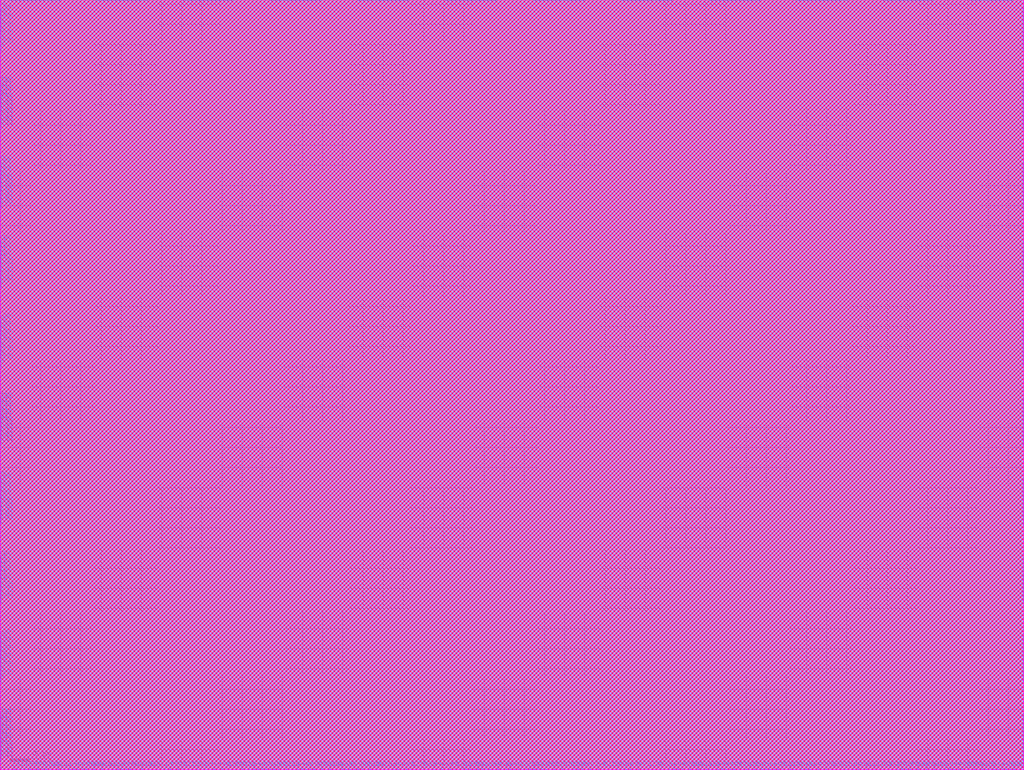
<source format=lef>
# 
#              Synchronous High Speed Single Port SRAM Compiler 
# 
#                    UMC 0.18um GenericII Logic Process
#    __________________________________________________________________________
# 
# 
#      (C) Copyright 2002-2009 Faraday Technology Corp. All Rights Reserved.
#    
#    This source code is an unpublished work belongs to Faraday Technology
#    Corp.  It is considered a trade secret and is not to be divulged or
#    used by parties who have not received written authorization from
#    Faraday Technology Corp.
#    
#    Faraday's home page can be found at:
#    http://www.faraday-tech.com/
#   
#       Module Name      : IMG_2048X64
#       Words            : 2048
#       Bits             : 64
#       Byte-Write       : 1
#       Aspect Ratio     : 1
#       Output Loading   : 0.05  (pf)
#       Data Slew        : 0.02  (ns)
#       CK Slew          : 0.02  (ns)
#       Power Ring Width : 2  (um)
# 
# -----------------------------------------------------------------------------
# 
#       Library          : FSA0M_A
#       Memaker          : 200901.2.1
#       Date             : 2023/10/20 20:13:55
# 
# -----------------------------------------------------------------------------


NAMESCASESENSITIVE ON ;
MACRO IMG_2048X64
CLASS BLOCK ;
FOREIGN IMG_2048X64 0.000 0.000 ;
ORIGIN 0.000 0.000 ;
SIZE 1015.560 BY 764.400 ;
SYMMETRY x y r90 ;
SITE core ;
PIN VCC
  DIRECTION INOUT ;
  USE POWER ;
  SHAPE ABUTMENT ;
 PORT
  LAYER metal4 ;
  RECT 1014.440 752.980 1015.560 756.220 ;
  LAYER metal3 ;
  RECT 1014.440 752.980 1015.560 756.220 ;
  LAYER metal2 ;
  RECT 1014.440 752.980 1015.560 756.220 ;
  LAYER metal1 ;
  RECT 1014.440 752.980 1015.560 756.220 ;
 END
 PORT
  LAYER metal4 ;
  RECT 1014.440 745.140 1015.560 748.380 ;
  LAYER metal3 ;
  RECT 1014.440 745.140 1015.560 748.380 ;
  LAYER metal2 ;
  RECT 1014.440 745.140 1015.560 748.380 ;
  LAYER metal1 ;
  RECT 1014.440 745.140 1015.560 748.380 ;
 END
 PORT
  LAYER metal4 ;
  RECT 1014.440 737.300 1015.560 740.540 ;
  LAYER metal3 ;
  RECT 1014.440 737.300 1015.560 740.540 ;
  LAYER metal2 ;
  RECT 1014.440 737.300 1015.560 740.540 ;
  LAYER metal1 ;
  RECT 1014.440 737.300 1015.560 740.540 ;
 END
 PORT
  LAYER metal4 ;
  RECT 1014.440 729.460 1015.560 732.700 ;
  LAYER metal3 ;
  RECT 1014.440 729.460 1015.560 732.700 ;
  LAYER metal2 ;
  RECT 1014.440 729.460 1015.560 732.700 ;
  LAYER metal1 ;
  RECT 1014.440 729.460 1015.560 732.700 ;
 END
 PORT
  LAYER metal4 ;
  RECT 1014.440 721.620 1015.560 724.860 ;
  LAYER metal3 ;
  RECT 1014.440 721.620 1015.560 724.860 ;
  LAYER metal2 ;
  RECT 1014.440 721.620 1015.560 724.860 ;
  LAYER metal1 ;
  RECT 1014.440 721.620 1015.560 724.860 ;
 END
 PORT
  LAYER metal4 ;
  RECT 1014.440 713.780 1015.560 717.020 ;
  LAYER metal3 ;
  RECT 1014.440 713.780 1015.560 717.020 ;
  LAYER metal2 ;
  RECT 1014.440 713.780 1015.560 717.020 ;
  LAYER metal1 ;
  RECT 1014.440 713.780 1015.560 717.020 ;
 END
 PORT
  LAYER metal4 ;
  RECT 1014.440 674.580 1015.560 677.820 ;
  LAYER metal3 ;
  RECT 1014.440 674.580 1015.560 677.820 ;
  LAYER metal2 ;
  RECT 1014.440 674.580 1015.560 677.820 ;
  LAYER metal1 ;
  RECT 1014.440 674.580 1015.560 677.820 ;
 END
 PORT
  LAYER metal4 ;
  RECT 1014.440 666.740 1015.560 669.980 ;
  LAYER metal3 ;
  RECT 1014.440 666.740 1015.560 669.980 ;
  LAYER metal2 ;
  RECT 1014.440 666.740 1015.560 669.980 ;
  LAYER metal1 ;
  RECT 1014.440 666.740 1015.560 669.980 ;
 END
 PORT
  LAYER metal4 ;
  RECT 1014.440 658.900 1015.560 662.140 ;
  LAYER metal3 ;
  RECT 1014.440 658.900 1015.560 662.140 ;
  LAYER metal2 ;
  RECT 1014.440 658.900 1015.560 662.140 ;
  LAYER metal1 ;
  RECT 1014.440 658.900 1015.560 662.140 ;
 END
 PORT
  LAYER metal4 ;
  RECT 1014.440 651.060 1015.560 654.300 ;
  LAYER metal3 ;
  RECT 1014.440 651.060 1015.560 654.300 ;
  LAYER metal2 ;
  RECT 1014.440 651.060 1015.560 654.300 ;
  LAYER metal1 ;
  RECT 1014.440 651.060 1015.560 654.300 ;
 END
 PORT
  LAYER metal4 ;
  RECT 1014.440 643.220 1015.560 646.460 ;
  LAYER metal3 ;
  RECT 1014.440 643.220 1015.560 646.460 ;
  LAYER metal2 ;
  RECT 1014.440 643.220 1015.560 646.460 ;
  LAYER metal1 ;
  RECT 1014.440 643.220 1015.560 646.460 ;
 END
 PORT
  LAYER metal4 ;
  RECT 1014.440 635.380 1015.560 638.620 ;
  LAYER metal3 ;
  RECT 1014.440 635.380 1015.560 638.620 ;
  LAYER metal2 ;
  RECT 1014.440 635.380 1015.560 638.620 ;
  LAYER metal1 ;
  RECT 1014.440 635.380 1015.560 638.620 ;
 END
 PORT
  LAYER metal4 ;
  RECT 1014.440 596.180 1015.560 599.420 ;
  LAYER metal3 ;
  RECT 1014.440 596.180 1015.560 599.420 ;
  LAYER metal2 ;
  RECT 1014.440 596.180 1015.560 599.420 ;
  LAYER metal1 ;
  RECT 1014.440 596.180 1015.560 599.420 ;
 END
 PORT
  LAYER metal4 ;
  RECT 1014.440 588.340 1015.560 591.580 ;
  LAYER metal3 ;
  RECT 1014.440 588.340 1015.560 591.580 ;
  LAYER metal2 ;
  RECT 1014.440 588.340 1015.560 591.580 ;
  LAYER metal1 ;
  RECT 1014.440 588.340 1015.560 591.580 ;
 END
 PORT
  LAYER metal4 ;
  RECT 1014.440 580.500 1015.560 583.740 ;
  LAYER metal3 ;
  RECT 1014.440 580.500 1015.560 583.740 ;
  LAYER metal2 ;
  RECT 1014.440 580.500 1015.560 583.740 ;
  LAYER metal1 ;
  RECT 1014.440 580.500 1015.560 583.740 ;
 END
 PORT
  LAYER metal4 ;
  RECT 1014.440 572.660 1015.560 575.900 ;
  LAYER metal3 ;
  RECT 1014.440 572.660 1015.560 575.900 ;
  LAYER metal2 ;
  RECT 1014.440 572.660 1015.560 575.900 ;
  LAYER metal1 ;
  RECT 1014.440 572.660 1015.560 575.900 ;
 END
 PORT
  LAYER metal4 ;
  RECT 1014.440 564.820 1015.560 568.060 ;
  LAYER metal3 ;
  RECT 1014.440 564.820 1015.560 568.060 ;
  LAYER metal2 ;
  RECT 1014.440 564.820 1015.560 568.060 ;
  LAYER metal1 ;
  RECT 1014.440 564.820 1015.560 568.060 ;
 END
 PORT
  LAYER metal4 ;
  RECT 1014.440 556.980 1015.560 560.220 ;
  LAYER metal3 ;
  RECT 1014.440 556.980 1015.560 560.220 ;
  LAYER metal2 ;
  RECT 1014.440 556.980 1015.560 560.220 ;
  LAYER metal1 ;
  RECT 1014.440 556.980 1015.560 560.220 ;
 END
 PORT
  LAYER metal4 ;
  RECT 1014.440 517.780 1015.560 521.020 ;
  LAYER metal3 ;
  RECT 1014.440 517.780 1015.560 521.020 ;
  LAYER metal2 ;
  RECT 1014.440 517.780 1015.560 521.020 ;
  LAYER metal1 ;
  RECT 1014.440 517.780 1015.560 521.020 ;
 END
 PORT
  LAYER metal4 ;
  RECT 1014.440 509.940 1015.560 513.180 ;
  LAYER metal3 ;
  RECT 1014.440 509.940 1015.560 513.180 ;
  LAYER metal2 ;
  RECT 1014.440 509.940 1015.560 513.180 ;
  LAYER metal1 ;
  RECT 1014.440 509.940 1015.560 513.180 ;
 END
 PORT
  LAYER metal4 ;
  RECT 1014.440 502.100 1015.560 505.340 ;
  LAYER metal3 ;
  RECT 1014.440 502.100 1015.560 505.340 ;
  LAYER metal2 ;
  RECT 1014.440 502.100 1015.560 505.340 ;
  LAYER metal1 ;
  RECT 1014.440 502.100 1015.560 505.340 ;
 END
 PORT
  LAYER metal4 ;
  RECT 1014.440 494.260 1015.560 497.500 ;
  LAYER metal3 ;
  RECT 1014.440 494.260 1015.560 497.500 ;
  LAYER metal2 ;
  RECT 1014.440 494.260 1015.560 497.500 ;
  LAYER metal1 ;
  RECT 1014.440 494.260 1015.560 497.500 ;
 END
 PORT
  LAYER metal4 ;
  RECT 1014.440 486.420 1015.560 489.660 ;
  LAYER metal3 ;
  RECT 1014.440 486.420 1015.560 489.660 ;
  LAYER metal2 ;
  RECT 1014.440 486.420 1015.560 489.660 ;
  LAYER metal1 ;
  RECT 1014.440 486.420 1015.560 489.660 ;
 END
 PORT
  LAYER metal4 ;
  RECT 1014.440 478.580 1015.560 481.820 ;
  LAYER metal3 ;
  RECT 1014.440 478.580 1015.560 481.820 ;
  LAYER metal2 ;
  RECT 1014.440 478.580 1015.560 481.820 ;
  LAYER metal1 ;
  RECT 1014.440 478.580 1015.560 481.820 ;
 END
 PORT
  LAYER metal4 ;
  RECT 1014.440 439.380 1015.560 442.620 ;
  LAYER metal3 ;
  RECT 1014.440 439.380 1015.560 442.620 ;
  LAYER metal2 ;
  RECT 1014.440 439.380 1015.560 442.620 ;
  LAYER metal1 ;
  RECT 1014.440 439.380 1015.560 442.620 ;
 END
 PORT
  LAYER metal4 ;
  RECT 1014.440 431.540 1015.560 434.780 ;
  LAYER metal3 ;
  RECT 1014.440 431.540 1015.560 434.780 ;
  LAYER metal2 ;
  RECT 1014.440 431.540 1015.560 434.780 ;
  LAYER metal1 ;
  RECT 1014.440 431.540 1015.560 434.780 ;
 END
 PORT
  LAYER metal4 ;
  RECT 1014.440 423.700 1015.560 426.940 ;
  LAYER metal3 ;
  RECT 1014.440 423.700 1015.560 426.940 ;
  LAYER metal2 ;
  RECT 1014.440 423.700 1015.560 426.940 ;
  LAYER metal1 ;
  RECT 1014.440 423.700 1015.560 426.940 ;
 END
 PORT
  LAYER metal4 ;
  RECT 1014.440 415.860 1015.560 419.100 ;
  LAYER metal3 ;
  RECT 1014.440 415.860 1015.560 419.100 ;
  LAYER metal2 ;
  RECT 1014.440 415.860 1015.560 419.100 ;
  LAYER metal1 ;
  RECT 1014.440 415.860 1015.560 419.100 ;
 END
 PORT
  LAYER metal4 ;
  RECT 1014.440 408.020 1015.560 411.260 ;
  LAYER metal3 ;
  RECT 1014.440 408.020 1015.560 411.260 ;
  LAYER metal2 ;
  RECT 1014.440 408.020 1015.560 411.260 ;
  LAYER metal1 ;
  RECT 1014.440 408.020 1015.560 411.260 ;
 END
 PORT
  LAYER metal4 ;
  RECT 1014.440 400.180 1015.560 403.420 ;
  LAYER metal3 ;
  RECT 1014.440 400.180 1015.560 403.420 ;
  LAYER metal2 ;
  RECT 1014.440 400.180 1015.560 403.420 ;
  LAYER metal1 ;
  RECT 1014.440 400.180 1015.560 403.420 ;
 END
 PORT
  LAYER metal4 ;
  RECT 1014.440 360.980 1015.560 364.220 ;
  LAYER metal3 ;
  RECT 1014.440 360.980 1015.560 364.220 ;
  LAYER metal2 ;
  RECT 1014.440 360.980 1015.560 364.220 ;
  LAYER metal1 ;
  RECT 1014.440 360.980 1015.560 364.220 ;
 END
 PORT
  LAYER metal4 ;
  RECT 1014.440 353.140 1015.560 356.380 ;
  LAYER metal3 ;
  RECT 1014.440 353.140 1015.560 356.380 ;
  LAYER metal2 ;
  RECT 1014.440 353.140 1015.560 356.380 ;
  LAYER metal1 ;
  RECT 1014.440 353.140 1015.560 356.380 ;
 END
 PORT
  LAYER metal4 ;
  RECT 1014.440 345.300 1015.560 348.540 ;
  LAYER metal3 ;
  RECT 1014.440 345.300 1015.560 348.540 ;
  LAYER metal2 ;
  RECT 1014.440 345.300 1015.560 348.540 ;
  LAYER metal1 ;
  RECT 1014.440 345.300 1015.560 348.540 ;
 END
 PORT
  LAYER metal4 ;
  RECT 1014.440 337.460 1015.560 340.700 ;
  LAYER metal3 ;
  RECT 1014.440 337.460 1015.560 340.700 ;
  LAYER metal2 ;
  RECT 1014.440 337.460 1015.560 340.700 ;
  LAYER metal1 ;
  RECT 1014.440 337.460 1015.560 340.700 ;
 END
 PORT
  LAYER metal4 ;
  RECT 1014.440 329.620 1015.560 332.860 ;
  LAYER metal3 ;
  RECT 1014.440 329.620 1015.560 332.860 ;
  LAYER metal2 ;
  RECT 1014.440 329.620 1015.560 332.860 ;
  LAYER metal1 ;
  RECT 1014.440 329.620 1015.560 332.860 ;
 END
 PORT
  LAYER metal4 ;
  RECT 1014.440 321.780 1015.560 325.020 ;
  LAYER metal3 ;
  RECT 1014.440 321.780 1015.560 325.020 ;
  LAYER metal2 ;
  RECT 1014.440 321.780 1015.560 325.020 ;
  LAYER metal1 ;
  RECT 1014.440 321.780 1015.560 325.020 ;
 END
 PORT
  LAYER metal4 ;
  RECT 1014.440 282.580 1015.560 285.820 ;
  LAYER metal3 ;
  RECT 1014.440 282.580 1015.560 285.820 ;
  LAYER metal2 ;
  RECT 1014.440 282.580 1015.560 285.820 ;
  LAYER metal1 ;
  RECT 1014.440 282.580 1015.560 285.820 ;
 END
 PORT
  LAYER metal4 ;
  RECT 1014.440 274.740 1015.560 277.980 ;
  LAYER metal3 ;
  RECT 1014.440 274.740 1015.560 277.980 ;
  LAYER metal2 ;
  RECT 1014.440 274.740 1015.560 277.980 ;
  LAYER metal1 ;
  RECT 1014.440 274.740 1015.560 277.980 ;
 END
 PORT
  LAYER metal4 ;
  RECT 1014.440 266.900 1015.560 270.140 ;
  LAYER metal3 ;
  RECT 1014.440 266.900 1015.560 270.140 ;
  LAYER metal2 ;
  RECT 1014.440 266.900 1015.560 270.140 ;
  LAYER metal1 ;
  RECT 1014.440 266.900 1015.560 270.140 ;
 END
 PORT
  LAYER metal4 ;
  RECT 1014.440 259.060 1015.560 262.300 ;
  LAYER metal3 ;
  RECT 1014.440 259.060 1015.560 262.300 ;
  LAYER metal2 ;
  RECT 1014.440 259.060 1015.560 262.300 ;
  LAYER metal1 ;
  RECT 1014.440 259.060 1015.560 262.300 ;
 END
 PORT
  LAYER metal4 ;
  RECT 1014.440 251.220 1015.560 254.460 ;
  LAYER metal3 ;
  RECT 1014.440 251.220 1015.560 254.460 ;
  LAYER metal2 ;
  RECT 1014.440 251.220 1015.560 254.460 ;
  LAYER metal1 ;
  RECT 1014.440 251.220 1015.560 254.460 ;
 END
 PORT
  LAYER metal4 ;
  RECT 1014.440 243.380 1015.560 246.620 ;
  LAYER metal3 ;
  RECT 1014.440 243.380 1015.560 246.620 ;
  LAYER metal2 ;
  RECT 1014.440 243.380 1015.560 246.620 ;
  LAYER metal1 ;
  RECT 1014.440 243.380 1015.560 246.620 ;
 END
 PORT
  LAYER metal4 ;
  RECT 1014.440 204.180 1015.560 207.420 ;
  LAYER metal3 ;
  RECT 1014.440 204.180 1015.560 207.420 ;
  LAYER metal2 ;
  RECT 1014.440 204.180 1015.560 207.420 ;
  LAYER metal1 ;
  RECT 1014.440 204.180 1015.560 207.420 ;
 END
 PORT
  LAYER metal4 ;
  RECT 1014.440 196.340 1015.560 199.580 ;
  LAYER metal3 ;
  RECT 1014.440 196.340 1015.560 199.580 ;
  LAYER metal2 ;
  RECT 1014.440 196.340 1015.560 199.580 ;
  LAYER metal1 ;
  RECT 1014.440 196.340 1015.560 199.580 ;
 END
 PORT
  LAYER metal4 ;
  RECT 1014.440 188.500 1015.560 191.740 ;
  LAYER metal3 ;
  RECT 1014.440 188.500 1015.560 191.740 ;
  LAYER metal2 ;
  RECT 1014.440 188.500 1015.560 191.740 ;
  LAYER metal1 ;
  RECT 1014.440 188.500 1015.560 191.740 ;
 END
 PORT
  LAYER metal4 ;
  RECT 1014.440 180.660 1015.560 183.900 ;
  LAYER metal3 ;
  RECT 1014.440 180.660 1015.560 183.900 ;
  LAYER metal2 ;
  RECT 1014.440 180.660 1015.560 183.900 ;
  LAYER metal1 ;
  RECT 1014.440 180.660 1015.560 183.900 ;
 END
 PORT
  LAYER metal4 ;
  RECT 1014.440 172.820 1015.560 176.060 ;
  LAYER metal3 ;
  RECT 1014.440 172.820 1015.560 176.060 ;
  LAYER metal2 ;
  RECT 1014.440 172.820 1015.560 176.060 ;
  LAYER metal1 ;
  RECT 1014.440 172.820 1015.560 176.060 ;
 END
 PORT
  LAYER metal4 ;
  RECT 1014.440 164.980 1015.560 168.220 ;
  LAYER metal3 ;
  RECT 1014.440 164.980 1015.560 168.220 ;
  LAYER metal2 ;
  RECT 1014.440 164.980 1015.560 168.220 ;
  LAYER metal1 ;
  RECT 1014.440 164.980 1015.560 168.220 ;
 END
 PORT
  LAYER metal4 ;
  RECT 1014.440 125.780 1015.560 129.020 ;
  LAYER metal3 ;
  RECT 1014.440 125.780 1015.560 129.020 ;
  LAYER metal2 ;
  RECT 1014.440 125.780 1015.560 129.020 ;
  LAYER metal1 ;
  RECT 1014.440 125.780 1015.560 129.020 ;
 END
 PORT
  LAYER metal4 ;
  RECT 1014.440 117.940 1015.560 121.180 ;
  LAYER metal3 ;
  RECT 1014.440 117.940 1015.560 121.180 ;
  LAYER metal2 ;
  RECT 1014.440 117.940 1015.560 121.180 ;
  LAYER metal1 ;
  RECT 1014.440 117.940 1015.560 121.180 ;
 END
 PORT
  LAYER metal4 ;
  RECT 1014.440 110.100 1015.560 113.340 ;
  LAYER metal3 ;
  RECT 1014.440 110.100 1015.560 113.340 ;
  LAYER metal2 ;
  RECT 1014.440 110.100 1015.560 113.340 ;
  LAYER metal1 ;
  RECT 1014.440 110.100 1015.560 113.340 ;
 END
 PORT
  LAYER metal4 ;
  RECT 1014.440 102.260 1015.560 105.500 ;
  LAYER metal3 ;
  RECT 1014.440 102.260 1015.560 105.500 ;
  LAYER metal2 ;
  RECT 1014.440 102.260 1015.560 105.500 ;
  LAYER metal1 ;
  RECT 1014.440 102.260 1015.560 105.500 ;
 END
 PORT
  LAYER metal4 ;
  RECT 1014.440 94.420 1015.560 97.660 ;
  LAYER metal3 ;
  RECT 1014.440 94.420 1015.560 97.660 ;
  LAYER metal2 ;
  RECT 1014.440 94.420 1015.560 97.660 ;
  LAYER metal1 ;
  RECT 1014.440 94.420 1015.560 97.660 ;
 END
 PORT
  LAYER metal4 ;
  RECT 1014.440 86.580 1015.560 89.820 ;
  LAYER metal3 ;
  RECT 1014.440 86.580 1015.560 89.820 ;
  LAYER metal2 ;
  RECT 1014.440 86.580 1015.560 89.820 ;
  LAYER metal1 ;
  RECT 1014.440 86.580 1015.560 89.820 ;
 END
 PORT
  LAYER metal4 ;
  RECT 1014.440 47.380 1015.560 50.620 ;
  LAYER metal3 ;
  RECT 1014.440 47.380 1015.560 50.620 ;
  LAYER metal2 ;
  RECT 1014.440 47.380 1015.560 50.620 ;
  LAYER metal1 ;
  RECT 1014.440 47.380 1015.560 50.620 ;
 END
 PORT
  LAYER metal4 ;
  RECT 1014.440 39.540 1015.560 42.780 ;
  LAYER metal3 ;
  RECT 1014.440 39.540 1015.560 42.780 ;
  LAYER metal2 ;
  RECT 1014.440 39.540 1015.560 42.780 ;
  LAYER metal1 ;
  RECT 1014.440 39.540 1015.560 42.780 ;
 END
 PORT
  LAYER metal4 ;
  RECT 1014.440 31.700 1015.560 34.940 ;
  LAYER metal3 ;
  RECT 1014.440 31.700 1015.560 34.940 ;
  LAYER metal2 ;
  RECT 1014.440 31.700 1015.560 34.940 ;
  LAYER metal1 ;
  RECT 1014.440 31.700 1015.560 34.940 ;
 END
 PORT
  LAYER metal4 ;
  RECT 1014.440 23.860 1015.560 27.100 ;
  LAYER metal3 ;
  RECT 1014.440 23.860 1015.560 27.100 ;
  LAYER metal2 ;
  RECT 1014.440 23.860 1015.560 27.100 ;
  LAYER metal1 ;
  RECT 1014.440 23.860 1015.560 27.100 ;
 END
 PORT
  LAYER metal4 ;
  RECT 1014.440 16.020 1015.560 19.260 ;
  LAYER metal3 ;
  RECT 1014.440 16.020 1015.560 19.260 ;
  LAYER metal2 ;
  RECT 1014.440 16.020 1015.560 19.260 ;
  LAYER metal1 ;
  RECT 1014.440 16.020 1015.560 19.260 ;
 END
 PORT
  LAYER metal4 ;
  RECT 1014.440 8.180 1015.560 11.420 ;
  LAYER metal3 ;
  RECT 1014.440 8.180 1015.560 11.420 ;
  LAYER metal2 ;
  RECT 1014.440 8.180 1015.560 11.420 ;
  LAYER metal1 ;
  RECT 1014.440 8.180 1015.560 11.420 ;
 END
 PORT
  LAYER metal4 ;
  RECT 0.000 752.980 1.120 756.220 ;
  LAYER metal3 ;
  RECT 0.000 752.980 1.120 756.220 ;
  LAYER metal2 ;
  RECT 0.000 752.980 1.120 756.220 ;
  LAYER metal1 ;
  RECT 0.000 752.980 1.120 756.220 ;
 END
 PORT
  LAYER metal4 ;
  RECT 0.000 745.140 1.120 748.380 ;
  LAYER metal3 ;
  RECT 0.000 745.140 1.120 748.380 ;
  LAYER metal2 ;
  RECT 0.000 745.140 1.120 748.380 ;
  LAYER metal1 ;
  RECT 0.000 745.140 1.120 748.380 ;
 END
 PORT
  LAYER metal4 ;
  RECT 0.000 737.300 1.120 740.540 ;
  LAYER metal3 ;
  RECT 0.000 737.300 1.120 740.540 ;
  LAYER metal2 ;
  RECT 0.000 737.300 1.120 740.540 ;
  LAYER metal1 ;
  RECT 0.000 737.300 1.120 740.540 ;
 END
 PORT
  LAYER metal4 ;
  RECT 0.000 729.460 1.120 732.700 ;
  LAYER metal3 ;
  RECT 0.000 729.460 1.120 732.700 ;
  LAYER metal2 ;
  RECT 0.000 729.460 1.120 732.700 ;
  LAYER metal1 ;
  RECT 0.000 729.460 1.120 732.700 ;
 END
 PORT
  LAYER metal4 ;
  RECT 0.000 721.620 1.120 724.860 ;
  LAYER metal3 ;
  RECT 0.000 721.620 1.120 724.860 ;
  LAYER metal2 ;
  RECT 0.000 721.620 1.120 724.860 ;
  LAYER metal1 ;
  RECT 0.000 721.620 1.120 724.860 ;
 END
 PORT
  LAYER metal4 ;
  RECT 0.000 713.780 1.120 717.020 ;
  LAYER metal3 ;
  RECT 0.000 713.780 1.120 717.020 ;
  LAYER metal2 ;
  RECT 0.000 713.780 1.120 717.020 ;
  LAYER metal1 ;
  RECT 0.000 713.780 1.120 717.020 ;
 END
 PORT
  LAYER metal4 ;
  RECT 0.000 674.580 1.120 677.820 ;
  LAYER metal3 ;
  RECT 0.000 674.580 1.120 677.820 ;
  LAYER metal2 ;
  RECT 0.000 674.580 1.120 677.820 ;
  LAYER metal1 ;
  RECT 0.000 674.580 1.120 677.820 ;
 END
 PORT
  LAYER metal4 ;
  RECT 0.000 666.740 1.120 669.980 ;
  LAYER metal3 ;
  RECT 0.000 666.740 1.120 669.980 ;
  LAYER metal2 ;
  RECT 0.000 666.740 1.120 669.980 ;
  LAYER metal1 ;
  RECT 0.000 666.740 1.120 669.980 ;
 END
 PORT
  LAYER metal4 ;
  RECT 0.000 658.900 1.120 662.140 ;
  LAYER metal3 ;
  RECT 0.000 658.900 1.120 662.140 ;
  LAYER metal2 ;
  RECT 0.000 658.900 1.120 662.140 ;
  LAYER metal1 ;
  RECT 0.000 658.900 1.120 662.140 ;
 END
 PORT
  LAYER metal4 ;
  RECT 0.000 651.060 1.120 654.300 ;
  LAYER metal3 ;
  RECT 0.000 651.060 1.120 654.300 ;
  LAYER metal2 ;
  RECT 0.000 651.060 1.120 654.300 ;
  LAYER metal1 ;
  RECT 0.000 651.060 1.120 654.300 ;
 END
 PORT
  LAYER metal4 ;
  RECT 0.000 643.220 1.120 646.460 ;
  LAYER metal3 ;
  RECT 0.000 643.220 1.120 646.460 ;
  LAYER metal2 ;
  RECT 0.000 643.220 1.120 646.460 ;
  LAYER metal1 ;
  RECT 0.000 643.220 1.120 646.460 ;
 END
 PORT
  LAYER metal4 ;
  RECT 0.000 635.380 1.120 638.620 ;
  LAYER metal3 ;
  RECT 0.000 635.380 1.120 638.620 ;
  LAYER metal2 ;
  RECT 0.000 635.380 1.120 638.620 ;
  LAYER metal1 ;
  RECT 0.000 635.380 1.120 638.620 ;
 END
 PORT
  LAYER metal4 ;
  RECT 0.000 596.180 1.120 599.420 ;
  LAYER metal3 ;
  RECT 0.000 596.180 1.120 599.420 ;
  LAYER metal2 ;
  RECT 0.000 596.180 1.120 599.420 ;
  LAYER metal1 ;
  RECT 0.000 596.180 1.120 599.420 ;
 END
 PORT
  LAYER metal4 ;
  RECT 0.000 588.340 1.120 591.580 ;
  LAYER metal3 ;
  RECT 0.000 588.340 1.120 591.580 ;
  LAYER metal2 ;
  RECT 0.000 588.340 1.120 591.580 ;
  LAYER metal1 ;
  RECT 0.000 588.340 1.120 591.580 ;
 END
 PORT
  LAYER metal4 ;
  RECT 0.000 580.500 1.120 583.740 ;
  LAYER metal3 ;
  RECT 0.000 580.500 1.120 583.740 ;
  LAYER metal2 ;
  RECT 0.000 580.500 1.120 583.740 ;
  LAYER metal1 ;
  RECT 0.000 580.500 1.120 583.740 ;
 END
 PORT
  LAYER metal4 ;
  RECT 0.000 572.660 1.120 575.900 ;
  LAYER metal3 ;
  RECT 0.000 572.660 1.120 575.900 ;
  LAYER metal2 ;
  RECT 0.000 572.660 1.120 575.900 ;
  LAYER metal1 ;
  RECT 0.000 572.660 1.120 575.900 ;
 END
 PORT
  LAYER metal4 ;
  RECT 0.000 564.820 1.120 568.060 ;
  LAYER metal3 ;
  RECT 0.000 564.820 1.120 568.060 ;
  LAYER metal2 ;
  RECT 0.000 564.820 1.120 568.060 ;
  LAYER metal1 ;
  RECT 0.000 564.820 1.120 568.060 ;
 END
 PORT
  LAYER metal4 ;
  RECT 0.000 556.980 1.120 560.220 ;
  LAYER metal3 ;
  RECT 0.000 556.980 1.120 560.220 ;
  LAYER metal2 ;
  RECT 0.000 556.980 1.120 560.220 ;
  LAYER metal1 ;
  RECT 0.000 556.980 1.120 560.220 ;
 END
 PORT
  LAYER metal4 ;
  RECT 0.000 517.780 1.120 521.020 ;
  LAYER metal3 ;
  RECT 0.000 517.780 1.120 521.020 ;
  LAYER metal2 ;
  RECT 0.000 517.780 1.120 521.020 ;
  LAYER metal1 ;
  RECT 0.000 517.780 1.120 521.020 ;
 END
 PORT
  LAYER metal4 ;
  RECT 0.000 509.940 1.120 513.180 ;
  LAYER metal3 ;
  RECT 0.000 509.940 1.120 513.180 ;
  LAYER metal2 ;
  RECT 0.000 509.940 1.120 513.180 ;
  LAYER metal1 ;
  RECT 0.000 509.940 1.120 513.180 ;
 END
 PORT
  LAYER metal4 ;
  RECT 0.000 502.100 1.120 505.340 ;
  LAYER metal3 ;
  RECT 0.000 502.100 1.120 505.340 ;
  LAYER metal2 ;
  RECT 0.000 502.100 1.120 505.340 ;
  LAYER metal1 ;
  RECT 0.000 502.100 1.120 505.340 ;
 END
 PORT
  LAYER metal4 ;
  RECT 0.000 494.260 1.120 497.500 ;
  LAYER metal3 ;
  RECT 0.000 494.260 1.120 497.500 ;
  LAYER metal2 ;
  RECT 0.000 494.260 1.120 497.500 ;
  LAYER metal1 ;
  RECT 0.000 494.260 1.120 497.500 ;
 END
 PORT
  LAYER metal4 ;
  RECT 0.000 486.420 1.120 489.660 ;
  LAYER metal3 ;
  RECT 0.000 486.420 1.120 489.660 ;
  LAYER metal2 ;
  RECT 0.000 486.420 1.120 489.660 ;
  LAYER metal1 ;
  RECT 0.000 486.420 1.120 489.660 ;
 END
 PORT
  LAYER metal4 ;
  RECT 0.000 478.580 1.120 481.820 ;
  LAYER metal3 ;
  RECT 0.000 478.580 1.120 481.820 ;
  LAYER metal2 ;
  RECT 0.000 478.580 1.120 481.820 ;
  LAYER metal1 ;
  RECT 0.000 478.580 1.120 481.820 ;
 END
 PORT
  LAYER metal4 ;
  RECT 0.000 439.380 1.120 442.620 ;
  LAYER metal3 ;
  RECT 0.000 439.380 1.120 442.620 ;
  LAYER metal2 ;
  RECT 0.000 439.380 1.120 442.620 ;
  LAYER metal1 ;
  RECT 0.000 439.380 1.120 442.620 ;
 END
 PORT
  LAYER metal4 ;
  RECT 0.000 431.540 1.120 434.780 ;
  LAYER metal3 ;
  RECT 0.000 431.540 1.120 434.780 ;
  LAYER metal2 ;
  RECT 0.000 431.540 1.120 434.780 ;
  LAYER metal1 ;
  RECT 0.000 431.540 1.120 434.780 ;
 END
 PORT
  LAYER metal4 ;
  RECT 0.000 423.700 1.120 426.940 ;
  LAYER metal3 ;
  RECT 0.000 423.700 1.120 426.940 ;
  LAYER metal2 ;
  RECT 0.000 423.700 1.120 426.940 ;
  LAYER metal1 ;
  RECT 0.000 423.700 1.120 426.940 ;
 END
 PORT
  LAYER metal4 ;
  RECT 0.000 415.860 1.120 419.100 ;
  LAYER metal3 ;
  RECT 0.000 415.860 1.120 419.100 ;
  LAYER metal2 ;
  RECT 0.000 415.860 1.120 419.100 ;
  LAYER metal1 ;
  RECT 0.000 415.860 1.120 419.100 ;
 END
 PORT
  LAYER metal4 ;
  RECT 0.000 408.020 1.120 411.260 ;
  LAYER metal3 ;
  RECT 0.000 408.020 1.120 411.260 ;
  LAYER metal2 ;
  RECT 0.000 408.020 1.120 411.260 ;
  LAYER metal1 ;
  RECT 0.000 408.020 1.120 411.260 ;
 END
 PORT
  LAYER metal4 ;
  RECT 0.000 400.180 1.120 403.420 ;
  LAYER metal3 ;
  RECT 0.000 400.180 1.120 403.420 ;
  LAYER metal2 ;
  RECT 0.000 400.180 1.120 403.420 ;
  LAYER metal1 ;
  RECT 0.000 400.180 1.120 403.420 ;
 END
 PORT
  LAYER metal4 ;
  RECT 0.000 360.980 1.120 364.220 ;
  LAYER metal3 ;
  RECT 0.000 360.980 1.120 364.220 ;
  LAYER metal2 ;
  RECT 0.000 360.980 1.120 364.220 ;
  LAYER metal1 ;
  RECT 0.000 360.980 1.120 364.220 ;
 END
 PORT
  LAYER metal4 ;
  RECT 0.000 353.140 1.120 356.380 ;
  LAYER metal3 ;
  RECT 0.000 353.140 1.120 356.380 ;
  LAYER metal2 ;
  RECT 0.000 353.140 1.120 356.380 ;
  LAYER metal1 ;
  RECT 0.000 353.140 1.120 356.380 ;
 END
 PORT
  LAYER metal4 ;
  RECT 0.000 345.300 1.120 348.540 ;
  LAYER metal3 ;
  RECT 0.000 345.300 1.120 348.540 ;
  LAYER metal2 ;
  RECT 0.000 345.300 1.120 348.540 ;
  LAYER metal1 ;
  RECT 0.000 345.300 1.120 348.540 ;
 END
 PORT
  LAYER metal4 ;
  RECT 0.000 337.460 1.120 340.700 ;
  LAYER metal3 ;
  RECT 0.000 337.460 1.120 340.700 ;
  LAYER metal2 ;
  RECT 0.000 337.460 1.120 340.700 ;
  LAYER metal1 ;
  RECT 0.000 337.460 1.120 340.700 ;
 END
 PORT
  LAYER metal4 ;
  RECT 0.000 329.620 1.120 332.860 ;
  LAYER metal3 ;
  RECT 0.000 329.620 1.120 332.860 ;
  LAYER metal2 ;
  RECT 0.000 329.620 1.120 332.860 ;
  LAYER metal1 ;
  RECT 0.000 329.620 1.120 332.860 ;
 END
 PORT
  LAYER metal4 ;
  RECT 0.000 321.780 1.120 325.020 ;
  LAYER metal3 ;
  RECT 0.000 321.780 1.120 325.020 ;
  LAYER metal2 ;
  RECT 0.000 321.780 1.120 325.020 ;
  LAYER metal1 ;
  RECT 0.000 321.780 1.120 325.020 ;
 END
 PORT
  LAYER metal4 ;
  RECT 0.000 282.580 1.120 285.820 ;
  LAYER metal3 ;
  RECT 0.000 282.580 1.120 285.820 ;
  LAYER metal2 ;
  RECT 0.000 282.580 1.120 285.820 ;
  LAYER metal1 ;
  RECT 0.000 282.580 1.120 285.820 ;
 END
 PORT
  LAYER metal4 ;
  RECT 0.000 274.740 1.120 277.980 ;
  LAYER metal3 ;
  RECT 0.000 274.740 1.120 277.980 ;
  LAYER metal2 ;
  RECT 0.000 274.740 1.120 277.980 ;
  LAYER metal1 ;
  RECT 0.000 274.740 1.120 277.980 ;
 END
 PORT
  LAYER metal4 ;
  RECT 0.000 266.900 1.120 270.140 ;
  LAYER metal3 ;
  RECT 0.000 266.900 1.120 270.140 ;
  LAYER metal2 ;
  RECT 0.000 266.900 1.120 270.140 ;
  LAYER metal1 ;
  RECT 0.000 266.900 1.120 270.140 ;
 END
 PORT
  LAYER metal4 ;
  RECT 0.000 259.060 1.120 262.300 ;
  LAYER metal3 ;
  RECT 0.000 259.060 1.120 262.300 ;
  LAYER metal2 ;
  RECT 0.000 259.060 1.120 262.300 ;
  LAYER metal1 ;
  RECT 0.000 259.060 1.120 262.300 ;
 END
 PORT
  LAYER metal4 ;
  RECT 0.000 251.220 1.120 254.460 ;
  LAYER metal3 ;
  RECT 0.000 251.220 1.120 254.460 ;
  LAYER metal2 ;
  RECT 0.000 251.220 1.120 254.460 ;
  LAYER metal1 ;
  RECT 0.000 251.220 1.120 254.460 ;
 END
 PORT
  LAYER metal4 ;
  RECT 0.000 243.380 1.120 246.620 ;
  LAYER metal3 ;
  RECT 0.000 243.380 1.120 246.620 ;
  LAYER metal2 ;
  RECT 0.000 243.380 1.120 246.620 ;
  LAYER metal1 ;
  RECT 0.000 243.380 1.120 246.620 ;
 END
 PORT
  LAYER metal4 ;
  RECT 0.000 204.180 1.120 207.420 ;
  LAYER metal3 ;
  RECT 0.000 204.180 1.120 207.420 ;
  LAYER metal2 ;
  RECT 0.000 204.180 1.120 207.420 ;
  LAYER metal1 ;
  RECT 0.000 204.180 1.120 207.420 ;
 END
 PORT
  LAYER metal4 ;
  RECT 0.000 196.340 1.120 199.580 ;
  LAYER metal3 ;
  RECT 0.000 196.340 1.120 199.580 ;
  LAYER metal2 ;
  RECT 0.000 196.340 1.120 199.580 ;
  LAYER metal1 ;
  RECT 0.000 196.340 1.120 199.580 ;
 END
 PORT
  LAYER metal4 ;
  RECT 0.000 188.500 1.120 191.740 ;
  LAYER metal3 ;
  RECT 0.000 188.500 1.120 191.740 ;
  LAYER metal2 ;
  RECT 0.000 188.500 1.120 191.740 ;
  LAYER metal1 ;
  RECT 0.000 188.500 1.120 191.740 ;
 END
 PORT
  LAYER metal4 ;
  RECT 0.000 180.660 1.120 183.900 ;
  LAYER metal3 ;
  RECT 0.000 180.660 1.120 183.900 ;
  LAYER metal2 ;
  RECT 0.000 180.660 1.120 183.900 ;
  LAYER metal1 ;
  RECT 0.000 180.660 1.120 183.900 ;
 END
 PORT
  LAYER metal4 ;
  RECT 0.000 172.820 1.120 176.060 ;
  LAYER metal3 ;
  RECT 0.000 172.820 1.120 176.060 ;
  LAYER metal2 ;
  RECT 0.000 172.820 1.120 176.060 ;
  LAYER metal1 ;
  RECT 0.000 172.820 1.120 176.060 ;
 END
 PORT
  LAYER metal4 ;
  RECT 0.000 164.980 1.120 168.220 ;
  LAYER metal3 ;
  RECT 0.000 164.980 1.120 168.220 ;
  LAYER metal2 ;
  RECT 0.000 164.980 1.120 168.220 ;
  LAYER metal1 ;
  RECT 0.000 164.980 1.120 168.220 ;
 END
 PORT
  LAYER metal4 ;
  RECT 0.000 125.780 1.120 129.020 ;
  LAYER metal3 ;
  RECT 0.000 125.780 1.120 129.020 ;
  LAYER metal2 ;
  RECT 0.000 125.780 1.120 129.020 ;
  LAYER metal1 ;
  RECT 0.000 125.780 1.120 129.020 ;
 END
 PORT
  LAYER metal4 ;
  RECT 0.000 117.940 1.120 121.180 ;
  LAYER metal3 ;
  RECT 0.000 117.940 1.120 121.180 ;
  LAYER metal2 ;
  RECT 0.000 117.940 1.120 121.180 ;
  LAYER metal1 ;
  RECT 0.000 117.940 1.120 121.180 ;
 END
 PORT
  LAYER metal4 ;
  RECT 0.000 110.100 1.120 113.340 ;
  LAYER metal3 ;
  RECT 0.000 110.100 1.120 113.340 ;
  LAYER metal2 ;
  RECT 0.000 110.100 1.120 113.340 ;
  LAYER metal1 ;
  RECT 0.000 110.100 1.120 113.340 ;
 END
 PORT
  LAYER metal4 ;
  RECT 0.000 102.260 1.120 105.500 ;
  LAYER metal3 ;
  RECT 0.000 102.260 1.120 105.500 ;
  LAYER metal2 ;
  RECT 0.000 102.260 1.120 105.500 ;
  LAYER metal1 ;
  RECT 0.000 102.260 1.120 105.500 ;
 END
 PORT
  LAYER metal4 ;
  RECT 0.000 94.420 1.120 97.660 ;
  LAYER metal3 ;
  RECT 0.000 94.420 1.120 97.660 ;
  LAYER metal2 ;
  RECT 0.000 94.420 1.120 97.660 ;
  LAYER metal1 ;
  RECT 0.000 94.420 1.120 97.660 ;
 END
 PORT
  LAYER metal4 ;
  RECT 0.000 86.580 1.120 89.820 ;
  LAYER metal3 ;
  RECT 0.000 86.580 1.120 89.820 ;
  LAYER metal2 ;
  RECT 0.000 86.580 1.120 89.820 ;
  LAYER metal1 ;
  RECT 0.000 86.580 1.120 89.820 ;
 END
 PORT
  LAYER metal4 ;
  RECT 0.000 47.380 1.120 50.620 ;
  LAYER metal3 ;
  RECT 0.000 47.380 1.120 50.620 ;
  LAYER metal2 ;
  RECT 0.000 47.380 1.120 50.620 ;
  LAYER metal1 ;
  RECT 0.000 47.380 1.120 50.620 ;
 END
 PORT
  LAYER metal4 ;
  RECT 0.000 39.540 1.120 42.780 ;
  LAYER metal3 ;
  RECT 0.000 39.540 1.120 42.780 ;
  LAYER metal2 ;
  RECT 0.000 39.540 1.120 42.780 ;
  LAYER metal1 ;
  RECT 0.000 39.540 1.120 42.780 ;
 END
 PORT
  LAYER metal4 ;
  RECT 0.000 31.700 1.120 34.940 ;
  LAYER metal3 ;
  RECT 0.000 31.700 1.120 34.940 ;
  LAYER metal2 ;
  RECT 0.000 31.700 1.120 34.940 ;
  LAYER metal1 ;
  RECT 0.000 31.700 1.120 34.940 ;
 END
 PORT
  LAYER metal4 ;
  RECT 0.000 23.860 1.120 27.100 ;
  LAYER metal3 ;
  RECT 0.000 23.860 1.120 27.100 ;
  LAYER metal2 ;
  RECT 0.000 23.860 1.120 27.100 ;
  LAYER metal1 ;
  RECT 0.000 23.860 1.120 27.100 ;
 END
 PORT
  LAYER metal4 ;
  RECT 0.000 16.020 1.120 19.260 ;
  LAYER metal3 ;
  RECT 0.000 16.020 1.120 19.260 ;
  LAYER metal2 ;
  RECT 0.000 16.020 1.120 19.260 ;
  LAYER metal1 ;
  RECT 0.000 16.020 1.120 19.260 ;
 END
 PORT
  LAYER metal4 ;
  RECT 0.000 8.180 1.120 11.420 ;
  LAYER metal3 ;
  RECT 0.000 8.180 1.120 11.420 ;
  LAYER metal2 ;
  RECT 0.000 8.180 1.120 11.420 ;
  LAYER metal1 ;
  RECT 0.000 8.180 1.120 11.420 ;
 END
 PORT
  LAYER metal4 ;
  RECT 997.360 763.280 1000.900 764.400 ;
  LAYER metal3 ;
  RECT 997.360 763.280 1000.900 764.400 ;
  LAYER metal2 ;
  RECT 997.360 763.280 1000.900 764.400 ;
  LAYER metal1 ;
  RECT 997.360 763.280 1000.900 764.400 ;
 END
 PORT
  LAYER metal4 ;
  RECT 988.680 763.280 992.220 764.400 ;
  LAYER metal3 ;
  RECT 988.680 763.280 992.220 764.400 ;
  LAYER metal2 ;
  RECT 988.680 763.280 992.220 764.400 ;
  LAYER metal1 ;
  RECT 988.680 763.280 992.220 764.400 ;
 END
 PORT
  LAYER metal4 ;
  RECT 980.000 763.280 983.540 764.400 ;
  LAYER metal3 ;
  RECT 980.000 763.280 983.540 764.400 ;
  LAYER metal2 ;
  RECT 980.000 763.280 983.540 764.400 ;
  LAYER metal1 ;
  RECT 980.000 763.280 983.540 764.400 ;
 END
 PORT
  LAYER metal4 ;
  RECT 971.320 763.280 974.860 764.400 ;
  LAYER metal3 ;
  RECT 971.320 763.280 974.860 764.400 ;
  LAYER metal2 ;
  RECT 971.320 763.280 974.860 764.400 ;
  LAYER metal1 ;
  RECT 971.320 763.280 974.860 764.400 ;
 END
 PORT
  LAYER metal4 ;
  RECT 962.640 763.280 966.180 764.400 ;
  LAYER metal3 ;
  RECT 962.640 763.280 966.180 764.400 ;
  LAYER metal2 ;
  RECT 962.640 763.280 966.180 764.400 ;
  LAYER metal1 ;
  RECT 962.640 763.280 966.180 764.400 ;
 END
 PORT
  LAYER metal4 ;
  RECT 919.240 763.280 922.780 764.400 ;
  LAYER metal3 ;
  RECT 919.240 763.280 922.780 764.400 ;
  LAYER metal2 ;
  RECT 919.240 763.280 922.780 764.400 ;
  LAYER metal1 ;
  RECT 919.240 763.280 922.780 764.400 ;
 END
 PORT
  LAYER metal4 ;
  RECT 910.560 763.280 914.100 764.400 ;
  LAYER metal3 ;
  RECT 910.560 763.280 914.100 764.400 ;
  LAYER metal2 ;
  RECT 910.560 763.280 914.100 764.400 ;
  LAYER metal1 ;
  RECT 910.560 763.280 914.100 764.400 ;
 END
 PORT
  LAYER metal4 ;
  RECT 901.880 763.280 905.420 764.400 ;
  LAYER metal3 ;
  RECT 901.880 763.280 905.420 764.400 ;
  LAYER metal2 ;
  RECT 901.880 763.280 905.420 764.400 ;
  LAYER metal1 ;
  RECT 901.880 763.280 905.420 764.400 ;
 END
 PORT
  LAYER metal4 ;
  RECT 893.200 763.280 896.740 764.400 ;
  LAYER metal3 ;
  RECT 893.200 763.280 896.740 764.400 ;
  LAYER metal2 ;
  RECT 893.200 763.280 896.740 764.400 ;
  LAYER metal1 ;
  RECT 893.200 763.280 896.740 764.400 ;
 END
 PORT
  LAYER metal4 ;
  RECT 884.520 763.280 888.060 764.400 ;
  LAYER metal3 ;
  RECT 884.520 763.280 888.060 764.400 ;
  LAYER metal2 ;
  RECT 884.520 763.280 888.060 764.400 ;
  LAYER metal1 ;
  RECT 884.520 763.280 888.060 764.400 ;
 END
 PORT
  LAYER metal4 ;
  RECT 875.840 763.280 879.380 764.400 ;
  LAYER metal3 ;
  RECT 875.840 763.280 879.380 764.400 ;
  LAYER metal2 ;
  RECT 875.840 763.280 879.380 764.400 ;
  LAYER metal1 ;
  RECT 875.840 763.280 879.380 764.400 ;
 END
 PORT
  LAYER metal4 ;
  RECT 832.440 763.280 835.980 764.400 ;
  LAYER metal3 ;
  RECT 832.440 763.280 835.980 764.400 ;
  LAYER metal2 ;
  RECT 832.440 763.280 835.980 764.400 ;
  LAYER metal1 ;
  RECT 832.440 763.280 835.980 764.400 ;
 END
 PORT
  LAYER metal4 ;
  RECT 823.760 763.280 827.300 764.400 ;
  LAYER metal3 ;
  RECT 823.760 763.280 827.300 764.400 ;
  LAYER metal2 ;
  RECT 823.760 763.280 827.300 764.400 ;
  LAYER metal1 ;
  RECT 823.760 763.280 827.300 764.400 ;
 END
 PORT
  LAYER metal4 ;
  RECT 815.080 763.280 818.620 764.400 ;
  LAYER metal3 ;
  RECT 815.080 763.280 818.620 764.400 ;
  LAYER metal2 ;
  RECT 815.080 763.280 818.620 764.400 ;
  LAYER metal1 ;
  RECT 815.080 763.280 818.620 764.400 ;
 END
 PORT
  LAYER metal4 ;
  RECT 806.400 763.280 809.940 764.400 ;
  LAYER metal3 ;
  RECT 806.400 763.280 809.940 764.400 ;
  LAYER metal2 ;
  RECT 806.400 763.280 809.940 764.400 ;
  LAYER metal1 ;
  RECT 806.400 763.280 809.940 764.400 ;
 END
 PORT
  LAYER metal4 ;
  RECT 797.720 763.280 801.260 764.400 ;
  LAYER metal3 ;
  RECT 797.720 763.280 801.260 764.400 ;
  LAYER metal2 ;
  RECT 797.720 763.280 801.260 764.400 ;
  LAYER metal1 ;
  RECT 797.720 763.280 801.260 764.400 ;
 END
 PORT
  LAYER metal4 ;
  RECT 789.040 763.280 792.580 764.400 ;
  LAYER metal3 ;
  RECT 789.040 763.280 792.580 764.400 ;
  LAYER metal2 ;
  RECT 789.040 763.280 792.580 764.400 ;
  LAYER metal1 ;
  RECT 789.040 763.280 792.580 764.400 ;
 END
 PORT
  LAYER metal4 ;
  RECT 745.640 763.280 749.180 764.400 ;
  LAYER metal3 ;
  RECT 745.640 763.280 749.180 764.400 ;
  LAYER metal2 ;
  RECT 745.640 763.280 749.180 764.400 ;
  LAYER metal1 ;
  RECT 745.640 763.280 749.180 764.400 ;
 END
 PORT
  LAYER metal4 ;
  RECT 736.960 763.280 740.500 764.400 ;
  LAYER metal3 ;
  RECT 736.960 763.280 740.500 764.400 ;
  LAYER metal2 ;
  RECT 736.960 763.280 740.500 764.400 ;
  LAYER metal1 ;
  RECT 736.960 763.280 740.500 764.400 ;
 END
 PORT
  LAYER metal4 ;
  RECT 728.280 763.280 731.820 764.400 ;
  LAYER metal3 ;
  RECT 728.280 763.280 731.820 764.400 ;
  LAYER metal2 ;
  RECT 728.280 763.280 731.820 764.400 ;
  LAYER metal1 ;
  RECT 728.280 763.280 731.820 764.400 ;
 END
 PORT
  LAYER metal4 ;
  RECT 719.600 763.280 723.140 764.400 ;
  LAYER metal3 ;
  RECT 719.600 763.280 723.140 764.400 ;
  LAYER metal2 ;
  RECT 719.600 763.280 723.140 764.400 ;
  LAYER metal1 ;
  RECT 719.600 763.280 723.140 764.400 ;
 END
 PORT
  LAYER metal4 ;
  RECT 710.920 763.280 714.460 764.400 ;
  LAYER metal3 ;
  RECT 710.920 763.280 714.460 764.400 ;
  LAYER metal2 ;
  RECT 710.920 763.280 714.460 764.400 ;
  LAYER metal1 ;
  RECT 710.920 763.280 714.460 764.400 ;
 END
 PORT
  LAYER metal4 ;
  RECT 702.240 763.280 705.780 764.400 ;
  LAYER metal3 ;
  RECT 702.240 763.280 705.780 764.400 ;
  LAYER metal2 ;
  RECT 702.240 763.280 705.780 764.400 ;
  LAYER metal1 ;
  RECT 702.240 763.280 705.780 764.400 ;
 END
 PORT
  LAYER metal4 ;
  RECT 658.840 763.280 662.380 764.400 ;
  LAYER metal3 ;
  RECT 658.840 763.280 662.380 764.400 ;
  LAYER metal2 ;
  RECT 658.840 763.280 662.380 764.400 ;
  LAYER metal1 ;
  RECT 658.840 763.280 662.380 764.400 ;
 END
 PORT
  LAYER metal4 ;
  RECT 650.160 763.280 653.700 764.400 ;
  LAYER metal3 ;
  RECT 650.160 763.280 653.700 764.400 ;
  LAYER metal2 ;
  RECT 650.160 763.280 653.700 764.400 ;
  LAYER metal1 ;
  RECT 650.160 763.280 653.700 764.400 ;
 END
 PORT
  LAYER metal4 ;
  RECT 641.480 763.280 645.020 764.400 ;
  LAYER metal3 ;
  RECT 641.480 763.280 645.020 764.400 ;
  LAYER metal2 ;
  RECT 641.480 763.280 645.020 764.400 ;
  LAYER metal1 ;
  RECT 641.480 763.280 645.020 764.400 ;
 END
 PORT
  LAYER metal4 ;
  RECT 632.800 763.280 636.340 764.400 ;
  LAYER metal3 ;
  RECT 632.800 763.280 636.340 764.400 ;
  LAYER metal2 ;
  RECT 632.800 763.280 636.340 764.400 ;
  LAYER metal1 ;
  RECT 632.800 763.280 636.340 764.400 ;
 END
 PORT
  LAYER metal4 ;
  RECT 624.120 763.280 627.660 764.400 ;
  LAYER metal3 ;
  RECT 624.120 763.280 627.660 764.400 ;
  LAYER metal2 ;
  RECT 624.120 763.280 627.660 764.400 ;
  LAYER metal1 ;
  RECT 624.120 763.280 627.660 764.400 ;
 END
 PORT
  LAYER metal4 ;
  RECT 615.440 763.280 618.980 764.400 ;
  LAYER metal3 ;
  RECT 615.440 763.280 618.980 764.400 ;
  LAYER metal2 ;
  RECT 615.440 763.280 618.980 764.400 ;
  LAYER metal1 ;
  RECT 615.440 763.280 618.980 764.400 ;
 END
 PORT
  LAYER metal4 ;
  RECT 572.040 763.280 575.580 764.400 ;
  LAYER metal3 ;
  RECT 572.040 763.280 575.580 764.400 ;
  LAYER metal2 ;
  RECT 572.040 763.280 575.580 764.400 ;
  LAYER metal1 ;
  RECT 572.040 763.280 575.580 764.400 ;
 END
 PORT
  LAYER metal4 ;
  RECT 563.360 763.280 566.900 764.400 ;
  LAYER metal3 ;
  RECT 563.360 763.280 566.900 764.400 ;
  LAYER metal2 ;
  RECT 563.360 763.280 566.900 764.400 ;
  LAYER metal1 ;
  RECT 563.360 763.280 566.900 764.400 ;
 END
 PORT
  LAYER metal4 ;
  RECT 554.680 763.280 558.220 764.400 ;
  LAYER metal3 ;
  RECT 554.680 763.280 558.220 764.400 ;
  LAYER metal2 ;
  RECT 554.680 763.280 558.220 764.400 ;
  LAYER metal1 ;
  RECT 554.680 763.280 558.220 764.400 ;
 END
 PORT
  LAYER metal4 ;
  RECT 546.000 763.280 549.540 764.400 ;
  LAYER metal3 ;
  RECT 546.000 763.280 549.540 764.400 ;
  LAYER metal2 ;
  RECT 546.000 763.280 549.540 764.400 ;
  LAYER metal1 ;
  RECT 546.000 763.280 549.540 764.400 ;
 END
 PORT
  LAYER metal4 ;
  RECT 537.320 763.280 540.860 764.400 ;
  LAYER metal3 ;
  RECT 537.320 763.280 540.860 764.400 ;
  LAYER metal2 ;
  RECT 537.320 763.280 540.860 764.400 ;
  LAYER metal1 ;
  RECT 537.320 763.280 540.860 764.400 ;
 END
 PORT
  LAYER metal4 ;
  RECT 528.640 763.280 532.180 764.400 ;
  LAYER metal3 ;
  RECT 528.640 763.280 532.180 764.400 ;
  LAYER metal2 ;
  RECT 528.640 763.280 532.180 764.400 ;
  LAYER metal1 ;
  RECT 528.640 763.280 532.180 764.400 ;
 END
 PORT
  LAYER metal4 ;
  RECT 485.240 763.280 488.780 764.400 ;
  LAYER metal3 ;
  RECT 485.240 763.280 488.780 764.400 ;
  LAYER metal2 ;
  RECT 485.240 763.280 488.780 764.400 ;
  LAYER metal1 ;
  RECT 485.240 763.280 488.780 764.400 ;
 END
 PORT
  LAYER metal4 ;
  RECT 476.560 763.280 480.100 764.400 ;
  LAYER metal3 ;
  RECT 476.560 763.280 480.100 764.400 ;
  LAYER metal2 ;
  RECT 476.560 763.280 480.100 764.400 ;
  LAYER metal1 ;
  RECT 476.560 763.280 480.100 764.400 ;
 END
 PORT
  LAYER metal4 ;
  RECT 467.880 763.280 471.420 764.400 ;
  LAYER metal3 ;
  RECT 467.880 763.280 471.420 764.400 ;
  LAYER metal2 ;
  RECT 467.880 763.280 471.420 764.400 ;
  LAYER metal1 ;
  RECT 467.880 763.280 471.420 764.400 ;
 END
 PORT
  LAYER metal4 ;
  RECT 459.200 763.280 462.740 764.400 ;
  LAYER metal3 ;
  RECT 459.200 763.280 462.740 764.400 ;
  LAYER metal2 ;
  RECT 459.200 763.280 462.740 764.400 ;
  LAYER metal1 ;
  RECT 459.200 763.280 462.740 764.400 ;
 END
 PORT
  LAYER metal4 ;
  RECT 450.520 763.280 454.060 764.400 ;
  LAYER metal3 ;
  RECT 450.520 763.280 454.060 764.400 ;
  LAYER metal2 ;
  RECT 450.520 763.280 454.060 764.400 ;
  LAYER metal1 ;
  RECT 450.520 763.280 454.060 764.400 ;
 END
 PORT
  LAYER metal4 ;
  RECT 441.840 763.280 445.380 764.400 ;
  LAYER metal3 ;
  RECT 441.840 763.280 445.380 764.400 ;
  LAYER metal2 ;
  RECT 441.840 763.280 445.380 764.400 ;
  LAYER metal1 ;
  RECT 441.840 763.280 445.380 764.400 ;
 END
 PORT
  LAYER metal4 ;
  RECT 398.440 763.280 401.980 764.400 ;
  LAYER metal3 ;
  RECT 398.440 763.280 401.980 764.400 ;
  LAYER metal2 ;
  RECT 398.440 763.280 401.980 764.400 ;
  LAYER metal1 ;
  RECT 398.440 763.280 401.980 764.400 ;
 END
 PORT
  LAYER metal4 ;
  RECT 389.760 763.280 393.300 764.400 ;
  LAYER metal3 ;
  RECT 389.760 763.280 393.300 764.400 ;
  LAYER metal2 ;
  RECT 389.760 763.280 393.300 764.400 ;
  LAYER metal1 ;
  RECT 389.760 763.280 393.300 764.400 ;
 END
 PORT
  LAYER metal4 ;
  RECT 381.080 763.280 384.620 764.400 ;
  LAYER metal3 ;
  RECT 381.080 763.280 384.620 764.400 ;
  LAYER metal2 ;
  RECT 381.080 763.280 384.620 764.400 ;
  LAYER metal1 ;
  RECT 381.080 763.280 384.620 764.400 ;
 END
 PORT
  LAYER metal4 ;
  RECT 372.400 763.280 375.940 764.400 ;
  LAYER metal3 ;
  RECT 372.400 763.280 375.940 764.400 ;
  LAYER metal2 ;
  RECT 372.400 763.280 375.940 764.400 ;
  LAYER metal1 ;
  RECT 372.400 763.280 375.940 764.400 ;
 END
 PORT
  LAYER metal4 ;
  RECT 363.720 763.280 367.260 764.400 ;
  LAYER metal3 ;
  RECT 363.720 763.280 367.260 764.400 ;
  LAYER metal2 ;
  RECT 363.720 763.280 367.260 764.400 ;
  LAYER metal1 ;
  RECT 363.720 763.280 367.260 764.400 ;
 END
 PORT
  LAYER metal4 ;
  RECT 355.040 763.280 358.580 764.400 ;
  LAYER metal3 ;
  RECT 355.040 763.280 358.580 764.400 ;
  LAYER metal2 ;
  RECT 355.040 763.280 358.580 764.400 ;
  LAYER metal1 ;
  RECT 355.040 763.280 358.580 764.400 ;
 END
 PORT
  LAYER metal4 ;
  RECT 311.640 763.280 315.180 764.400 ;
  LAYER metal3 ;
  RECT 311.640 763.280 315.180 764.400 ;
  LAYER metal2 ;
  RECT 311.640 763.280 315.180 764.400 ;
  LAYER metal1 ;
  RECT 311.640 763.280 315.180 764.400 ;
 END
 PORT
  LAYER metal4 ;
  RECT 302.960 763.280 306.500 764.400 ;
  LAYER metal3 ;
  RECT 302.960 763.280 306.500 764.400 ;
  LAYER metal2 ;
  RECT 302.960 763.280 306.500 764.400 ;
  LAYER metal1 ;
  RECT 302.960 763.280 306.500 764.400 ;
 END
 PORT
  LAYER metal4 ;
  RECT 294.280 763.280 297.820 764.400 ;
  LAYER metal3 ;
  RECT 294.280 763.280 297.820 764.400 ;
  LAYER metal2 ;
  RECT 294.280 763.280 297.820 764.400 ;
  LAYER metal1 ;
  RECT 294.280 763.280 297.820 764.400 ;
 END
 PORT
  LAYER metal4 ;
  RECT 285.600 763.280 289.140 764.400 ;
  LAYER metal3 ;
  RECT 285.600 763.280 289.140 764.400 ;
  LAYER metal2 ;
  RECT 285.600 763.280 289.140 764.400 ;
  LAYER metal1 ;
  RECT 285.600 763.280 289.140 764.400 ;
 END
 PORT
  LAYER metal4 ;
  RECT 276.920 763.280 280.460 764.400 ;
  LAYER metal3 ;
  RECT 276.920 763.280 280.460 764.400 ;
  LAYER metal2 ;
  RECT 276.920 763.280 280.460 764.400 ;
  LAYER metal1 ;
  RECT 276.920 763.280 280.460 764.400 ;
 END
 PORT
  LAYER metal4 ;
  RECT 268.240 763.280 271.780 764.400 ;
  LAYER metal3 ;
  RECT 268.240 763.280 271.780 764.400 ;
  LAYER metal2 ;
  RECT 268.240 763.280 271.780 764.400 ;
  LAYER metal1 ;
  RECT 268.240 763.280 271.780 764.400 ;
 END
 PORT
  LAYER metal4 ;
  RECT 224.840 763.280 228.380 764.400 ;
  LAYER metal3 ;
  RECT 224.840 763.280 228.380 764.400 ;
  LAYER metal2 ;
  RECT 224.840 763.280 228.380 764.400 ;
  LAYER metal1 ;
  RECT 224.840 763.280 228.380 764.400 ;
 END
 PORT
  LAYER metal4 ;
  RECT 216.160 763.280 219.700 764.400 ;
  LAYER metal3 ;
  RECT 216.160 763.280 219.700 764.400 ;
  LAYER metal2 ;
  RECT 216.160 763.280 219.700 764.400 ;
  LAYER metal1 ;
  RECT 216.160 763.280 219.700 764.400 ;
 END
 PORT
  LAYER metal4 ;
  RECT 207.480 763.280 211.020 764.400 ;
  LAYER metal3 ;
  RECT 207.480 763.280 211.020 764.400 ;
  LAYER metal2 ;
  RECT 207.480 763.280 211.020 764.400 ;
  LAYER metal1 ;
  RECT 207.480 763.280 211.020 764.400 ;
 END
 PORT
  LAYER metal4 ;
  RECT 198.800 763.280 202.340 764.400 ;
  LAYER metal3 ;
  RECT 198.800 763.280 202.340 764.400 ;
  LAYER metal2 ;
  RECT 198.800 763.280 202.340 764.400 ;
  LAYER metal1 ;
  RECT 198.800 763.280 202.340 764.400 ;
 END
 PORT
  LAYER metal4 ;
  RECT 190.120 763.280 193.660 764.400 ;
  LAYER metal3 ;
  RECT 190.120 763.280 193.660 764.400 ;
  LAYER metal2 ;
  RECT 190.120 763.280 193.660 764.400 ;
  LAYER metal1 ;
  RECT 190.120 763.280 193.660 764.400 ;
 END
 PORT
  LAYER metal4 ;
  RECT 181.440 763.280 184.980 764.400 ;
  LAYER metal3 ;
  RECT 181.440 763.280 184.980 764.400 ;
  LAYER metal2 ;
  RECT 181.440 763.280 184.980 764.400 ;
  LAYER metal1 ;
  RECT 181.440 763.280 184.980 764.400 ;
 END
 PORT
  LAYER metal4 ;
  RECT 138.040 763.280 141.580 764.400 ;
  LAYER metal3 ;
  RECT 138.040 763.280 141.580 764.400 ;
  LAYER metal2 ;
  RECT 138.040 763.280 141.580 764.400 ;
  LAYER metal1 ;
  RECT 138.040 763.280 141.580 764.400 ;
 END
 PORT
  LAYER metal4 ;
  RECT 129.360 763.280 132.900 764.400 ;
  LAYER metal3 ;
  RECT 129.360 763.280 132.900 764.400 ;
  LAYER metal2 ;
  RECT 129.360 763.280 132.900 764.400 ;
  LAYER metal1 ;
  RECT 129.360 763.280 132.900 764.400 ;
 END
 PORT
  LAYER metal4 ;
  RECT 120.680 763.280 124.220 764.400 ;
  LAYER metal3 ;
  RECT 120.680 763.280 124.220 764.400 ;
  LAYER metal2 ;
  RECT 120.680 763.280 124.220 764.400 ;
  LAYER metal1 ;
  RECT 120.680 763.280 124.220 764.400 ;
 END
 PORT
  LAYER metal4 ;
  RECT 112.000 763.280 115.540 764.400 ;
  LAYER metal3 ;
  RECT 112.000 763.280 115.540 764.400 ;
  LAYER metal2 ;
  RECT 112.000 763.280 115.540 764.400 ;
  LAYER metal1 ;
  RECT 112.000 763.280 115.540 764.400 ;
 END
 PORT
  LAYER metal4 ;
  RECT 103.320 763.280 106.860 764.400 ;
  LAYER metal3 ;
  RECT 103.320 763.280 106.860 764.400 ;
  LAYER metal2 ;
  RECT 103.320 763.280 106.860 764.400 ;
  LAYER metal1 ;
  RECT 103.320 763.280 106.860 764.400 ;
 END
 PORT
  LAYER metal4 ;
  RECT 94.640 763.280 98.180 764.400 ;
  LAYER metal3 ;
  RECT 94.640 763.280 98.180 764.400 ;
  LAYER metal2 ;
  RECT 94.640 763.280 98.180 764.400 ;
  LAYER metal1 ;
  RECT 94.640 763.280 98.180 764.400 ;
 END
 PORT
  LAYER metal4 ;
  RECT 51.240 763.280 54.780 764.400 ;
  LAYER metal3 ;
  RECT 51.240 763.280 54.780 764.400 ;
  LAYER metal2 ;
  RECT 51.240 763.280 54.780 764.400 ;
  LAYER metal1 ;
  RECT 51.240 763.280 54.780 764.400 ;
 END
 PORT
  LAYER metal4 ;
  RECT 42.560 763.280 46.100 764.400 ;
  LAYER metal3 ;
  RECT 42.560 763.280 46.100 764.400 ;
  LAYER metal2 ;
  RECT 42.560 763.280 46.100 764.400 ;
  LAYER metal1 ;
  RECT 42.560 763.280 46.100 764.400 ;
 END
 PORT
  LAYER metal4 ;
  RECT 33.880 763.280 37.420 764.400 ;
  LAYER metal3 ;
  RECT 33.880 763.280 37.420 764.400 ;
  LAYER metal2 ;
  RECT 33.880 763.280 37.420 764.400 ;
  LAYER metal1 ;
  RECT 33.880 763.280 37.420 764.400 ;
 END
 PORT
  LAYER metal4 ;
  RECT 25.200 763.280 28.740 764.400 ;
  LAYER metal3 ;
  RECT 25.200 763.280 28.740 764.400 ;
  LAYER metal2 ;
  RECT 25.200 763.280 28.740 764.400 ;
  LAYER metal1 ;
  RECT 25.200 763.280 28.740 764.400 ;
 END
 PORT
  LAYER metal4 ;
  RECT 16.520 763.280 20.060 764.400 ;
  LAYER metal3 ;
  RECT 16.520 763.280 20.060 764.400 ;
  LAYER metal2 ;
  RECT 16.520 763.280 20.060 764.400 ;
  LAYER metal1 ;
  RECT 16.520 763.280 20.060 764.400 ;
 END
 PORT
  LAYER metal4 ;
  RECT 7.840 763.280 11.380 764.400 ;
  LAYER metal3 ;
  RECT 7.840 763.280 11.380 764.400 ;
  LAYER metal2 ;
  RECT 7.840 763.280 11.380 764.400 ;
  LAYER metal1 ;
  RECT 7.840 763.280 11.380 764.400 ;
 END
 PORT
  LAYER metal4 ;
  RECT 1004.180 0.000 1007.720 1.120 ;
  LAYER metal3 ;
  RECT 1004.180 0.000 1007.720 1.120 ;
  LAYER metal2 ;
  RECT 1004.180 0.000 1007.720 1.120 ;
  LAYER metal1 ;
  RECT 1004.180 0.000 1007.720 1.120 ;
 END
 PORT
  LAYER metal4 ;
  RECT 982.480 0.000 986.020 1.120 ;
  LAYER metal3 ;
  RECT 982.480 0.000 986.020 1.120 ;
  LAYER metal2 ;
  RECT 982.480 0.000 986.020 1.120 ;
  LAYER metal1 ;
  RECT 982.480 0.000 986.020 1.120 ;
 END
 PORT
  LAYER metal4 ;
  RECT 965.740 0.000 969.280 1.120 ;
  LAYER metal3 ;
  RECT 965.740 0.000 969.280 1.120 ;
  LAYER metal2 ;
  RECT 965.740 0.000 969.280 1.120 ;
  LAYER metal1 ;
  RECT 965.740 0.000 969.280 1.120 ;
 END
 PORT
  LAYER metal4 ;
  RECT 939.700 0.000 943.240 1.120 ;
  LAYER metal3 ;
  RECT 939.700 0.000 943.240 1.120 ;
  LAYER metal2 ;
  RECT 939.700 0.000 943.240 1.120 ;
  LAYER metal1 ;
  RECT 939.700 0.000 943.240 1.120 ;
 END
 PORT
  LAYER metal4 ;
  RECT 918.000 0.000 921.540 1.120 ;
  LAYER metal3 ;
  RECT 918.000 0.000 921.540 1.120 ;
  LAYER metal2 ;
  RECT 918.000 0.000 921.540 1.120 ;
  LAYER metal1 ;
  RECT 918.000 0.000 921.540 1.120 ;
 END
 PORT
  LAYER metal4 ;
  RECT 896.300 0.000 899.840 1.120 ;
  LAYER metal3 ;
  RECT 896.300 0.000 899.840 1.120 ;
  LAYER metal2 ;
  RECT 896.300 0.000 899.840 1.120 ;
  LAYER metal1 ;
  RECT 896.300 0.000 899.840 1.120 ;
 END
 PORT
  LAYER metal4 ;
  RECT 783.460 0.000 787.000 1.120 ;
  LAYER metal3 ;
  RECT 783.460 0.000 787.000 1.120 ;
  LAYER metal2 ;
  RECT 783.460 0.000 787.000 1.120 ;
  LAYER metal1 ;
  RECT 783.460 0.000 787.000 1.120 ;
 END
 PORT
  LAYER metal4 ;
  RECT 756.800 0.000 760.340 1.120 ;
  LAYER metal3 ;
  RECT 756.800 0.000 760.340 1.120 ;
  LAYER metal2 ;
  RECT 756.800 0.000 760.340 1.120 ;
  LAYER metal1 ;
  RECT 756.800 0.000 760.340 1.120 ;
 END
 PORT
  LAYER metal4 ;
  RECT 740.060 0.000 743.600 1.120 ;
  LAYER metal3 ;
  RECT 740.060 0.000 743.600 1.120 ;
  LAYER metal2 ;
  RECT 740.060 0.000 743.600 1.120 ;
  LAYER metal1 ;
  RECT 740.060 0.000 743.600 1.120 ;
 END
 PORT
  LAYER metal4 ;
  RECT 713.400 0.000 716.940 1.120 ;
  LAYER metal3 ;
  RECT 713.400 0.000 716.940 1.120 ;
  LAYER metal2 ;
  RECT 713.400 0.000 716.940 1.120 ;
  LAYER metal1 ;
  RECT 713.400 0.000 716.940 1.120 ;
 END
 PORT
  LAYER metal4 ;
  RECT 691.700 0.000 695.240 1.120 ;
  LAYER metal3 ;
  RECT 691.700 0.000 695.240 1.120 ;
  LAYER metal2 ;
  RECT 691.700 0.000 695.240 1.120 ;
  LAYER metal1 ;
  RECT 691.700 0.000 695.240 1.120 ;
 END
 PORT
  LAYER metal4 ;
  RECT 670.000 0.000 673.540 1.120 ;
  LAYER metal3 ;
  RECT 670.000 0.000 673.540 1.120 ;
  LAYER metal2 ;
  RECT 670.000 0.000 673.540 1.120 ;
  LAYER metal1 ;
  RECT 670.000 0.000 673.540 1.120 ;
 END
 PORT
  LAYER metal4 ;
  RECT 557.160 0.000 560.700 1.120 ;
  LAYER metal3 ;
  RECT 557.160 0.000 560.700 1.120 ;
  LAYER metal2 ;
  RECT 557.160 0.000 560.700 1.120 ;
  LAYER metal1 ;
  RECT 557.160 0.000 560.700 1.120 ;
 END
 PORT
  LAYER metal4 ;
  RECT 529.880 0.000 533.420 1.120 ;
  LAYER metal3 ;
  RECT 529.880 0.000 533.420 1.120 ;
  LAYER metal2 ;
  RECT 529.880 0.000 533.420 1.120 ;
  LAYER metal1 ;
  RECT 529.880 0.000 533.420 1.120 ;
 END
 PORT
  LAYER metal4 ;
  RECT 521.200 0.000 524.740 1.120 ;
  LAYER metal3 ;
  RECT 521.200 0.000 524.740 1.120 ;
  LAYER metal2 ;
  RECT 521.200 0.000 524.740 1.120 ;
  LAYER metal1 ;
  RECT 521.200 0.000 524.740 1.120 ;
 END
 PORT
  LAYER metal4 ;
  RECT 493.300 0.000 496.840 1.120 ;
  LAYER metal3 ;
  RECT 493.300 0.000 496.840 1.120 ;
  LAYER metal2 ;
  RECT 493.300 0.000 496.840 1.120 ;
  LAYER metal1 ;
  RECT 493.300 0.000 496.840 1.120 ;
 END
 PORT
  LAYER metal4 ;
  RECT 472.220 0.000 475.760 1.120 ;
  LAYER metal3 ;
  RECT 472.220 0.000 475.760 1.120 ;
  LAYER metal2 ;
  RECT 472.220 0.000 475.760 1.120 ;
  LAYER metal1 ;
  RECT 472.220 0.000 475.760 1.120 ;
 END
 PORT
  LAYER metal4 ;
  RECT 461.060 0.000 464.600 1.120 ;
  LAYER metal3 ;
  RECT 461.060 0.000 464.600 1.120 ;
  LAYER metal2 ;
  RECT 461.060 0.000 464.600 1.120 ;
  LAYER metal1 ;
  RECT 461.060 0.000 464.600 1.120 ;
 END
 PORT
  LAYER metal4 ;
  RECT 353.180 0.000 356.720 1.120 ;
  LAYER metal3 ;
  RECT 353.180 0.000 356.720 1.120 ;
  LAYER metal2 ;
  RECT 353.180 0.000 356.720 1.120 ;
  LAYER metal1 ;
  RECT 353.180 0.000 356.720 1.120 ;
 END
 PORT
  LAYER metal4 ;
  RECT 326.520 0.000 330.060 1.120 ;
  LAYER metal3 ;
  RECT 326.520 0.000 330.060 1.120 ;
  LAYER metal2 ;
  RECT 326.520 0.000 330.060 1.120 ;
  LAYER metal1 ;
  RECT 326.520 0.000 330.060 1.120 ;
 END
 PORT
  LAYER metal4 ;
  RECT 309.780 0.000 313.320 1.120 ;
  LAYER metal3 ;
  RECT 309.780 0.000 313.320 1.120 ;
  LAYER metal2 ;
  RECT 309.780 0.000 313.320 1.120 ;
  LAYER metal1 ;
  RECT 309.780 0.000 313.320 1.120 ;
 END
 PORT
  LAYER metal4 ;
  RECT 283.120 0.000 286.660 1.120 ;
  LAYER metal3 ;
  RECT 283.120 0.000 286.660 1.120 ;
  LAYER metal2 ;
  RECT 283.120 0.000 286.660 1.120 ;
  LAYER metal1 ;
  RECT 283.120 0.000 286.660 1.120 ;
 END
 PORT
  LAYER metal4 ;
  RECT 261.420 0.000 264.960 1.120 ;
  LAYER metal3 ;
  RECT 261.420 0.000 264.960 1.120 ;
  LAYER metal2 ;
  RECT 261.420 0.000 264.960 1.120 ;
  LAYER metal1 ;
  RECT 261.420 0.000 264.960 1.120 ;
 END
 PORT
  LAYER metal4 ;
  RECT 239.720 0.000 243.260 1.120 ;
  LAYER metal3 ;
  RECT 239.720 0.000 243.260 1.120 ;
  LAYER metal2 ;
  RECT 239.720 0.000 243.260 1.120 ;
  LAYER metal1 ;
  RECT 239.720 0.000 243.260 1.120 ;
 END
 PORT
  LAYER metal4 ;
  RECT 126.880 0.000 130.420 1.120 ;
  LAYER metal3 ;
  RECT 126.880 0.000 130.420 1.120 ;
  LAYER metal2 ;
  RECT 126.880 0.000 130.420 1.120 ;
  LAYER metal1 ;
  RECT 126.880 0.000 130.420 1.120 ;
 END
 PORT
  LAYER metal4 ;
  RECT 100.220 0.000 103.760 1.120 ;
  LAYER metal3 ;
  RECT 100.220 0.000 103.760 1.120 ;
  LAYER metal2 ;
  RECT 100.220 0.000 103.760 1.120 ;
  LAYER metal1 ;
  RECT 100.220 0.000 103.760 1.120 ;
 END
 PORT
  LAYER metal4 ;
  RECT 83.480 0.000 87.020 1.120 ;
  LAYER metal3 ;
  RECT 83.480 0.000 87.020 1.120 ;
  LAYER metal2 ;
  RECT 83.480 0.000 87.020 1.120 ;
  LAYER metal1 ;
  RECT 83.480 0.000 87.020 1.120 ;
 END
 PORT
  LAYER metal4 ;
  RECT 56.820 0.000 60.360 1.120 ;
  LAYER metal3 ;
  RECT 56.820 0.000 60.360 1.120 ;
  LAYER metal2 ;
  RECT 56.820 0.000 60.360 1.120 ;
  LAYER metal1 ;
  RECT 56.820 0.000 60.360 1.120 ;
 END
 PORT
  LAYER metal4 ;
  RECT 35.740 0.000 39.280 1.120 ;
  LAYER metal3 ;
  RECT 35.740 0.000 39.280 1.120 ;
  LAYER metal2 ;
  RECT 35.740 0.000 39.280 1.120 ;
  LAYER metal1 ;
  RECT 35.740 0.000 39.280 1.120 ;
 END
 PORT
  LAYER metal4 ;
  RECT 14.040 0.000 17.580 1.120 ;
  LAYER metal3 ;
  RECT 14.040 0.000 17.580 1.120 ;
  LAYER metal2 ;
  RECT 14.040 0.000 17.580 1.120 ;
  LAYER metal1 ;
  RECT 14.040 0.000 17.580 1.120 ;
 END
END VCC
PIN GND
  DIRECTION INOUT ;
  USE GROUND ;
  SHAPE ABUTMENT ;
 PORT
  LAYER metal4 ;
  RECT 1014.440 749.060 1015.560 752.300 ;
  LAYER metal3 ;
  RECT 1014.440 749.060 1015.560 752.300 ;
  LAYER metal2 ;
  RECT 1014.440 749.060 1015.560 752.300 ;
  LAYER metal1 ;
  RECT 1014.440 749.060 1015.560 752.300 ;
 END
 PORT
  LAYER metal4 ;
  RECT 1014.440 741.220 1015.560 744.460 ;
  LAYER metal3 ;
  RECT 1014.440 741.220 1015.560 744.460 ;
  LAYER metal2 ;
  RECT 1014.440 741.220 1015.560 744.460 ;
  LAYER metal1 ;
  RECT 1014.440 741.220 1015.560 744.460 ;
 END
 PORT
  LAYER metal4 ;
  RECT 1014.440 733.380 1015.560 736.620 ;
  LAYER metal3 ;
  RECT 1014.440 733.380 1015.560 736.620 ;
  LAYER metal2 ;
  RECT 1014.440 733.380 1015.560 736.620 ;
  LAYER metal1 ;
  RECT 1014.440 733.380 1015.560 736.620 ;
 END
 PORT
  LAYER metal4 ;
  RECT 1014.440 725.540 1015.560 728.780 ;
  LAYER metal3 ;
  RECT 1014.440 725.540 1015.560 728.780 ;
  LAYER metal2 ;
  RECT 1014.440 725.540 1015.560 728.780 ;
  LAYER metal1 ;
  RECT 1014.440 725.540 1015.560 728.780 ;
 END
 PORT
  LAYER metal4 ;
  RECT 1014.440 717.700 1015.560 720.940 ;
  LAYER metal3 ;
  RECT 1014.440 717.700 1015.560 720.940 ;
  LAYER metal2 ;
  RECT 1014.440 717.700 1015.560 720.940 ;
  LAYER metal1 ;
  RECT 1014.440 717.700 1015.560 720.940 ;
 END
 PORT
  LAYER metal4 ;
  RECT 1014.440 678.500 1015.560 681.740 ;
  LAYER metal3 ;
  RECT 1014.440 678.500 1015.560 681.740 ;
  LAYER metal2 ;
  RECT 1014.440 678.500 1015.560 681.740 ;
  LAYER metal1 ;
  RECT 1014.440 678.500 1015.560 681.740 ;
 END
 PORT
  LAYER metal4 ;
  RECT 1014.440 670.660 1015.560 673.900 ;
  LAYER metal3 ;
  RECT 1014.440 670.660 1015.560 673.900 ;
  LAYER metal2 ;
  RECT 1014.440 670.660 1015.560 673.900 ;
  LAYER metal1 ;
  RECT 1014.440 670.660 1015.560 673.900 ;
 END
 PORT
  LAYER metal4 ;
  RECT 1014.440 662.820 1015.560 666.060 ;
  LAYER metal3 ;
  RECT 1014.440 662.820 1015.560 666.060 ;
  LAYER metal2 ;
  RECT 1014.440 662.820 1015.560 666.060 ;
  LAYER metal1 ;
  RECT 1014.440 662.820 1015.560 666.060 ;
 END
 PORT
  LAYER metal4 ;
  RECT 1014.440 654.980 1015.560 658.220 ;
  LAYER metal3 ;
  RECT 1014.440 654.980 1015.560 658.220 ;
  LAYER metal2 ;
  RECT 1014.440 654.980 1015.560 658.220 ;
  LAYER metal1 ;
  RECT 1014.440 654.980 1015.560 658.220 ;
 END
 PORT
  LAYER metal4 ;
  RECT 1014.440 647.140 1015.560 650.380 ;
  LAYER metal3 ;
  RECT 1014.440 647.140 1015.560 650.380 ;
  LAYER metal2 ;
  RECT 1014.440 647.140 1015.560 650.380 ;
  LAYER metal1 ;
  RECT 1014.440 647.140 1015.560 650.380 ;
 END
 PORT
  LAYER metal4 ;
  RECT 1014.440 639.300 1015.560 642.540 ;
  LAYER metal3 ;
  RECT 1014.440 639.300 1015.560 642.540 ;
  LAYER metal2 ;
  RECT 1014.440 639.300 1015.560 642.540 ;
  LAYER metal1 ;
  RECT 1014.440 639.300 1015.560 642.540 ;
 END
 PORT
  LAYER metal4 ;
  RECT 1014.440 600.100 1015.560 603.340 ;
  LAYER metal3 ;
  RECT 1014.440 600.100 1015.560 603.340 ;
  LAYER metal2 ;
  RECT 1014.440 600.100 1015.560 603.340 ;
  LAYER metal1 ;
  RECT 1014.440 600.100 1015.560 603.340 ;
 END
 PORT
  LAYER metal4 ;
  RECT 1014.440 592.260 1015.560 595.500 ;
  LAYER metal3 ;
  RECT 1014.440 592.260 1015.560 595.500 ;
  LAYER metal2 ;
  RECT 1014.440 592.260 1015.560 595.500 ;
  LAYER metal1 ;
  RECT 1014.440 592.260 1015.560 595.500 ;
 END
 PORT
  LAYER metal4 ;
  RECT 1014.440 584.420 1015.560 587.660 ;
  LAYER metal3 ;
  RECT 1014.440 584.420 1015.560 587.660 ;
  LAYER metal2 ;
  RECT 1014.440 584.420 1015.560 587.660 ;
  LAYER metal1 ;
  RECT 1014.440 584.420 1015.560 587.660 ;
 END
 PORT
  LAYER metal4 ;
  RECT 1014.440 576.580 1015.560 579.820 ;
  LAYER metal3 ;
  RECT 1014.440 576.580 1015.560 579.820 ;
  LAYER metal2 ;
  RECT 1014.440 576.580 1015.560 579.820 ;
  LAYER metal1 ;
  RECT 1014.440 576.580 1015.560 579.820 ;
 END
 PORT
  LAYER metal4 ;
  RECT 1014.440 568.740 1015.560 571.980 ;
  LAYER metal3 ;
  RECT 1014.440 568.740 1015.560 571.980 ;
  LAYER metal2 ;
  RECT 1014.440 568.740 1015.560 571.980 ;
  LAYER metal1 ;
  RECT 1014.440 568.740 1015.560 571.980 ;
 END
 PORT
  LAYER metal4 ;
  RECT 1014.440 560.900 1015.560 564.140 ;
  LAYER metal3 ;
  RECT 1014.440 560.900 1015.560 564.140 ;
  LAYER metal2 ;
  RECT 1014.440 560.900 1015.560 564.140 ;
  LAYER metal1 ;
  RECT 1014.440 560.900 1015.560 564.140 ;
 END
 PORT
  LAYER metal4 ;
  RECT 1014.440 521.700 1015.560 524.940 ;
  LAYER metal3 ;
  RECT 1014.440 521.700 1015.560 524.940 ;
  LAYER metal2 ;
  RECT 1014.440 521.700 1015.560 524.940 ;
  LAYER metal1 ;
  RECT 1014.440 521.700 1015.560 524.940 ;
 END
 PORT
  LAYER metal4 ;
  RECT 1014.440 513.860 1015.560 517.100 ;
  LAYER metal3 ;
  RECT 1014.440 513.860 1015.560 517.100 ;
  LAYER metal2 ;
  RECT 1014.440 513.860 1015.560 517.100 ;
  LAYER metal1 ;
  RECT 1014.440 513.860 1015.560 517.100 ;
 END
 PORT
  LAYER metal4 ;
  RECT 1014.440 506.020 1015.560 509.260 ;
  LAYER metal3 ;
  RECT 1014.440 506.020 1015.560 509.260 ;
  LAYER metal2 ;
  RECT 1014.440 506.020 1015.560 509.260 ;
  LAYER metal1 ;
  RECT 1014.440 506.020 1015.560 509.260 ;
 END
 PORT
  LAYER metal4 ;
  RECT 1014.440 498.180 1015.560 501.420 ;
  LAYER metal3 ;
  RECT 1014.440 498.180 1015.560 501.420 ;
  LAYER metal2 ;
  RECT 1014.440 498.180 1015.560 501.420 ;
  LAYER metal1 ;
  RECT 1014.440 498.180 1015.560 501.420 ;
 END
 PORT
  LAYER metal4 ;
  RECT 1014.440 490.340 1015.560 493.580 ;
  LAYER metal3 ;
  RECT 1014.440 490.340 1015.560 493.580 ;
  LAYER metal2 ;
  RECT 1014.440 490.340 1015.560 493.580 ;
  LAYER metal1 ;
  RECT 1014.440 490.340 1015.560 493.580 ;
 END
 PORT
  LAYER metal4 ;
  RECT 1014.440 482.500 1015.560 485.740 ;
  LAYER metal3 ;
  RECT 1014.440 482.500 1015.560 485.740 ;
  LAYER metal2 ;
  RECT 1014.440 482.500 1015.560 485.740 ;
  LAYER metal1 ;
  RECT 1014.440 482.500 1015.560 485.740 ;
 END
 PORT
  LAYER metal4 ;
  RECT 1014.440 443.300 1015.560 446.540 ;
  LAYER metal3 ;
  RECT 1014.440 443.300 1015.560 446.540 ;
  LAYER metal2 ;
  RECT 1014.440 443.300 1015.560 446.540 ;
  LAYER metal1 ;
  RECT 1014.440 443.300 1015.560 446.540 ;
 END
 PORT
  LAYER metal4 ;
  RECT 1014.440 435.460 1015.560 438.700 ;
  LAYER metal3 ;
  RECT 1014.440 435.460 1015.560 438.700 ;
  LAYER metal2 ;
  RECT 1014.440 435.460 1015.560 438.700 ;
  LAYER metal1 ;
  RECT 1014.440 435.460 1015.560 438.700 ;
 END
 PORT
  LAYER metal4 ;
  RECT 1014.440 427.620 1015.560 430.860 ;
  LAYER metal3 ;
  RECT 1014.440 427.620 1015.560 430.860 ;
  LAYER metal2 ;
  RECT 1014.440 427.620 1015.560 430.860 ;
  LAYER metal1 ;
  RECT 1014.440 427.620 1015.560 430.860 ;
 END
 PORT
  LAYER metal4 ;
  RECT 1014.440 419.780 1015.560 423.020 ;
  LAYER metal3 ;
  RECT 1014.440 419.780 1015.560 423.020 ;
  LAYER metal2 ;
  RECT 1014.440 419.780 1015.560 423.020 ;
  LAYER metal1 ;
  RECT 1014.440 419.780 1015.560 423.020 ;
 END
 PORT
  LAYER metal4 ;
  RECT 1014.440 411.940 1015.560 415.180 ;
  LAYER metal3 ;
  RECT 1014.440 411.940 1015.560 415.180 ;
  LAYER metal2 ;
  RECT 1014.440 411.940 1015.560 415.180 ;
  LAYER metal1 ;
  RECT 1014.440 411.940 1015.560 415.180 ;
 END
 PORT
  LAYER metal4 ;
  RECT 1014.440 404.100 1015.560 407.340 ;
  LAYER metal3 ;
  RECT 1014.440 404.100 1015.560 407.340 ;
  LAYER metal2 ;
  RECT 1014.440 404.100 1015.560 407.340 ;
  LAYER metal1 ;
  RECT 1014.440 404.100 1015.560 407.340 ;
 END
 PORT
  LAYER metal4 ;
  RECT 1014.440 364.900 1015.560 368.140 ;
  LAYER metal3 ;
  RECT 1014.440 364.900 1015.560 368.140 ;
  LAYER metal2 ;
  RECT 1014.440 364.900 1015.560 368.140 ;
  LAYER metal1 ;
  RECT 1014.440 364.900 1015.560 368.140 ;
 END
 PORT
  LAYER metal4 ;
  RECT 1014.440 357.060 1015.560 360.300 ;
  LAYER metal3 ;
  RECT 1014.440 357.060 1015.560 360.300 ;
  LAYER metal2 ;
  RECT 1014.440 357.060 1015.560 360.300 ;
  LAYER metal1 ;
  RECT 1014.440 357.060 1015.560 360.300 ;
 END
 PORT
  LAYER metal4 ;
  RECT 1014.440 349.220 1015.560 352.460 ;
  LAYER metal3 ;
  RECT 1014.440 349.220 1015.560 352.460 ;
  LAYER metal2 ;
  RECT 1014.440 349.220 1015.560 352.460 ;
  LAYER metal1 ;
  RECT 1014.440 349.220 1015.560 352.460 ;
 END
 PORT
  LAYER metal4 ;
  RECT 1014.440 341.380 1015.560 344.620 ;
  LAYER metal3 ;
  RECT 1014.440 341.380 1015.560 344.620 ;
  LAYER metal2 ;
  RECT 1014.440 341.380 1015.560 344.620 ;
  LAYER metal1 ;
  RECT 1014.440 341.380 1015.560 344.620 ;
 END
 PORT
  LAYER metal4 ;
  RECT 1014.440 333.540 1015.560 336.780 ;
  LAYER metal3 ;
  RECT 1014.440 333.540 1015.560 336.780 ;
  LAYER metal2 ;
  RECT 1014.440 333.540 1015.560 336.780 ;
  LAYER metal1 ;
  RECT 1014.440 333.540 1015.560 336.780 ;
 END
 PORT
  LAYER metal4 ;
  RECT 1014.440 325.700 1015.560 328.940 ;
  LAYER metal3 ;
  RECT 1014.440 325.700 1015.560 328.940 ;
  LAYER metal2 ;
  RECT 1014.440 325.700 1015.560 328.940 ;
  LAYER metal1 ;
  RECT 1014.440 325.700 1015.560 328.940 ;
 END
 PORT
  LAYER metal4 ;
  RECT 1014.440 286.500 1015.560 289.740 ;
  LAYER metal3 ;
  RECT 1014.440 286.500 1015.560 289.740 ;
  LAYER metal2 ;
  RECT 1014.440 286.500 1015.560 289.740 ;
  LAYER metal1 ;
  RECT 1014.440 286.500 1015.560 289.740 ;
 END
 PORT
  LAYER metal4 ;
  RECT 1014.440 278.660 1015.560 281.900 ;
  LAYER metal3 ;
  RECT 1014.440 278.660 1015.560 281.900 ;
  LAYER metal2 ;
  RECT 1014.440 278.660 1015.560 281.900 ;
  LAYER metal1 ;
  RECT 1014.440 278.660 1015.560 281.900 ;
 END
 PORT
  LAYER metal4 ;
  RECT 1014.440 270.820 1015.560 274.060 ;
  LAYER metal3 ;
  RECT 1014.440 270.820 1015.560 274.060 ;
  LAYER metal2 ;
  RECT 1014.440 270.820 1015.560 274.060 ;
  LAYER metal1 ;
  RECT 1014.440 270.820 1015.560 274.060 ;
 END
 PORT
  LAYER metal4 ;
  RECT 1014.440 262.980 1015.560 266.220 ;
  LAYER metal3 ;
  RECT 1014.440 262.980 1015.560 266.220 ;
  LAYER metal2 ;
  RECT 1014.440 262.980 1015.560 266.220 ;
  LAYER metal1 ;
  RECT 1014.440 262.980 1015.560 266.220 ;
 END
 PORT
  LAYER metal4 ;
  RECT 1014.440 255.140 1015.560 258.380 ;
  LAYER metal3 ;
  RECT 1014.440 255.140 1015.560 258.380 ;
  LAYER metal2 ;
  RECT 1014.440 255.140 1015.560 258.380 ;
  LAYER metal1 ;
  RECT 1014.440 255.140 1015.560 258.380 ;
 END
 PORT
  LAYER metal4 ;
  RECT 1014.440 247.300 1015.560 250.540 ;
  LAYER metal3 ;
  RECT 1014.440 247.300 1015.560 250.540 ;
  LAYER metal2 ;
  RECT 1014.440 247.300 1015.560 250.540 ;
  LAYER metal1 ;
  RECT 1014.440 247.300 1015.560 250.540 ;
 END
 PORT
  LAYER metal4 ;
  RECT 1014.440 208.100 1015.560 211.340 ;
  LAYER metal3 ;
  RECT 1014.440 208.100 1015.560 211.340 ;
  LAYER metal2 ;
  RECT 1014.440 208.100 1015.560 211.340 ;
  LAYER metal1 ;
  RECT 1014.440 208.100 1015.560 211.340 ;
 END
 PORT
  LAYER metal4 ;
  RECT 1014.440 200.260 1015.560 203.500 ;
  LAYER metal3 ;
  RECT 1014.440 200.260 1015.560 203.500 ;
  LAYER metal2 ;
  RECT 1014.440 200.260 1015.560 203.500 ;
  LAYER metal1 ;
  RECT 1014.440 200.260 1015.560 203.500 ;
 END
 PORT
  LAYER metal4 ;
  RECT 1014.440 192.420 1015.560 195.660 ;
  LAYER metal3 ;
  RECT 1014.440 192.420 1015.560 195.660 ;
  LAYER metal2 ;
  RECT 1014.440 192.420 1015.560 195.660 ;
  LAYER metal1 ;
  RECT 1014.440 192.420 1015.560 195.660 ;
 END
 PORT
  LAYER metal4 ;
  RECT 1014.440 184.580 1015.560 187.820 ;
  LAYER metal3 ;
  RECT 1014.440 184.580 1015.560 187.820 ;
  LAYER metal2 ;
  RECT 1014.440 184.580 1015.560 187.820 ;
  LAYER metal1 ;
  RECT 1014.440 184.580 1015.560 187.820 ;
 END
 PORT
  LAYER metal4 ;
  RECT 1014.440 176.740 1015.560 179.980 ;
  LAYER metal3 ;
  RECT 1014.440 176.740 1015.560 179.980 ;
  LAYER metal2 ;
  RECT 1014.440 176.740 1015.560 179.980 ;
  LAYER metal1 ;
  RECT 1014.440 176.740 1015.560 179.980 ;
 END
 PORT
  LAYER metal4 ;
  RECT 1014.440 168.900 1015.560 172.140 ;
  LAYER metal3 ;
  RECT 1014.440 168.900 1015.560 172.140 ;
  LAYER metal2 ;
  RECT 1014.440 168.900 1015.560 172.140 ;
  LAYER metal1 ;
  RECT 1014.440 168.900 1015.560 172.140 ;
 END
 PORT
  LAYER metal4 ;
  RECT 1014.440 129.700 1015.560 132.940 ;
  LAYER metal3 ;
  RECT 1014.440 129.700 1015.560 132.940 ;
  LAYER metal2 ;
  RECT 1014.440 129.700 1015.560 132.940 ;
  LAYER metal1 ;
  RECT 1014.440 129.700 1015.560 132.940 ;
 END
 PORT
  LAYER metal4 ;
  RECT 1014.440 121.860 1015.560 125.100 ;
  LAYER metal3 ;
  RECT 1014.440 121.860 1015.560 125.100 ;
  LAYER metal2 ;
  RECT 1014.440 121.860 1015.560 125.100 ;
  LAYER metal1 ;
  RECT 1014.440 121.860 1015.560 125.100 ;
 END
 PORT
  LAYER metal4 ;
  RECT 1014.440 114.020 1015.560 117.260 ;
  LAYER metal3 ;
  RECT 1014.440 114.020 1015.560 117.260 ;
  LAYER metal2 ;
  RECT 1014.440 114.020 1015.560 117.260 ;
  LAYER metal1 ;
  RECT 1014.440 114.020 1015.560 117.260 ;
 END
 PORT
  LAYER metal4 ;
  RECT 1014.440 106.180 1015.560 109.420 ;
  LAYER metal3 ;
  RECT 1014.440 106.180 1015.560 109.420 ;
  LAYER metal2 ;
  RECT 1014.440 106.180 1015.560 109.420 ;
  LAYER metal1 ;
  RECT 1014.440 106.180 1015.560 109.420 ;
 END
 PORT
  LAYER metal4 ;
  RECT 1014.440 98.340 1015.560 101.580 ;
  LAYER metal3 ;
  RECT 1014.440 98.340 1015.560 101.580 ;
  LAYER metal2 ;
  RECT 1014.440 98.340 1015.560 101.580 ;
  LAYER metal1 ;
  RECT 1014.440 98.340 1015.560 101.580 ;
 END
 PORT
  LAYER metal4 ;
  RECT 1014.440 90.500 1015.560 93.740 ;
  LAYER metal3 ;
  RECT 1014.440 90.500 1015.560 93.740 ;
  LAYER metal2 ;
  RECT 1014.440 90.500 1015.560 93.740 ;
  LAYER metal1 ;
  RECT 1014.440 90.500 1015.560 93.740 ;
 END
 PORT
  LAYER metal4 ;
  RECT 1014.440 51.300 1015.560 54.540 ;
  LAYER metal3 ;
  RECT 1014.440 51.300 1015.560 54.540 ;
  LAYER metal2 ;
  RECT 1014.440 51.300 1015.560 54.540 ;
  LAYER metal1 ;
  RECT 1014.440 51.300 1015.560 54.540 ;
 END
 PORT
  LAYER metal4 ;
  RECT 1014.440 43.460 1015.560 46.700 ;
  LAYER metal3 ;
  RECT 1014.440 43.460 1015.560 46.700 ;
  LAYER metal2 ;
  RECT 1014.440 43.460 1015.560 46.700 ;
  LAYER metal1 ;
  RECT 1014.440 43.460 1015.560 46.700 ;
 END
 PORT
  LAYER metal4 ;
  RECT 1014.440 35.620 1015.560 38.860 ;
  LAYER metal3 ;
  RECT 1014.440 35.620 1015.560 38.860 ;
  LAYER metal2 ;
  RECT 1014.440 35.620 1015.560 38.860 ;
  LAYER metal1 ;
  RECT 1014.440 35.620 1015.560 38.860 ;
 END
 PORT
  LAYER metal4 ;
  RECT 1014.440 27.780 1015.560 31.020 ;
  LAYER metal3 ;
  RECT 1014.440 27.780 1015.560 31.020 ;
  LAYER metal2 ;
  RECT 1014.440 27.780 1015.560 31.020 ;
  LAYER metal1 ;
  RECT 1014.440 27.780 1015.560 31.020 ;
 END
 PORT
  LAYER metal4 ;
  RECT 1014.440 19.940 1015.560 23.180 ;
  LAYER metal3 ;
  RECT 1014.440 19.940 1015.560 23.180 ;
  LAYER metal2 ;
  RECT 1014.440 19.940 1015.560 23.180 ;
  LAYER metal1 ;
  RECT 1014.440 19.940 1015.560 23.180 ;
 END
 PORT
  LAYER metal4 ;
  RECT 1014.440 12.100 1015.560 15.340 ;
  LAYER metal3 ;
  RECT 1014.440 12.100 1015.560 15.340 ;
  LAYER metal2 ;
  RECT 1014.440 12.100 1015.560 15.340 ;
  LAYER metal1 ;
  RECT 1014.440 12.100 1015.560 15.340 ;
 END
 PORT
  LAYER metal4 ;
  RECT 0.000 749.060 1.120 752.300 ;
  LAYER metal3 ;
  RECT 0.000 749.060 1.120 752.300 ;
  LAYER metal2 ;
  RECT 0.000 749.060 1.120 752.300 ;
  LAYER metal1 ;
  RECT 0.000 749.060 1.120 752.300 ;
 END
 PORT
  LAYER metal4 ;
  RECT 0.000 741.220 1.120 744.460 ;
  LAYER metal3 ;
  RECT 0.000 741.220 1.120 744.460 ;
  LAYER metal2 ;
  RECT 0.000 741.220 1.120 744.460 ;
  LAYER metal1 ;
  RECT 0.000 741.220 1.120 744.460 ;
 END
 PORT
  LAYER metal4 ;
  RECT 0.000 733.380 1.120 736.620 ;
  LAYER metal3 ;
  RECT 0.000 733.380 1.120 736.620 ;
  LAYER metal2 ;
  RECT 0.000 733.380 1.120 736.620 ;
  LAYER metal1 ;
  RECT 0.000 733.380 1.120 736.620 ;
 END
 PORT
  LAYER metal4 ;
  RECT 0.000 725.540 1.120 728.780 ;
  LAYER metal3 ;
  RECT 0.000 725.540 1.120 728.780 ;
  LAYER metal2 ;
  RECT 0.000 725.540 1.120 728.780 ;
  LAYER metal1 ;
  RECT 0.000 725.540 1.120 728.780 ;
 END
 PORT
  LAYER metal4 ;
  RECT 0.000 717.700 1.120 720.940 ;
  LAYER metal3 ;
  RECT 0.000 717.700 1.120 720.940 ;
  LAYER metal2 ;
  RECT 0.000 717.700 1.120 720.940 ;
  LAYER metal1 ;
  RECT 0.000 717.700 1.120 720.940 ;
 END
 PORT
  LAYER metal4 ;
  RECT 0.000 678.500 1.120 681.740 ;
  LAYER metal3 ;
  RECT 0.000 678.500 1.120 681.740 ;
  LAYER metal2 ;
  RECT 0.000 678.500 1.120 681.740 ;
  LAYER metal1 ;
  RECT 0.000 678.500 1.120 681.740 ;
 END
 PORT
  LAYER metal4 ;
  RECT 0.000 670.660 1.120 673.900 ;
  LAYER metal3 ;
  RECT 0.000 670.660 1.120 673.900 ;
  LAYER metal2 ;
  RECT 0.000 670.660 1.120 673.900 ;
  LAYER metal1 ;
  RECT 0.000 670.660 1.120 673.900 ;
 END
 PORT
  LAYER metal4 ;
  RECT 0.000 662.820 1.120 666.060 ;
  LAYER metal3 ;
  RECT 0.000 662.820 1.120 666.060 ;
  LAYER metal2 ;
  RECT 0.000 662.820 1.120 666.060 ;
  LAYER metal1 ;
  RECT 0.000 662.820 1.120 666.060 ;
 END
 PORT
  LAYER metal4 ;
  RECT 0.000 654.980 1.120 658.220 ;
  LAYER metal3 ;
  RECT 0.000 654.980 1.120 658.220 ;
  LAYER metal2 ;
  RECT 0.000 654.980 1.120 658.220 ;
  LAYER metal1 ;
  RECT 0.000 654.980 1.120 658.220 ;
 END
 PORT
  LAYER metal4 ;
  RECT 0.000 647.140 1.120 650.380 ;
  LAYER metal3 ;
  RECT 0.000 647.140 1.120 650.380 ;
  LAYER metal2 ;
  RECT 0.000 647.140 1.120 650.380 ;
  LAYER metal1 ;
  RECT 0.000 647.140 1.120 650.380 ;
 END
 PORT
  LAYER metal4 ;
  RECT 0.000 639.300 1.120 642.540 ;
  LAYER metal3 ;
  RECT 0.000 639.300 1.120 642.540 ;
  LAYER metal2 ;
  RECT 0.000 639.300 1.120 642.540 ;
  LAYER metal1 ;
  RECT 0.000 639.300 1.120 642.540 ;
 END
 PORT
  LAYER metal4 ;
  RECT 0.000 600.100 1.120 603.340 ;
  LAYER metal3 ;
  RECT 0.000 600.100 1.120 603.340 ;
  LAYER metal2 ;
  RECT 0.000 600.100 1.120 603.340 ;
  LAYER metal1 ;
  RECT 0.000 600.100 1.120 603.340 ;
 END
 PORT
  LAYER metal4 ;
  RECT 0.000 592.260 1.120 595.500 ;
  LAYER metal3 ;
  RECT 0.000 592.260 1.120 595.500 ;
  LAYER metal2 ;
  RECT 0.000 592.260 1.120 595.500 ;
  LAYER metal1 ;
  RECT 0.000 592.260 1.120 595.500 ;
 END
 PORT
  LAYER metal4 ;
  RECT 0.000 584.420 1.120 587.660 ;
  LAYER metal3 ;
  RECT 0.000 584.420 1.120 587.660 ;
  LAYER metal2 ;
  RECT 0.000 584.420 1.120 587.660 ;
  LAYER metal1 ;
  RECT 0.000 584.420 1.120 587.660 ;
 END
 PORT
  LAYER metal4 ;
  RECT 0.000 576.580 1.120 579.820 ;
  LAYER metal3 ;
  RECT 0.000 576.580 1.120 579.820 ;
  LAYER metal2 ;
  RECT 0.000 576.580 1.120 579.820 ;
  LAYER metal1 ;
  RECT 0.000 576.580 1.120 579.820 ;
 END
 PORT
  LAYER metal4 ;
  RECT 0.000 568.740 1.120 571.980 ;
  LAYER metal3 ;
  RECT 0.000 568.740 1.120 571.980 ;
  LAYER metal2 ;
  RECT 0.000 568.740 1.120 571.980 ;
  LAYER metal1 ;
  RECT 0.000 568.740 1.120 571.980 ;
 END
 PORT
  LAYER metal4 ;
  RECT 0.000 560.900 1.120 564.140 ;
  LAYER metal3 ;
  RECT 0.000 560.900 1.120 564.140 ;
  LAYER metal2 ;
  RECT 0.000 560.900 1.120 564.140 ;
  LAYER metal1 ;
  RECT 0.000 560.900 1.120 564.140 ;
 END
 PORT
  LAYER metal4 ;
  RECT 0.000 521.700 1.120 524.940 ;
  LAYER metal3 ;
  RECT 0.000 521.700 1.120 524.940 ;
  LAYER metal2 ;
  RECT 0.000 521.700 1.120 524.940 ;
  LAYER metal1 ;
  RECT 0.000 521.700 1.120 524.940 ;
 END
 PORT
  LAYER metal4 ;
  RECT 0.000 513.860 1.120 517.100 ;
  LAYER metal3 ;
  RECT 0.000 513.860 1.120 517.100 ;
  LAYER metal2 ;
  RECT 0.000 513.860 1.120 517.100 ;
  LAYER metal1 ;
  RECT 0.000 513.860 1.120 517.100 ;
 END
 PORT
  LAYER metal4 ;
  RECT 0.000 506.020 1.120 509.260 ;
  LAYER metal3 ;
  RECT 0.000 506.020 1.120 509.260 ;
  LAYER metal2 ;
  RECT 0.000 506.020 1.120 509.260 ;
  LAYER metal1 ;
  RECT 0.000 506.020 1.120 509.260 ;
 END
 PORT
  LAYER metal4 ;
  RECT 0.000 498.180 1.120 501.420 ;
  LAYER metal3 ;
  RECT 0.000 498.180 1.120 501.420 ;
  LAYER metal2 ;
  RECT 0.000 498.180 1.120 501.420 ;
  LAYER metal1 ;
  RECT 0.000 498.180 1.120 501.420 ;
 END
 PORT
  LAYER metal4 ;
  RECT 0.000 490.340 1.120 493.580 ;
  LAYER metal3 ;
  RECT 0.000 490.340 1.120 493.580 ;
  LAYER metal2 ;
  RECT 0.000 490.340 1.120 493.580 ;
  LAYER metal1 ;
  RECT 0.000 490.340 1.120 493.580 ;
 END
 PORT
  LAYER metal4 ;
  RECT 0.000 482.500 1.120 485.740 ;
  LAYER metal3 ;
  RECT 0.000 482.500 1.120 485.740 ;
  LAYER metal2 ;
  RECT 0.000 482.500 1.120 485.740 ;
  LAYER metal1 ;
  RECT 0.000 482.500 1.120 485.740 ;
 END
 PORT
  LAYER metal4 ;
  RECT 0.000 443.300 1.120 446.540 ;
  LAYER metal3 ;
  RECT 0.000 443.300 1.120 446.540 ;
  LAYER metal2 ;
  RECT 0.000 443.300 1.120 446.540 ;
  LAYER metal1 ;
  RECT 0.000 443.300 1.120 446.540 ;
 END
 PORT
  LAYER metal4 ;
  RECT 0.000 435.460 1.120 438.700 ;
  LAYER metal3 ;
  RECT 0.000 435.460 1.120 438.700 ;
  LAYER metal2 ;
  RECT 0.000 435.460 1.120 438.700 ;
  LAYER metal1 ;
  RECT 0.000 435.460 1.120 438.700 ;
 END
 PORT
  LAYER metal4 ;
  RECT 0.000 427.620 1.120 430.860 ;
  LAYER metal3 ;
  RECT 0.000 427.620 1.120 430.860 ;
  LAYER metal2 ;
  RECT 0.000 427.620 1.120 430.860 ;
  LAYER metal1 ;
  RECT 0.000 427.620 1.120 430.860 ;
 END
 PORT
  LAYER metal4 ;
  RECT 0.000 419.780 1.120 423.020 ;
  LAYER metal3 ;
  RECT 0.000 419.780 1.120 423.020 ;
  LAYER metal2 ;
  RECT 0.000 419.780 1.120 423.020 ;
  LAYER metal1 ;
  RECT 0.000 419.780 1.120 423.020 ;
 END
 PORT
  LAYER metal4 ;
  RECT 0.000 411.940 1.120 415.180 ;
  LAYER metal3 ;
  RECT 0.000 411.940 1.120 415.180 ;
  LAYER metal2 ;
  RECT 0.000 411.940 1.120 415.180 ;
  LAYER metal1 ;
  RECT 0.000 411.940 1.120 415.180 ;
 END
 PORT
  LAYER metal4 ;
  RECT 0.000 404.100 1.120 407.340 ;
  LAYER metal3 ;
  RECT 0.000 404.100 1.120 407.340 ;
  LAYER metal2 ;
  RECT 0.000 404.100 1.120 407.340 ;
  LAYER metal1 ;
  RECT 0.000 404.100 1.120 407.340 ;
 END
 PORT
  LAYER metal4 ;
  RECT 0.000 364.900 1.120 368.140 ;
  LAYER metal3 ;
  RECT 0.000 364.900 1.120 368.140 ;
  LAYER metal2 ;
  RECT 0.000 364.900 1.120 368.140 ;
  LAYER metal1 ;
  RECT 0.000 364.900 1.120 368.140 ;
 END
 PORT
  LAYER metal4 ;
  RECT 0.000 357.060 1.120 360.300 ;
  LAYER metal3 ;
  RECT 0.000 357.060 1.120 360.300 ;
  LAYER metal2 ;
  RECT 0.000 357.060 1.120 360.300 ;
  LAYER metal1 ;
  RECT 0.000 357.060 1.120 360.300 ;
 END
 PORT
  LAYER metal4 ;
  RECT 0.000 349.220 1.120 352.460 ;
  LAYER metal3 ;
  RECT 0.000 349.220 1.120 352.460 ;
  LAYER metal2 ;
  RECT 0.000 349.220 1.120 352.460 ;
  LAYER metal1 ;
  RECT 0.000 349.220 1.120 352.460 ;
 END
 PORT
  LAYER metal4 ;
  RECT 0.000 341.380 1.120 344.620 ;
  LAYER metal3 ;
  RECT 0.000 341.380 1.120 344.620 ;
  LAYER metal2 ;
  RECT 0.000 341.380 1.120 344.620 ;
  LAYER metal1 ;
  RECT 0.000 341.380 1.120 344.620 ;
 END
 PORT
  LAYER metal4 ;
  RECT 0.000 333.540 1.120 336.780 ;
  LAYER metal3 ;
  RECT 0.000 333.540 1.120 336.780 ;
  LAYER metal2 ;
  RECT 0.000 333.540 1.120 336.780 ;
  LAYER metal1 ;
  RECT 0.000 333.540 1.120 336.780 ;
 END
 PORT
  LAYER metal4 ;
  RECT 0.000 325.700 1.120 328.940 ;
  LAYER metal3 ;
  RECT 0.000 325.700 1.120 328.940 ;
  LAYER metal2 ;
  RECT 0.000 325.700 1.120 328.940 ;
  LAYER metal1 ;
  RECT 0.000 325.700 1.120 328.940 ;
 END
 PORT
  LAYER metal4 ;
  RECT 0.000 286.500 1.120 289.740 ;
  LAYER metal3 ;
  RECT 0.000 286.500 1.120 289.740 ;
  LAYER metal2 ;
  RECT 0.000 286.500 1.120 289.740 ;
  LAYER metal1 ;
  RECT 0.000 286.500 1.120 289.740 ;
 END
 PORT
  LAYER metal4 ;
  RECT 0.000 278.660 1.120 281.900 ;
  LAYER metal3 ;
  RECT 0.000 278.660 1.120 281.900 ;
  LAYER metal2 ;
  RECT 0.000 278.660 1.120 281.900 ;
  LAYER metal1 ;
  RECT 0.000 278.660 1.120 281.900 ;
 END
 PORT
  LAYER metal4 ;
  RECT 0.000 270.820 1.120 274.060 ;
  LAYER metal3 ;
  RECT 0.000 270.820 1.120 274.060 ;
  LAYER metal2 ;
  RECT 0.000 270.820 1.120 274.060 ;
  LAYER metal1 ;
  RECT 0.000 270.820 1.120 274.060 ;
 END
 PORT
  LAYER metal4 ;
  RECT 0.000 262.980 1.120 266.220 ;
  LAYER metal3 ;
  RECT 0.000 262.980 1.120 266.220 ;
  LAYER metal2 ;
  RECT 0.000 262.980 1.120 266.220 ;
  LAYER metal1 ;
  RECT 0.000 262.980 1.120 266.220 ;
 END
 PORT
  LAYER metal4 ;
  RECT 0.000 255.140 1.120 258.380 ;
  LAYER metal3 ;
  RECT 0.000 255.140 1.120 258.380 ;
  LAYER metal2 ;
  RECT 0.000 255.140 1.120 258.380 ;
  LAYER metal1 ;
  RECT 0.000 255.140 1.120 258.380 ;
 END
 PORT
  LAYER metal4 ;
  RECT 0.000 247.300 1.120 250.540 ;
  LAYER metal3 ;
  RECT 0.000 247.300 1.120 250.540 ;
  LAYER metal2 ;
  RECT 0.000 247.300 1.120 250.540 ;
  LAYER metal1 ;
  RECT 0.000 247.300 1.120 250.540 ;
 END
 PORT
  LAYER metal4 ;
  RECT 0.000 208.100 1.120 211.340 ;
  LAYER metal3 ;
  RECT 0.000 208.100 1.120 211.340 ;
  LAYER metal2 ;
  RECT 0.000 208.100 1.120 211.340 ;
  LAYER metal1 ;
  RECT 0.000 208.100 1.120 211.340 ;
 END
 PORT
  LAYER metal4 ;
  RECT 0.000 200.260 1.120 203.500 ;
  LAYER metal3 ;
  RECT 0.000 200.260 1.120 203.500 ;
  LAYER metal2 ;
  RECT 0.000 200.260 1.120 203.500 ;
  LAYER metal1 ;
  RECT 0.000 200.260 1.120 203.500 ;
 END
 PORT
  LAYER metal4 ;
  RECT 0.000 192.420 1.120 195.660 ;
  LAYER metal3 ;
  RECT 0.000 192.420 1.120 195.660 ;
  LAYER metal2 ;
  RECT 0.000 192.420 1.120 195.660 ;
  LAYER metal1 ;
  RECT 0.000 192.420 1.120 195.660 ;
 END
 PORT
  LAYER metal4 ;
  RECT 0.000 184.580 1.120 187.820 ;
  LAYER metal3 ;
  RECT 0.000 184.580 1.120 187.820 ;
  LAYER metal2 ;
  RECT 0.000 184.580 1.120 187.820 ;
  LAYER metal1 ;
  RECT 0.000 184.580 1.120 187.820 ;
 END
 PORT
  LAYER metal4 ;
  RECT 0.000 176.740 1.120 179.980 ;
  LAYER metal3 ;
  RECT 0.000 176.740 1.120 179.980 ;
  LAYER metal2 ;
  RECT 0.000 176.740 1.120 179.980 ;
  LAYER metal1 ;
  RECT 0.000 176.740 1.120 179.980 ;
 END
 PORT
  LAYER metal4 ;
  RECT 0.000 168.900 1.120 172.140 ;
  LAYER metal3 ;
  RECT 0.000 168.900 1.120 172.140 ;
  LAYER metal2 ;
  RECT 0.000 168.900 1.120 172.140 ;
  LAYER metal1 ;
  RECT 0.000 168.900 1.120 172.140 ;
 END
 PORT
  LAYER metal4 ;
  RECT 0.000 129.700 1.120 132.940 ;
  LAYER metal3 ;
  RECT 0.000 129.700 1.120 132.940 ;
  LAYER metal2 ;
  RECT 0.000 129.700 1.120 132.940 ;
  LAYER metal1 ;
  RECT 0.000 129.700 1.120 132.940 ;
 END
 PORT
  LAYER metal4 ;
  RECT 0.000 121.860 1.120 125.100 ;
  LAYER metal3 ;
  RECT 0.000 121.860 1.120 125.100 ;
  LAYER metal2 ;
  RECT 0.000 121.860 1.120 125.100 ;
  LAYER metal1 ;
  RECT 0.000 121.860 1.120 125.100 ;
 END
 PORT
  LAYER metal4 ;
  RECT 0.000 114.020 1.120 117.260 ;
  LAYER metal3 ;
  RECT 0.000 114.020 1.120 117.260 ;
  LAYER metal2 ;
  RECT 0.000 114.020 1.120 117.260 ;
  LAYER metal1 ;
  RECT 0.000 114.020 1.120 117.260 ;
 END
 PORT
  LAYER metal4 ;
  RECT 0.000 106.180 1.120 109.420 ;
  LAYER metal3 ;
  RECT 0.000 106.180 1.120 109.420 ;
  LAYER metal2 ;
  RECT 0.000 106.180 1.120 109.420 ;
  LAYER metal1 ;
  RECT 0.000 106.180 1.120 109.420 ;
 END
 PORT
  LAYER metal4 ;
  RECT 0.000 98.340 1.120 101.580 ;
  LAYER metal3 ;
  RECT 0.000 98.340 1.120 101.580 ;
  LAYER metal2 ;
  RECT 0.000 98.340 1.120 101.580 ;
  LAYER metal1 ;
  RECT 0.000 98.340 1.120 101.580 ;
 END
 PORT
  LAYER metal4 ;
  RECT 0.000 90.500 1.120 93.740 ;
  LAYER metal3 ;
  RECT 0.000 90.500 1.120 93.740 ;
  LAYER metal2 ;
  RECT 0.000 90.500 1.120 93.740 ;
  LAYER metal1 ;
  RECT 0.000 90.500 1.120 93.740 ;
 END
 PORT
  LAYER metal4 ;
  RECT 0.000 51.300 1.120 54.540 ;
  LAYER metal3 ;
  RECT 0.000 51.300 1.120 54.540 ;
  LAYER metal2 ;
  RECT 0.000 51.300 1.120 54.540 ;
  LAYER metal1 ;
  RECT 0.000 51.300 1.120 54.540 ;
 END
 PORT
  LAYER metal4 ;
  RECT 0.000 43.460 1.120 46.700 ;
  LAYER metal3 ;
  RECT 0.000 43.460 1.120 46.700 ;
  LAYER metal2 ;
  RECT 0.000 43.460 1.120 46.700 ;
  LAYER metal1 ;
  RECT 0.000 43.460 1.120 46.700 ;
 END
 PORT
  LAYER metal4 ;
  RECT 0.000 35.620 1.120 38.860 ;
  LAYER metal3 ;
  RECT 0.000 35.620 1.120 38.860 ;
  LAYER metal2 ;
  RECT 0.000 35.620 1.120 38.860 ;
  LAYER metal1 ;
  RECT 0.000 35.620 1.120 38.860 ;
 END
 PORT
  LAYER metal4 ;
  RECT 0.000 27.780 1.120 31.020 ;
  LAYER metal3 ;
  RECT 0.000 27.780 1.120 31.020 ;
  LAYER metal2 ;
  RECT 0.000 27.780 1.120 31.020 ;
  LAYER metal1 ;
  RECT 0.000 27.780 1.120 31.020 ;
 END
 PORT
  LAYER metal4 ;
  RECT 0.000 19.940 1.120 23.180 ;
  LAYER metal3 ;
  RECT 0.000 19.940 1.120 23.180 ;
  LAYER metal2 ;
  RECT 0.000 19.940 1.120 23.180 ;
  LAYER metal1 ;
  RECT 0.000 19.940 1.120 23.180 ;
 END
 PORT
  LAYER metal4 ;
  RECT 0.000 12.100 1.120 15.340 ;
  LAYER metal3 ;
  RECT 0.000 12.100 1.120 15.340 ;
  LAYER metal2 ;
  RECT 0.000 12.100 1.120 15.340 ;
  LAYER metal1 ;
  RECT 0.000 12.100 1.120 15.340 ;
 END
 PORT
  LAYER metal4 ;
  RECT 1001.700 763.280 1005.240 764.400 ;
  LAYER metal3 ;
  RECT 1001.700 763.280 1005.240 764.400 ;
  LAYER metal2 ;
  RECT 1001.700 763.280 1005.240 764.400 ;
  LAYER metal1 ;
  RECT 1001.700 763.280 1005.240 764.400 ;
 END
 PORT
  LAYER metal4 ;
  RECT 993.020 763.280 996.560 764.400 ;
  LAYER metal3 ;
  RECT 993.020 763.280 996.560 764.400 ;
  LAYER metal2 ;
  RECT 993.020 763.280 996.560 764.400 ;
  LAYER metal1 ;
  RECT 993.020 763.280 996.560 764.400 ;
 END
 PORT
  LAYER metal4 ;
  RECT 984.340 763.280 987.880 764.400 ;
  LAYER metal3 ;
  RECT 984.340 763.280 987.880 764.400 ;
  LAYER metal2 ;
  RECT 984.340 763.280 987.880 764.400 ;
  LAYER metal1 ;
  RECT 984.340 763.280 987.880 764.400 ;
 END
 PORT
  LAYER metal4 ;
  RECT 975.660 763.280 979.200 764.400 ;
  LAYER metal3 ;
  RECT 975.660 763.280 979.200 764.400 ;
  LAYER metal2 ;
  RECT 975.660 763.280 979.200 764.400 ;
  LAYER metal1 ;
  RECT 975.660 763.280 979.200 764.400 ;
 END
 PORT
  LAYER metal4 ;
  RECT 966.980 763.280 970.520 764.400 ;
  LAYER metal3 ;
  RECT 966.980 763.280 970.520 764.400 ;
  LAYER metal2 ;
  RECT 966.980 763.280 970.520 764.400 ;
  LAYER metal1 ;
  RECT 966.980 763.280 970.520 764.400 ;
 END
 PORT
  LAYER metal4 ;
  RECT 923.580 763.280 927.120 764.400 ;
  LAYER metal3 ;
  RECT 923.580 763.280 927.120 764.400 ;
  LAYER metal2 ;
  RECT 923.580 763.280 927.120 764.400 ;
  LAYER metal1 ;
  RECT 923.580 763.280 927.120 764.400 ;
 END
 PORT
  LAYER metal4 ;
  RECT 914.900 763.280 918.440 764.400 ;
  LAYER metal3 ;
  RECT 914.900 763.280 918.440 764.400 ;
  LAYER metal2 ;
  RECT 914.900 763.280 918.440 764.400 ;
  LAYER metal1 ;
  RECT 914.900 763.280 918.440 764.400 ;
 END
 PORT
  LAYER metal4 ;
  RECT 906.220 763.280 909.760 764.400 ;
  LAYER metal3 ;
  RECT 906.220 763.280 909.760 764.400 ;
  LAYER metal2 ;
  RECT 906.220 763.280 909.760 764.400 ;
  LAYER metal1 ;
  RECT 906.220 763.280 909.760 764.400 ;
 END
 PORT
  LAYER metal4 ;
  RECT 897.540 763.280 901.080 764.400 ;
  LAYER metal3 ;
  RECT 897.540 763.280 901.080 764.400 ;
  LAYER metal2 ;
  RECT 897.540 763.280 901.080 764.400 ;
  LAYER metal1 ;
  RECT 897.540 763.280 901.080 764.400 ;
 END
 PORT
  LAYER metal4 ;
  RECT 888.860 763.280 892.400 764.400 ;
  LAYER metal3 ;
  RECT 888.860 763.280 892.400 764.400 ;
  LAYER metal2 ;
  RECT 888.860 763.280 892.400 764.400 ;
  LAYER metal1 ;
  RECT 888.860 763.280 892.400 764.400 ;
 END
 PORT
  LAYER metal4 ;
  RECT 880.180 763.280 883.720 764.400 ;
  LAYER metal3 ;
  RECT 880.180 763.280 883.720 764.400 ;
  LAYER metal2 ;
  RECT 880.180 763.280 883.720 764.400 ;
  LAYER metal1 ;
  RECT 880.180 763.280 883.720 764.400 ;
 END
 PORT
  LAYER metal4 ;
  RECT 836.780 763.280 840.320 764.400 ;
  LAYER metal3 ;
  RECT 836.780 763.280 840.320 764.400 ;
  LAYER metal2 ;
  RECT 836.780 763.280 840.320 764.400 ;
  LAYER metal1 ;
  RECT 836.780 763.280 840.320 764.400 ;
 END
 PORT
  LAYER metal4 ;
  RECT 828.100 763.280 831.640 764.400 ;
  LAYER metal3 ;
  RECT 828.100 763.280 831.640 764.400 ;
  LAYER metal2 ;
  RECT 828.100 763.280 831.640 764.400 ;
  LAYER metal1 ;
  RECT 828.100 763.280 831.640 764.400 ;
 END
 PORT
  LAYER metal4 ;
  RECT 819.420 763.280 822.960 764.400 ;
  LAYER metal3 ;
  RECT 819.420 763.280 822.960 764.400 ;
  LAYER metal2 ;
  RECT 819.420 763.280 822.960 764.400 ;
  LAYER metal1 ;
  RECT 819.420 763.280 822.960 764.400 ;
 END
 PORT
  LAYER metal4 ;
  RECT 810.740 763.280 814.280 764.400 ;
  LAYER metal3 ;
  RECT 810.740 763.280 814.280 764.400 ;
  LAYER metal2 ;
  RECT 810.740 763.280 814.280 764.400 ;
  LAYER metal1 ;
  RECT 810.740 763.280 814.280 764.400 ;
 END
 PORT
  LAYER metal4 ;
  RECT 802.060 763.280 805.600 764.400 ;
  LAYER metal3 ;
  RECT 802.060 763.280 805.600 764.400 ;
  LAYER metal2 ;
  RECT 802.060 763.280 805.600 764.400 ;
  LAYER metal1 ;
  RECT 802.060 763.280 805.600 764.400 ;
 END
 PORT
  LAYER metal4 ;
  RECT 793.380 763.280 796.920 764.400 ;
  LAYER metal3 ;
  RECT 793.380 763.280 796.920 764.400 ;
  LAYER metal2 ;
  RECT 793.380 763.280 796.920 764.400 ;
  LAYER metal1 ;
  RECT 793.380 763.280 796.920 764.400 ;
 END
 PORT
  LAYER metal4 ;
  RECT 749.980 763.280 753.520 764.400 ;
  LAYER metal3 ;
  RECT 749.980 763.280 753.520 764.400 ;
  LAYER metal2 ;
  RECT 749.980 763.280 753.520 764.400 ;
  LAYER metal1 ;
  RECT 749.980 763.280 753.520 764.400 ;
 END
 PORT
  LAYER metal4 ;
  RECT 741.300 763.280 744.840 764.400 ;
  LAYER metal3 ;
  RECT 741.300 763.280 744.840 764.400 ;
  LAYER metal2 ;
  RECT 741.300 763.280 744.840 764.400 ;
  LAYER metal1 ;
  RECT 741.300 763.280 744.840 764.400 ;
 END
 PORT
  LAYER metal4 ;
  RECT 732.620 763.280 736.160 764.400 ;
  LAYER metal3 ;
  RECT 732.620 763.280 736.160 764.400 ;
  LAYER metal2 ;
  RECT 732.620 763.280 736.160 764.400 ;
  LAYER metal1 ;
  RECT 732.620 763.280 736.160 764.400 ;
 END
 PORT
  LAYER metal4 ;
  RECT 723.940 763.280 727.480 764.400 ;
  LAYER metal3 ;
  RECT 723.940 763.280 727.480 764.400 ;
  LAYER metal2 ;
  RECT 723.940 763.280 727.480 764.400 ;
  LAYER metal1 ;
  RECT 723.940 763.280 727.480 764.400 ;
 END
 PORT
  LAYER metal4 ;
  RECT 715.260 763.280 718.800 764.400 ;
  LAYER metal3 ;
  RECT 715.260 763.280 718.800 764.400 ;
  LAYER metal2 ;
  RECT 715.260 763.280 718.800 764.400 ;
  LAYER metal1 ;
  RECT 715.260 763.280 718.800 764.400 ;
 END
 PORT
  LAYER metal4 ;
  RECT 706.580 763.280 710.120 764.400 ;
  LAYER metal3 ;
  RECT 706.580 763.280 710.120 764.400 ;
  LAYER metal2 ;
  RECT 706.580 763.280 710.120 764.400 ;
  LAYER metal1 ;
  RECT 706.580 763.280 710.120 764.400 ;
 END
 PORT
  LAYER metal4 ;
  RECT 663.180 763.280 666.720 764.400 ;
  LAYER metal3 ;
  RECT 663.180 763.280 666.720 764.400 ;
  LAYER metal2 ;
  RECT 663.180 763.280 666.720 764.400 ;
  LAYER metal1 ;
  RECT 663.180 763.280 666.720 764.400 ;
 END
 PORT
  LAYER metal4 ;
  RECT 654.500 763.280 658.040 764.400 ;
  LAYER metal3 ;
  RECT 654.500 763.280 658.040 764.400 ;
  LAYER metal2 ;
  RECT 654.500 763.280 658.040 764.400 ;
  LAYER metal1 ;
  RECT 654.500 763.280 658.040 764.400 ;
 END
 PORT
  LAYER metal4 ;
  RECT 645.820 763.280 649.360 764.400 ;
  LAYER metal3 ;
  RECT 645.820 763.280 649.360 764.400 ;
  LAYER metal2 ;
  RECT 645.820 763.280 649.360 764.400 ;
  LAYER metal1 ;
  RECT 645.820 763.280 649.360 764.400 ;
 END
 PORT
  LAYER metal4 ;
  RECT 637.140 763.280 640.680 764.400 ;
  LAYER metal3 ;
  RECT 637.140 763.280 640.680 764.400 ;
  LAYER metal2 ;
  RECT 637.140 763.280 640.680 764.400 ;
  LAYER metal1 ;
  RECT 637.140 763.280 640.680 764.400 ;
 END
 PORT
  LAYER metal4 ;
  RECT 628.460 763.280 632.000 764.400 ;
  LAYER metal3 ;
  RECT 628.460 763.280 632.000 764.400 ;
  LAYER metal2 ;
  RECT 628.460 763.280 632.000 764.400 ;
  LAYER metal1 ;
  RECT 628.460 763.280 632.000 764.400 ;
 END
 PORT
  LAYER metal4 ;
  RECT 619.780 763.280 623.320 764.400 ;
  LAYER metal3 ;
  RECT 619.780 763.280 623.320 764.400 ;
  LAYER metal2 ;
  RECT 619.780 763.280 623.320 764.400 ;
  LAYER metal1 ;
  RECT 619.780 763.280 623.320 764.400 ;
 END
 PORT
  LAYER metal4 ;
  RECT 576.380 763.280 579.920 764.400 ;
  LAYER metal3 ;
  RECT 576.380 763.280 579.920 764.400 ;
  LAYER metal2 ;
  RECT 576.380 763.280 579.920 764.400 ;
  LAYER metal1 ;
  RECT 576.380 763.280 579.920 764.400 ;
 END
 PORT
  LAYER metal4 ;
  RECT 567.700 763.280 571.240 764.400 ;
  LAYER metal3 ;
  RECT 567.700 763.280 571.240 764.400 ;
  LAYER metal2 ;
  RECT 567.700 763.280 571.240 764.400 ;
  LAYER metal1 ;
  RECT 567.700 763.280 571.240 764.400 ;
 END
 PORT
  LAYER metal4 ;
  RECT 559.020 763.280 562.560 764.400 ;
  LAYER metal3 ;
  RECT 559.020 763.280 562.560 764.400 ;
  LAYER metal2 ;
  RECT 559.020 763.280 562.560 764.400 ;
  LAYER metal1 ;
  RECT 559.020 763.280 562.560 764.400 ;
 END
 PORT
  LAYER metal4 ;
  RECT 550.340 763.280 553.880 764.400 ;
  LAYER metal3 ;
  RECT 550.340 763.280 553.880 764.400 ;
  LAYER metal2 ;
  RECT 550.340 763.280 553.880 764.400 ;
  LAYER metal1 ;
  RECT 550.340 763.280 553.880 764.400 ;
 END
 PORT
  LAYER metal4 ;
  RECT 541.660 763.280 545.200 764.400 ;
  LAYER metal3 ;
  RECT 541.660 763.280 545.200 764.400 ;
  LAYER metal2 ;
  RECT 541.660 763.280 545.200 764.400 ;
  LAYER metal1 ;
  RECT 541.660 763.280 545.200 764.400 ;
 END
 PORT
  LAYER metal4 ;
  RECT 532.980 763.280 536.520 764.400 ;
  LAYER metal3 ;
  RECT 532.980 763.280 536.520 764.400 ;
  LAYER metal2 ;
  RECT 532.980 763.280 536.520 764.400 ;
  LAYER metal1 ;
  RECT 532.980 763.280 536.520 764.400 ;
 END
 PORT
  LAYER metal4 ;
  RECT 489.580 763.280 493.120 764.400 ;
  LAYER metal3 ;
  RECT 489.580 763.280 493.120 764.400 ;
  LAYER metal2 ;
  RECT 489.580 763.280 493.120 764.400 ;
  LAYER metal1 ;
  RECT 489.580 763.280 493.120 764.400 ;
 END
 PORT
  LAYER metal4 ;
  RECT 480.900 763.280 484.440 764.400 ;
  LAYER metal3 ;
  RECT 480.900 763.280 484.440 764.400 ;
  LAYER metal2 ;
  RECT 480.900 763.280 484.440 764.400 ;
  LAYER metal1 ;
  RECT 480.900 763.280 484.440 764.400 ;
 END
 PORT
  LAYER metal4 ;
  RECT 472.220 763.280 475.760 764.400 ;
  LAYER metal3 ;
  RECT 472.220 763.280 475.760 764.400 ;
  LAYER metal2 ;
  RECT 472.220 763.280 475.760 764.400 ;
  LAYER metal1 ;
  RECT 472.220 763.280 475.760 764.400 ;
 END
 PORT
  LAYER metal4 ;
  RECT 463.540 763.280 467.080 764.400 ;
  LAYER metal3 ;
  RECT 463.540 763.280 467.080 764.400 ;
  LAYER metal2 ;
  RECT 463.540 763.280 467.080 764.400 ;
  LAYER metal1 ;
  RECT 463.540 763.280 467.080 764.400 ;
 END
 PORT
  LAYER metal4 ;
  RECT 454.860 763.280 458.400 764.400 ;
  LAYER metal3 ;
  RECT 454.860 763.280 458.400 764.400 ;
  LAYER metal2 ;
  RECT 454.860 763.280 458.400 764.400 ;
  LAYER metal1 ;
  RECT 454.860 763.280 458.400 764.400 ;
 END
 PORT
  LAYER metal4 ;
  RECT 446.180 763.280 449.720 764.400 ;
  LAYER metal3 ;
  RECT 446.180 763.280 449.720 764.400 ;
  LAYER metal2 ;
  RECT 446.180 763.280 449.720 764.400 ;
  LAYER metal1 ;
  RECT 446.180 763.280 449.720 764.400 ;
 END
 PORT
  LAYER metal4 ;
  RECT 402.780 763.280 406.320 764.400 ;
  LAYER metal3 ;
  RECT 402.780 763.280 406.320 764.400 ;
  LAYER metal2 ;
  RECT 402.780 763.280 406.320 764.400 ;
  LAYER metal1 ;
  RECT 402.780 763.280 406.320 764.400 ;
 END
 PORT
  LAYER metal4 ;
  RECT 394.100 763.280 397.640 764.400 ;
  LAYER metal3 ;
  RECT 394.100 763.280 397.640 764.400 ;
  LAYER metal2 ;
  RECT 394.100 763.280 397.640 764.400 ;
  LAYER metal1 ;
  RECT 394.100 763.280 397.640 764.400 ;
 END
 PORT
  LAYER metal4 ;
  RECT 385.420 763.280 388.960 764.400 ;
  LAYER metal3 ;
  RECT 385.420 763.280 388.960 764.400 ;
  LAYER metal2 ;
  RECT 385.420 763.280 388.960 764.400 ;
  LAYER metal1 ;
  RECT 385.420 763.280 388.960 764.400 ;
 END
 PORT
  LAYER metal4 ;
  RECT 376.740 763.280 380.280 764.400 ;
  LAYER metal3 ;
  RECT 376.740 763.280 380.280 764.400 ;
  LAYER metal2 ;
  RECT 376.740 763.280 380.280 764.400 ;
  LAYER metal1 ;
  RECT 376.740 763.280 380.280 764.400 ;
 END
 PORT
  LAYER metal4 ;
  RECT 368.060 763.280 371.600 764.400 ;
  LAYER metal3 ;
  RECT 368.060 763.280 371.600 764.400 ;
  LAYER metal2 ;
  RECT 368.060 763.280 371.600 764.400 ;
  LAYER metal1 ;
  RECT 368.060 763.280 371.600 764.400 ;
 END
 PORT
  LAYER metal4 ;
  RECT 359.380 763.280 362.920 764.400 ;
  LAYER metal3 ;
  RECT 359.380 763.280 362.920 764.400 ;
  LAYER metal2 ;
  RECT 359.380 763.280 362.920 764.400 ;
  LAYER metal1 ;
  RECT 359.380 763.280 362.920 764.400 ;
 END
 PORT
  LAYER metal4 ;
  RECT 315.980 763.280 319.520 764.400 ;
  LAYER metal3 ;
  RECT 315.980 763.280 319.520 764.400 ;
  LAYER metal2 ;
  RECT 315.980 763.280 319.520 764.400 ;
  LAYER metal1 ;
  RECT 315.980 763.280 319.520 764.400 ;
 END
 PORT
  LAYER metal4 ;
  RECT 307.300 763.280 310.840 764.400 ;
  LAYER metal3 ;
  RECT 307.300 763.280 310.840 764.400 ;
  LAYER metal2 ;
  RECT 307.300 763.280 310.840 764.400 ;
  LAYER metal1 ;
  RECT 307.300 763.280 310.840 764.400 ;
 END
 PORT
  LAYER metal4 ;
  RECT 298.620 763.280 302.160 764.400 ;
  LAYER metal3 ;
  RECT 298.620 763.280 302.160 764.400 ;
  LAYER metal2 ;
  RECT 298.620 763.280 302.160 764.400 ;
  LAYER metal1 ;
  RECT 298.620 763.280 302.160 764.400 ;
 END
 PORT
  LAYER metal4 ;
  RECT 289.940 763.280 293.480 764.400 ;
  LAYER metal3 ;
  RECT 289.940 763.280 293.480 764.400 ;
  LAYER metal2 ;
  RECT 289.940 763.280 293.480 764.400 ;
  LAYER metal1 ;
  RECT 289.940 763.280 293.480 764.400 ;
 END
 PORT
  LAYER metal4 ;
  RECT 281.260 763.280 284.800 764.400 ;
  LAYER metal3 ;
  RECT 281.260 763.280 284.800 764.400 ;
  LAYER metal2 ;
  RECT 281.260 763.280 284.800 764.400 ;
  LAYER metal1 ;
  RECT 281.260 763.280 284.800 764.400 ;
 END
 PORT
  LAYER metal4 ;
  RECT 272.580 763.280 276.120 764.400 ;
  LAYER metal3 ;
  RECT 272.580 763.280 276.120 764.400 ;
  LAYER metal2 ;
  RECT 272.580 763.280 276.120 764.400 ;
  LAYER metal1 ;
  RECT 272.580 763.280 276.120 764.400 ;
 END
 PORT
  LAYER metal4 ;
  RECT 229.180 763.280 232.720 764.400 ;
  LAYER metal3 ;
  RECT 229.180 763.280 232.720 764.400 ;
  LAYER metal2 ;
  RECT 229.180 763.280 232.720 764.400 ;
  LAYER metal1 ;
  RECT 229.180 763.280 232.720 764.400 ;
 END
 PORT
  LAYER metal4 ;
  RECT 220.500 763.280 224.040 764.400 ;
  LAYER metal3 ;
  RECT 220.500 763.280 224.040 764.400 ;
  LAYER metal2 ;
  RECT 220.500 763.280 224.040 764.400 ;
  LAYER metal1 ;
  RECT 220.500 763.280 224.040 764.400 ;
 END
 PORT
  LAYER metal4 ;
  RECT 211.820 763.280 215.360 764.400 ;
  LAYER metal3 ;
  RECT 211.820 763.280 215.360 764.400 ;
  LAYER metal2 ;
  RECT 211.820 763.280 215.360 764.400 ;
  LAYER metal1 ;
  RECT 211.820 763.280 215.360 764.400 ;
 END
 PORT
  LAYER metal4 ;
  RECT 203.140 763.280 206.680 764.400 ;
  LAYER metal3 ;
  RECT 203.140 763.280 206.680 764.400 ;
  LAYER metal2 ;
  RECT 203.140 763.280 206.680 764.400 ;
  LAYER metal1 ;
  RECT 203.140 763.280 206.680 764.400 ;
 END
 PORT
  LAYER metal4 ;
  RECT 194.460 763.280 198.000 764.400 ;
  LAYER metal3 ;
  RECT 194.460 763.280 198.000 764.400 ;
  LAYER metal2 ;
  RECT 194.460 763.280 198.000 764.400 ;
  LAYER metal1 ;
  RECT 194.460 763.280 198.000 764.400 ;
 END
 PORT
  LAYER metal4 ;
  RECT 185.780 763.280 189.320 764.400 ;
  LAYER metal3 ;
  RECT 185.780 763.280 189.320 764.400 ;
  LAYER metal2 ;
  RECT 185.780 763.280 189.320 764.400 ;
  LAYER metal1 ;
  RECT 185.780 763.280 189.320 764.400 ;
 END
 PORT
  LAYER metal4 ;
  RECT 142.380 763.280 145.920 764.400 ;
  LAYER metal3 ;
  RECT 142.380 763.280 145.920 764.400 ;
  LAYER metal2 ;
  RECT 142.380 763.280 145.920 764.400 ;
  LAYER metal1 ;
  RECT 142.380 763.280 145.920 764.400 ;
 END
 PORT
  LAYER metal4 ;
  RECT 133.700 763.280 137.240 764.400 ;
  LAYER metal3 ;
  RECT 133.700 763.280 137.240 764.400 ;
  LAYER metal2 ;
  RECT 133.700 763.280 137.240 764.400 ;
  LAYER metal1 ;
  RECT 133.700 763.280 137.240 764.400 ;
 END
 PORT
  LAYER metal4 ;
  RECT 125.020 763.280 128.560 764.400 ;
  LAYER metal3 ;
  RECT 125.020 763.280 128.560 764.400 ;
  LAYER metal2 ;
  RECT 125.020 763.280 128.560 764.400 ;
  LAYER metal1 ;
  RECT 125.020 763.280 128.560 764.400 ;
 END
 PORT
  LAYER metal4 ;
  RECT 116.340 763.280 119.880 764.400 ;
  LAYER metal3 ;
  RECT 116.340 763.280 119.880 764.400 ;
  LAYER metal2 ;
  RECT 116.340 763.280 119.880 764.400 ;
  LAYER metal1 ;
  RECT 116.340 763.280 119.880 764.400 ;
 END
 PORT
  LAYER metal4 ;
  RECT 107.660 763.280 111.200 764.400 ;
  LAYER metal3 ;
  RECT 107.660 763.280 111.200 764.400 ;
  LAYER metal2 ;
  RECT 107.660 763.280 111.200 764.400 ;
  LAYER metal1 ;
  RECT 107.660 763.280 111.200 764.400 ;
 END
 PORT
  LAYER metal4 ;
  RECT 98.980 763.280 102.520 764.400 ;
  LAYER metal3 ;
  RECT 98.980 763.280 102.520 764.400 ;
  LAYER metal2 ;
  RECT 98.980 763.280 102.520 764.400 ;
  LAYER metal1 ;
  RECT 98.980 763.280 102.520 764.400 ;
 END
 PORT
  LAYER metal4 ;
  RECT 55.580 763.280 59.120 764.400 ;
  LAYER metal3 ;
  RECT 55.580 763.280 59.120 764.400 ;
  LAYER metal2 ;
  RECT 55.580 763.280 59.120 764.400 ;
  LAYER metal1 ;
  RECT 55.580 763.280 59.120 764.400 ;
 END
 PORT
  LAYER metal4 ;
  RECT 46.900 763.280 50.440 764.400 ;
  LAYER metal3 ;
  RECT 46.900 763.280 50.440 764.400 ;
  LAYER metal2 ;
  RECT 46.900 763.280 50.440 764.400 ;
  LAYER metal1 ;
  RECT 46.900 763.280 50.440 764.400 ;
 END
 PORT
  LAYER metal4 ;
  RECT 38.220 763.280 41.760 764.400 ;
  LAYER metal3 ;
  RECT 38.220 763.280 41.760 764.400 ;
  LAYER metal2 ;
  RECT 38.220 763.280 41.760 764.400 ;
  LAYER metal1 ;
  RECT 38.220 763.280 41.760 764.400 ;
 END
 PORT
  LAYER metal4 ;
  RECT 29.540 763.280 33.080 764.400 ;
  LAYER metal3 ;
  RECT 29.540 763.280 33.080 764.400 ;
  LAYER metal2 ;
  RECT 29.540 763.280 33.080 764.400 ;
  LAYER metal1 ;
  RECT 29.540 763.280 33.080 764.400 ;
 END
 PORT
  LAYER metal4 ;
  RECT 20.860 763.280 24.400 764.400 ;
  LAYER metal3 ;
  RECT 20.860 763.280 24.400 764.400 ;
  LAYER metal2 ;
  RECT 20.860 763.280 24.400 764.400 ;
  LAYER metal1 ;
  RECT 20.860 763.280 24.400 764.400 ;
 END
 PORT
  LAYER metal4 ;
  RECT 12.180 763.280 15.720 764.400 ;
  LAYER metal3 ;
  RECT 12.180 763.280 15.720 764.400 ;
  LAYER metal2 ;
  RECT 12.180 763.280 15.720 764.400 ;
  LAYER metal1 ;
  RECT 12.180 763.280 15.720 764.400 ;
 END
 PORT
  LAYER metal4 ;
  RECT 996.120 0.000 999.660 1.120 ;
  LAYER metal3 ;
  RECT 996.120 0.000 999.660 1.120 ;
  LAYER metal2 ;
  RECT 996.120 0.000 999.660 1.120 ;
  LAYER metal1 ;
  RECT 996.120 0.000 999.660 1.120 ;
 END
 PORT
  LAYER metal4 ;
  RECT 974.420 0.000 977.960 1.120 ;
  LAYER metal3 ;
  RECT 974.420 0.000 977.960 1.120 ;
  LAYER metal2 ;
  RECT 974.420 0.000 977.960 1.120 ;
  LAYER metal1 ;
  RECT 974.420 0.000 977.960 1.120 ;
 END
 PORT
  LAYER metal4 ;
  RECT 952.720 0.000 956.260 1.120 ;
  LAYER metal3 ;
  RECT 952.720 0.000 956.260 1.120 ;
  LAYER metal2 ;
  RECT 952.720 0.000 956.260 1.120 ;
  LAYER metal1 ;
  RECT 952.720 0.000 956.260 1.120 ;
 END
 PORT
  LAYER metal4 ;
  RECT 926.060 0.000 929.600 1.120 ;
  LAYER metal3 ;
  RECT 926.060 0.000 929.600 1.120 ;
  LAYER metal2 ;
  RECT 926.060 0.000 929.600 1.120 ;
  LAYER metal1 ;
  RECT 926.060 0.000 929.600 1.120 ;
 END
 PORT
  LAYER metal4 ;
  RECT 909.320 0.000 912.860 1.120 ;
  LAYER metal3 ;
  RECT 909.320 0.000 912.860 1.120 ;
  LAYER metal2 ;
  RECT 909.320 0.000 912.860 1.120 ;
  LAYER metal1 ;
  RECT 909.320 0.000 912.860 1.120 ;
 END
 PORT
  LAYER metal4 ;
  RECT 796.480 0.000 800.020 1.120 ;
  LAYER metal3 ;
  RECT 796.480 0.000 800.020 1.120 ;
  LAYER metal2 ;
  RECT 796.480 0.000 800.020 1.120 ;
  LAYER metal1 ;
  RECT 796.480 0.000 800.020 1.120 ;
 END
 PORT
  LAYER metal4 ;
  RECT 769.820 0.000 773.360 1.120 ;
  LAYER metal3 ;
  RECT 769.820 0.000 773.360 1.120 ;
  LAYER metal2 ;
  RECT 769.820 0.000 773.360 1.120 ;
  LAYER metal1 ;
  RECT 769.820 0.000 773.360 1.120 ;
 END
 PORT
  LAYER metal4 ;
  RECT 748.120 0.000 751.660 1.120 ;
  LAYER metal3 ;
  RECT 748.120 0.000 751.660 1.120 ;
  LAYER metal2 ;
  RECT 748.120 0.000 751.660 1.120 ;
  LAYER metal1 ;
  RECT 748.120 0.000 751.660 1.120 ;
 END
 PORT
  LAYER metal4 ;
  RECT 726.420 0.000 729.960 1.120 ;
  LAYER metal3 ;
  RECT 726.420 0.000 729.960 1.120 ;
  LAYER metal2 ;
  RECT 726.420 0.000 729.960 1.120 ;
  LAYER metal1 ;
  RECT 726.420 0.000 729.960 1.120 ;
 END
 PORT
  LAYER metal4 ;
  RECT 700.380 0.000 703.920 1.120 ;
  LAYER metal3 ;
  RECT 700.380 0.000 703.920 1.120 ;
  LAYER metal2 ;
  RECT 700.380 0.000 703.920 1.120 ;
  LAYER metal1 ;
  RECT 700.380 0.000 703.920 1.120 ;
 END
 PORT
  LAYER metal4 ;
  RECT 683.640 0.000 687.180 1.120 ;
  LAYER metal3 ;
  RECT 683.640 0.000 687.180 1.120 ;
  LAYER metal2 ;
  RECT 683.640 0.000 687.180 1.120 ;
  LAYER metal1 ;
  RECT 683.640 0.000 687.180 1.120 ;
 END
 PORT
  LAYER metal4 ;
  RECT 570.180 0.000 573.720 1.120 ;
  LAYER metal3 ;
  RECT 570.180 0.000 573.720 1.120 ;
  LAYER metal2 ;
  RECT 570.180 0.000 573.720 1.120 ;
  LAYER metal1 ;
  RECT 570.180 0.000 573.720 1.120 ;
 END
 PORT
  LAYER metal4 ;
  RECT 534.220 0.000 537.760 1.120 ;
  LAYER metal3 ;
  RECT 534.220 0.000 537.760 1.120 ;
  LAYER metal2 ;
  RECT 534.220 0.000 537.760 1.120 ;
  LAYER metal1 ;
  RECT 534.220 0.000 537.760 1.120 ;
 END
 PORT
  LAYER metal4 ;
  RECT 525.540 0.000 529.080 1.120 ;
  LAYER metal3 ;
  RECT 525.540 0.000 529.080 1.120 ;
  LAYER metal2 ;
  RECT 525.540 0.000 529.080 1.120 ;
  LAYER metal1 ;
  RECT 525.540 0.000 529.080 1.120 ;
 END
 PORT
  LAYER metal4 ;
  RECT 503.840 0.000 507.380 1.120 ;
  LAYER metal3 ;
  RECT 503.840 0.000 507.380 1.120 ;
  LAYER metal2 ;
  RECT 503.840 0.000 507.380 1.120 ;
  LAYER metal1 ;
  RECT 503.840 0.000 507.380 1.120 ;
 END
 PORT
  LAYER metal4 ;
  RECT 482.760 0.000 486.300 1.120 ;
  LAYER metal3 ;
  RECT 482.760 0.000 486.300 1.120 ;
  LAYER metal2 ;
  RECT 482.760 0.000 486.300 1.120 ;
  LAYER metal1 ;
  RECT 482.760 0.000 486.300 1.120 ;
 END
 PORT
  LAYER metal4 ;
  RECT 465.400 0.000 468.940 1.120 ;
  LAYER metal3 ;
  RECT 465.400 0.000 468.940 1.120 ;
  LAYER metal2 ;
  RECT 465.400 0.000 468.940 1.120 ;
  LAYER metal1 ;
  RECT 465.400 0.000 468.940 1.120 ;
 END
 PORT
  LAYER metal4 ;
  RECT 366.200 0.000 369.740 1.120 ;
  LAYER metal3 ;
  RECT 366.200 0.000 369.740 1.120 ;
  LAYER metal2 ;
  RECT 366.200 0.000 369.740 1.120 ;
  LAYER metal1 ;
  RECT 366.200 0.000 369.740 1.120 ;
 END
 PORT
  LAYER metal4 ;
  RECT 339.540 0.000 343.080 1.120 ;
  LAYER metal3 ;
  RECT 339.540 0.000 343.080 1.120 ;
  LAYER metal2 ;
  RECT 339.540 0.000 343.080 1.120 ;
  LAYER metal1 ;
  RECT 339.540 0.000 343.080 1.120 ;
 END
 PORT
  LAYER metal4 ;
  RECT 318.460 0.000 322.000 1.120 ;
  LAYER metal3 ;
  RECT 318.460 0.000 322.000 1.120 ;
  LAYER metal2 ;
  RECT 318.460 0.000 322.000 1.120 ;
  LAYER metal1 ;
  RECT 318.460 0.000 322.000 1.120 ;
 END
 PORT
  LAYER metal4 ;
  RECT 296.760 0.000 300.300 1.120 ;
  LAYER metal3 ;
  RECT 296.760 0.000 300.300 1.120 ;
  LAYER metal2 ;
  RECT 296.760 0.000 300.300 1.120 ;
  LAYER metal1 ;
  RECT 296.760 0.000 300.300 1.120 ;
 END
 PORT
  LAYER metal4 ;
  RECT 270.100 0.000 273.640 1.120 ;
  LAYER metal3 ;
  RECT 270.100 0.000 273.640 1.120 ;
  LAYER metal2 ;
  RECT 270.100 0.000 273.640 1.120 ;
  LAYER metal1 ;
  RECT 270.100 0.000 273.640 1.120 ;
 END
 PORT
  LAYER metal4 ;
  RECT 253.360 0.000 256.900 1.120 ;
  LAYER metal3 ;
  RECT 253.360 0.000 256.900 1.120 ;
  LAYER metal2 ;
  RECT 253.360 0.000 256.900 1.120 ;
  LAYER metal1 ;
  RECT 253.360 0.000 256.900 1.120 ;
 END
 PORT
  LAYER metal4 ;
  RECT 139.900 0.000 143.440 1.120 ;
  LAYER metal3 ;
  RECT 139.900 0.000 143.440 1.120 ;
  LAYER metal2 ;
  RECT 139.900 0.000 143.440 1.120 ;
  LAYER metal1 ;
  RECT 139.900 0.000 143.440 1.120 ;
 END
 PORT
  LAYER metal4 ;
  RECT 113.860 0.000 117.400 1.120 ;
  LAYER metal3 ;
  RECT 113.860 0.000 117.400 1.120 ;
  LAYER metal2 ;
  RECT 113.860 0.000 117.400 1.120 ;
  LAYER metal1 ;
  RECT 113.860 0.000 117.400 1.120 ;
 END
 PORT
  LAYER metal4 ;
  RECT 92.160 0.000 95.700 1.120 ;
  LAYER metal3 ;
  RECT 92.160 0.000 95.700 1.120 ;
  LAYER metal2 ;
  RECT 92.160 0.000 95.700 1.120 ;
  LAYER metal1 ;
  RECT 92.160 0.000 95.700 1.120 ;
 END
 PORT
  LAYER metal4 ;
  RECT 70.460 0.000 74.000 1.120 ;
  LAYER metal3 ;
  RECT 70.460 0.000 74.000 1.120 ;
  LAYER metal2 ;
  RECT 70.460 0.000 74.000 1.120 ;
  LAYER metal1 ;
  RECT 70.460 0.000 74.000 1.120 ;
 END
 PORT
  LAYER metal4 ;
  RECT 43.800 0.000 47.340 1.120 ;
  LAYER metal3 ;
  RECT 43.800 0.000 47.340 1.120 ;
  LAYER metal2 ;
  RECT 43.800 0.000 47.340 1.120 ;
  LAYER metal1 ;
  RECT 43.800 0.000 47.340 1.120 ;
 END
 PORT
  LAYER metal4 ;
  RECT 27.060 0.000 30.600 1.120 ;
  LAYER metal3 ;
  RECT 27.060 0.000 30.600 1.120 ;
  LAYER metal2 ;
  RECT 27.060 0.000 30.600 1.120 ;
  LAYER metal1 ;
  RECT 27.060 0.000 30.600 1.120 ;
 END
END GND
PIN DO63
  DIRECTION OUTPUT ;
  CAPACITANCE 0.031 ;
 PORT
  LAYER metal4 ;
  RECT 1001.980 0.000 1003.100 1.120 ;
  LAYER metal3 ;
  RECT 1001.980 0.000 1003.100 1.120 ;
  LAYER metal2 ;
  RECT 1001.980 0.000 1003.100 1.120 ;
  LAYER metal1 ;
  RECT 1001.980 0.000 1003.100 1.120 ;
 END
END DO63
PIN DI63
  DIRECTION INPUT ;
  CAPACITANCE 0.012 ;
 PORT
  LAYER metal4 ;
  RECT 993.920 0.000 995.040 1.120 ;
  LAYER metal3 ;
  RECT 993.920 0.000 995.040 1.120 ;
  LAYER metal2 ;
  RECT 993.920 0.000 995.040 1.120 ;
  LAYER metal1 ;
  RECT 993.920 0.000 995.040 1.120 ;
 END
END DI63
PIN DO62
  DIRECTION OUTPUT ;
  CAPACITANCE 0.031 ;
 PORT
  LAYER metal4 ;
  RECT 988.960 0.000 990.080 1.120 ;
  LAYER metal3 ;
  RECT 988.960 0.000 990.080 1.120 ;
  LAYER metal2 ;
  RECT 988.960 0.000 990.080 1.120 ;
  LAYER metal1 ;
  RECT 988.960 0.000 990.080 1.120 ;
 END
END DO62
PIN DI62
  DIRECTION INPUT ;
  CAPACITANCE 0.012 ;
 PORT
  LAYER metal4 ;
  RECT 980.280 0.000 981.400 1.120 ;
  LAYER metal3 ;
  RECT 980.280 0.000 981.400 1.120 ;
  LAYER metal2 ;
  RECT 980.280 0.000 981.400 1.120 ;
  LAYER metal1 ;
  RECT 980.280 0.000 981.400 1.120 ;
 END
END DI62
PIN DO61
  DIRECTION OUTPUT ;
  CAPACITANCE 0.031 ;
 PORT
  LAYER metal4 ;
  RECT 972.220 0.000 973.340 1.120 ;
  LAYER metal3 ;
  RECT 972.220 0.000 973.340 1.120 ;
  LAYER metal2 ;
  RECT 972.220 0.000 973.340 1.120 ;
  LAYER metal1 ;
  RECT 972.220 0.000 973.340 1.120 ;
 END
END DO61
PIN DI61
  DIRECTION INPUT ;
  CAPACITANCE 0.012 ;
 PORT
  LAYER metal4 ;
  RECT 963.540 0.000 964.660 1.120 ;
  LAYER metal3 ;
  RECT 963.540 0.000 964.660 1.120 ;
  LAYER metal2 ;
  RECT 963.540 0.000 964.660 1.120 ;
  LAYER metal1 ;
  RECT 963.540 0.000 964.660 1.120 ;
 END
END DI61
PIN DO60
  DIRECTION OUTPUT ;
  CAPACITANCE 0.031 ;
 PORT
  LAYER metal4 ;
  RECT 959.200 0.000 960.320 1.120 ;
  LAYER metal3 ;
  RECT 959.200 0.000 960.320 1.120 ;
  LAYER metal2 ;
  RECT 959.200 0.000 960.320 1.120 ;
  LAYER metal1 ;
  RECT 959.200 0.000 960.320 1.120 ;
 END
END DO60
PIN DI60
  DIRECTION INPUT ;
  CAPACITANCE 0.012 ;
 PORT
  LAYER metal4 ;
  RECT 950.520 0.000 951.640 1.120 ;
  LAYER metal3 ;
  RECT 950.520 0.000 951.640 1.120 ;
  LAYER metal2 ;
  RECT 950.520 0.000 951.640 1.120 ;
  LAYER metal1 ;
  RECT 950.520 0.000 951.640 1.120 ;
 END
END DI60
PIN DO59
  DIRECTION OUTPUT ;
  CAPACITANCE 0.031 ;
 PORT
  LAYER metal4 ;
  RECT 945.560 0.000 946.680 1.120 ;
  LAYER metal3 ;
  RECT 945.560 0.000 946.680 1.120 ;
  LAYER metal2 ;
  RECT 945.560 0.000 946.680 1.120 ;
  LAYER metal1 ;
  RECT 945.560 0.000 946.680 1.120 ;
 END
END DO59
PIN DI59
  DIRECTION INPUT ;
  CAPACITANCE 0.012 ;
 PORT
  LAYER metal4 ;
  RECT 937.500 0.000 938.620 1.120 ;
  LAYER metal3 ;
  RECT 937.500 0.000 938.620 1.120 ;
  LAYER metal2 ;
  RECT 937.500 0.000 938.620 1.120 ;
  LAYER metal1 ;
  RECT 937.500 0.000 938.620 1.120 ;
 END
END DI59
PIN DO58
  DIRECTION OUTPUT ;
  CAPACITANCE 0.031 ;
 PORT
  LAYER metal4 ;
  RECT 932.540 0.000 933.660 1.120 ;
  LAYER metal3 ;
  RECT 932.540 0.000 933.660 1.120 ;
  LAYER metal2 ;
  RECT 932.540 0.000 933.660 1.120 ;
  LAYER metal1 ;
  RECT 932.540 0.000 933.660 1.120 ;
 END
END DO58
PIN DI58
  DIRECTION INPUT ;
  CAPACITANCE 0.012 ;
 PORT
  LAYER metal4 ;
  RECT 923.860 0.000 924.980 1.120 ;
  LAYER metal3 ;
  RECT 923.860 0.000 924.980 1.120 ;
  LAYER metal2 ;
  RECT 923.860 0.000 924.980 1.120 ;
  LAYER metal1 ;
  RECT 923.860 0.000 924.980 1.120 ;
 END
END DI58
PIN DO57
  DIRECTION OUTPUT ;
  CAPACITANCE 0.031 ;
 PORT
  LAYER metal4 ;
  RECT 915.800 0.000 916.920 1.120 ;
  LAYER metal3 ;
  RECT 915.800 0.000 916.920 1.120 ;
  LAYER metal2 ;
  RECT 915.800 0.000 916.920 1.120 ;
  LAYER metal1 ;
  RECT 915.800 0.000 916.920 1.120 ;
 END
END DO57
PIN DI57
  DIRECTION INPUT ;
  CAPACITANCE 0.012 ;
 PORT
  LAYER metal4 ;
  RECT 907.120 0.000 908.240 1.120 ;
  LAYER metal3 ;
  RECT 907.120 0.000 908.240 1.120 ;
  LAYER metal2 ;
  RECT 907.120 0.000 908.240 1.120 ;
  LAYER metal1 ;
  RECT 907.120 0.000 908.240 1.120 ;
 END
END DI57
PIN DO56
  DIRECTION OUTPUT ;
  CAPACITANCE 0.031 ;
 PORT
  LAYER metal4 ;
  RECT 902.160 0.000 903.280 1.120 ;
  LAYER metal3 ;
  RECT 902.160 0.000 903.280 1.120 ;
  LAYER metal2 ;
  RECT 902.160 0.000 903.280 1.120 ;
  LAYER metal1 ;
  RECT 902.160 0.000 903.280 1.120 ;
 END
END DO56
PIN DI56
  DIRECTION INPUT ;
  CAPACITANCE 0.012 ;
 PORT
  LAYER metal4 ;
  RECT 894.100 0.000 895.220 1.120 ;
  LAYER metal3 ;
  RECT 894.100 0.000 895.220 1.120 ;
  LAYER metal2 ;
  RECT 894.100 0.000 895.220 1.120 ;
  LAYER metal1 ;
  RECT 894.100 0.000 895.220 1.120 ;
 END
END DI56
PIN DO55
  DIRECTION OUTPUT ;
  CAPACITANCE 0.031 ;
 PORT
  LAYER metal4 ;
  RECT 889.140 0.000 890.260 1.120 ;
  LAYER metal3 ;
  RECT 889.140 0.000 890.260 1.120 ;
  LAYER metal2 ;
  RECT 889.140 0.000 890.260 1.120 ;
  LAYER metal1 ;
  RECT 889.140 0.000 890.260 1.120 ;
 END
END DO55
PIN DI55
  DIRECTION INPUT ;
  CAPACITANCE 0.012 ;
 PORT
  LAYER metal4 ;
  RECT 880.460 0.000 881.580 1.120 ;
  LAYER metal3 ;
  RECT 880.460 0.000 881.580 1.120 ;
  LAYER metal2 ;
  RECT 880.460 0.000 881.580 1.120 ;
  LAYER metal1 ;
  RECT 880.460 0.000 881.580 1.120 ;
 END
END DI55
PIN DO54
  DIRECTION OUTPUT ;
  CAPACITANCE 0.031 ;
 PORT
  LAYER metal4 ;
  RECT 876.120 0.000 877.240 1.120 ;
  LAYER metal3 ;
  RECT 876.120 0.000 877.240 1.120 ;
  LAYER metal2 ;
  RECT 876.120 0.000 877.240 1.120 ;
  LAYER metal1 ;
  RECT 876.120 0.000 877.240 1.120 ;
 END
END DO54
PIN DI54
  DIRECTION INPUT ;
  CAPACITANCE 0.012 ;
 PORT
  LAYER metal4 ;
  RECT 867.440 0.000 868.560 1.120 ;
  LAYER metal3 ;
  RECT 867.440 0.000 868.560 1.120 ;
  LAYER metal2 ;
  RECT 867.440 0.000 868.560 1.120 ;
  LAYER metal1 ;
  RECT 867.440 0.000 868.560 1.120 ;
 END
END DI54
PIN DO53
  DIRECTION OUTPUT ;
  CAPACITANCE 0.031 ;
 PORT
  LAYER metal4 ;
  RECT 859.380 0.000 860.500 1.120 ;
  LAYER metal3 ;
  RECT 859.380 0.000 860.500 1.120 ;
  LAYER metal2 ;
  RECT 859.380 0.000 860.500 1.120 ;
  LAYER metal1 ;
  RECT 859.380 0.000 860.500 1.120 ;
 END
END DO53
PIN DI53
  DIRECTION INPUT ;
  CAPACITANCE 0.012 ;
 PORT
  LAYER metal4 ;
  RECT 850.700 0.000 851.820 1.120 ;
  LAYER metal3 ;
  RECT 850.700 0.000 851.820 1.120 ;
  LAYER metal2 ;
  RECT 850.700 0.000 851.820 1.120 ;
  LAYER metal1 ;
  RECT 850.700 0.000 851.820 1.120 ;
 END
END DI53
PIN DO52
  DIRECTION OUTPUT ;
  CAPACITANCE 0.031 ;
 PORT
  LAYER metal4 ;
  RECT 845.740 0.000 846.860 1.120 ;
  LAYER metal3 ;
  RECT 845.740 0.000 846.860 1.120 ;
  LAYER metal2 ;
  RECT 845.740 0.000 846.860 1.120 ;
  LAYER metal1 ;
  RECT 845.740 0.000 846.860 1.120 ;
 END
END DO52
PIN DI52
  DIRECTION INPUT ;
  CAPACITANCE 0.012 ;
 PORT
  LAYER metal4 ;
  RECT 837.680 0.000 838.800 1.120 ;
  LAYER metal3 ;
  RECT 837.680 0.000 838.800 1.120 ;
  LAYER metal2 ;
  RECT 837.680 0.000 838.800 1.120 ;
  LAYER metal1 ;
  RECT 837.680 0.000 838.800 1.120 ;
 END
END DI52
PIN DO51
  DIRECTION OUTPUT ;
  CAPACITANCE 0.031 ;
 PORT
  LAYER metal4 ;
  RECT 832.720 0.000 833.840 1.120 ;
  LAYER metal3 ;
  RECT 832.720 0.000 833.840 1.120 ;
  LAYER metal2 ;
  RECT 832.720 0.000 833.840 1.120 ;
  LAYER metal1 ;
  RECT 832.720 0.000 833.840 1.120 ;
 END
END DO51
PIN DI51
  DIRECTION INPUT ;
  CAPACITANCE 0.012 ;
 PORT
  LAYER metal4 ;
  RECT 824.040 0.000 825.160 1.120 ;
  LAYER metal3 ;
  RECT 824.040 0.000 825.160 1.120 ;
  LAYER metal2 ;
  RECT 824.040 0.000 825.160 1.120 ;
  LAYER metal1 ;
  RECT 824.040 0.000 825.160 1.120 ;
 END
END DI51
PIN DO50
  DIRECTION OUTPUT ;
  CAPACITANCE 0.031 ;
 PORT
  LAYER metal4 ;
  RECT 819.080 0.000 820.200 1.120 ;
  LAYER metal3 ;
  RECT 819.080 0.000 820.200 1.120 ;
  LAYER metal2 ;
  RECT 819.080 0.000 820.200 1.120 ;
  LAYER metal1 ;
  RECT 819.080 0.000 820.200 1.120 ;
 END
END DO50
PIN DI50
  DIRECTION INPUT ;
  CAPACITANCE 0.012 ;
 PORT
  LAYER metal4 ;
  RECT 811.020 0.000 812.140 1.120 ;
  LAYER metal3 ;
  RECT 811.020 0.000 812.140 1.120 ;
  LAYER metal2 ;
  RECT 811.020 0.000 812.140 1.120 ;
  LAYER metal1 ;
  RECT 811.020 0.000 812.140 1.120 ;
 END
END DI50
PIN DO49
  DIRECTION OUTPUT ;
  CAPACITANCE 0.031 ;
 PORT
  LAYER metal4 ;
  RECT 802.340 0.000 803.460 1.120 ;
  LAYER metal3 ;
  RECT 802.340 0.000 803.460 1.120 ;
  LAYER metal2 ;
  RECT 802.340 0.000 803.460 1.120 ;
  LAYER metal1 ;
  RECT 802.340 0.000 803.460 1.120 ;
 END
END DO49
PIN DI49
  DIRECTION INPUT ;
  CAPACITANCE 0.012 ;
 PORT
  LAYER metal4 ;
  RECT 794.280 0.000 795.400 1.120 ;
  LAYER metal3 ;
  RECT 794.280 0.000 795.400 1.120 ;
  LAYER metal2 ;
  RECT 794.280 0.000 795.400 1.120 ;
  LAYER metal1 ;
  RECT 794.280 0.000 795.400 1.120 ;
 END
END DI49
PIN DO48
  DIRECTION OUTPUT ;
  CAPACITANCE 0.031 ;
 PORT
  LAYER metal4 ;
  RECT 789.320 0.000 790.440 1.120 ;
  LAYER metal3 ;
  RECT 789.320 0.000 790.440 1.120 ;
  LAYER metal2 ;
  RECT 789.320 0.000 790.440 1.120 ;
  LAYER metal1 ;
  RECT 789.320 0.000 790.440 1.120 ;
 END
END DO48
PIN DI48
  DIRECTION INPUT ;
  CAPACITANCE 0.012 ;
 PORT
  LAYER metal4 ;
  RECT 781.260 0.000 782.380 1.120 ;
  LAYER metal3 ;
  RECT 781.260 0.000 782.380 1.120 ;
  LAYER metal2 ;
  RECT 781.260 0.000 782.380 1.120 ;
  LAYER metal1 ;
  RECT 781.260 0.000 782.380 1.120 ;
 END
END DI48
PIN DO47
  DIRECTION OUTPUT ;
  CAPACITANCE 0.031 ;
 PORT
  LAYER metal4 ;
  RECT 776.300 0.000 777.420 1.120 ;
  LAYER metal3 ;
  RECT 776.300 0.000 777.420 1.120 ;
  LAYER metal2 ;
  RECT 776.300 0.000 777.420 1.120 ;
  LAYER metal1 ;
  RECT 776.300 0.000 777.420 1.120 ;
 END
END DO47
PIN DI47
  DIRECTION INPUT ;
  CAPACITANCE 0.012 ;
 PORT
  LAYER metal4 ;
  RECT 767.620 0.000 768.740 1.120 ;
  LAYER metal3 ;
  RECT 767.620 0.000 768.740 1.120 ;
  LAYER metal2 ;
  RECT 767.620 0.000 768.740 1.120 ;
  LAYER metal1 ;
  RECT 767.620 0.000 768.740 1.120 ;
 END
END DI47
PIN DO46
  DIRECTION OUTPUT ;
  CAPACITANCE 0.031 ;
 PORT
  LAYER metal4 ;
  RECT 762.660 0.000 763.780 1.120 ;
  LAYER metal3 ;
  RECT 762.660 0.000 763.780 1.120 ;
  LAYER metal2 ;
  RECT 762.660 0.000 763.780 1.120 ;
  LAYER metal1 ;
  RECT 762.660 0.000 763.780 1.120 ;
 END
END DO46
PIN DI46
  DIRECTION INPUT ;
  CAPACITANCE 0.012 ;
 PORT
  LAYER metal4 ;
  RECT 754.600 0.000 755.720 1.120 ;
  LAYER metal3 ;
  RECT 754.600 0.000 755.720 1.120 ;
  LAYER metal2 ;
  RECT 754.600 0.000 755.720 1.120 ;
  LAYER metal1 ;
  RECT 754.600 0.000 755.720 1.120 ;
 END
END DI46
PIN DO45
  DIRECTION OUTPUT ;
  CAPACITANCE 0.031 ;
 PORT
  LAYER metal4 ;
  RECT 745.920 0.000 747.040 1.120 ;
  LAYER metal3 ;
  RECT 745.920 0.000 747.040 1.120 ;
  LAYER metal2 ;
  RECT 745.920 0.000 747.040 1.120 ;
  LAYER metal1 ;
  RECT 745.920 0.000 747.040 1.120 ;
 END
END DO45
PIN DI45
  DIRECTION INPUT ;
  CAPACITANCE 0.012 ;
 PORT
  LAYER metal4 ;
  RECT 737.860 0.000 738.980 1.120 ;
  LAYER metal3 ;
  RECT 737.860 0.000 738.980 1.120 ;
  LAYER metal2 ;
  RECT 737.860 0.000 738.980 1.120 ;
  LAYER metal1 ;
  RECT 737.860 0.000 738.980 1.120 ;
 END
END DI45
PIN DO44
  DIRECTION OUTPUT ;
  CAPACITANCE 0.031 ;
 PORT
  LAYER metal4 ;
  RECT 732.900 0.000 734.020 1.120 ;
  LAYER metal3 ;
  RECT 732.900 0.000 734.020 1.120 ;
  LAYER metal2 ;
  RECT 732.900 0.000 734.020 1.120 ;
  LAYER metal1 ;
  RECT 732.900 0.000 734.020 1.120 ;
 END
END DO44
PIN DI44
  DIRECTION INPUT ;
  CAPACITANCE 0.012 ;
 PORT
  LAYER metal4 ;
  RECT 724.220 0.000 725.340 1.120 ;
  LAYER metal3 ;
  RECT 724.220 0.000 725.340 1.120 ;
  LAYER metal2 ;
  RECT 724.220 0.000 725.340 1.120 ;
  LAYER metal1 ;
  RECT 724.220 0.000 725.340 1.120 ;
 END
END DI44
PIN DO43
  DIRECTION OUTPUT ;
  CAPACITANCE 0.031 ;
 PORT
  LAYER metal4 ;
  RECT 719.260 0.000 720.380 1.120 ;
  LAYER metal3 ;
  RECT 719.260 0.000 720.380 1.120 ;
  LAYER metal2 ;
  RECT 719.260 0.000 720.380 1.120 ;
  LAYER metal1 ;
  RECT 719.260 0.000 720.380 1.120 ;
 END
END DO43
PIN DI43
  DIRECTION INPUT ;
  CAPACITANCE 0.012 ;
 PORT
  LAYER metal4 ;
  RECT 711.200 0.000 712.320 1.120 ;
  LAYER metal3 ;
  RECT 711.200 0.000 712.320 1.120 ;
  LAYER metal2 ;
  RECT 711.200 0.000 712.320 1.120 ;
  LAYER metal1 ;
  RECT 711.200 0.000 712.320 1.120 ;
 END
END DI43
PIN DO42
  DIRECTION OUTPUT ;
  CAPACITANCE 0.031 ;
 PORT
  LAYER metal4 ;
  RECT 706.240 0.000 707.360 1.120 ;
  LAYER metal3 ;
  RECT 706.240 0.000 707.360 1.120 ;
  LAYER metal2 ;
  RECT 706.240 0.000 707.360 1.120 ;
  LAYER metal1 ;
  RECT 706.240 0.000 707.360 1.120 ;
 END
END DO42
PIN DI42
  DIRECTION INPUT ;
  CAPACITANCE 0.012 ;
 PORT
  LAYER metal4 ;
  RECT 698.180 0.000 699.300 1.120 ;
  LAYER metal3 ;
  RECT 698.180 0.000 699.300 1.120 ;
  LAYER metal2 ;
  RECT 698.180 0.000 699.300 1.120 ;
  LAYER metal1 ;
  RECT 698.180 0.000 699.300 1.120 ;
 END
END DI42
PIN DO41
  DIRECTION OUTPUT ;
  CAPACITANCE 0.031 ;
 PORT
  LAYER metal4 ;
  RECT 689.500 0.000 690.620 1.120 ;
  LAYER metal3 ;
  RECT 689.500 0.000 690.620 1.120 ;
  LAYER metal2 ;
  RECT 689.500 0.000 690.620 1.120 ;
  LAYER metal1 ;
  RECT 689.500 0.000 690.620 1.120 ;
 END
END DO41
PIN DI41
  DIRECTION INPUT ;
  CAPACITANCE 0.012 ;
 PORT
  LAYER metal4 ;
  RECT 681.440 0.000 682.560 1.120 ;
  LAYER metal3 ;
  RECT 681.440 0.000 682.560 1.120 ;
  LAYER metal2 ;
  RECT 681.440 0.000 682.560 1.120 ;
  LAYER metal1 ;
  RECT 681.440 0.000 682.560 1.120 ;
 END
END DI41
PIN DO40
  DIRECTION OUTPUT ;
  CAPACITANCE 0.031 ;
 PORT
  LAYER metal4 ;
  RECT 676.480 0.000 677.600 1.120 ;
  LAYER metal3 ;
  RECT 676.480 0.000 677.600 1.120 ;
  LAYER metal2 ;
  RECT 676.480 0.000 677.600 1.120 ;
  LAYER metal1 ;
  RECT 676.480 0.000 677.600 1.120 ;
 END
END DO40
PIN DI40
  DIRECTION INPUT ;
  CAPACITANCE 0.012 ;
 PORT
  LAYER metal4 ;
  RECT 667.800 0.000 668.920 1.120 ;
  LAYER metal3 ;
  RECT 667.800 0.000 668.920 1.120 ;
  LAYER metal2 ;
  RECT 667.800 0.000 668.920 1.120 ;
  LAYER metal1 ;
  RECT 667.800 0.000 668.920 1.120 ;
 END
END DI40
PIN DO39
  DIRECTION OUTPUT ;
  CAPACITANCE 0.031 ;
 PORT
  LAYER metal4 ;
  RECT 662.840 0.000 663.960 1.120 ;
  LAYER metal3 ;
  RECT 662.840 0.000 663.960 1.120 ;
  LAYER metal2 ;
  RECT 662.840 0.000 663.960 1.120 ;
  LAYER metal1 ;
  RECT 662.840 0.000 663.960 1.120 ;
 END
END DO39
PIN DI39
  DIRECTION INPUT ;
  CAPACITANCE 0.012 ;
 PORT
  LAYER metal4 ;
  RECT 654.780 0.000 655.900 1.120 ;
  LAYER metal3 ;
  RECT 654.780 0.000 655.900 1.120 ;
  LAYER metal2 ;
  RECT 654.780 0.000 655.900 1.120 ;
  LAYER metal1 ;
  RECT 654.780 0.000 655.900 1.120 ;
 END
END DI39
PIN DO38
  DIRECTION OUTPUT ;
  CAPACITANCE 0.031 ;
 PORT
  LAYER metal4 ;
  RECT 649.820 0.000 650.940 1.120 ;
  LAYER metal3 ;
  RECT 649.820 0.000 650.940 1.120 ;
  LAYER metal2 ;
  RECT 649.820 0.000 650.940 1.120 ;
  LAYER metal1 ;
  RECT 649.820 0.000 650.940 1.120 ;
 END
END DO38
PIN DI38
  DIRECTION INPUT ;
  CAPACITANCE 0.012 ;
 PORT
  LAYER metal4 ;
  RECT 641.140 0.000 642.260 1.120 ;
  LAYER metal3 ;
  RECT 641.140 0.000 642.260 1.120 ;
  LAYER metal2 ;
  RECT 641.140 0.000 642.260 1.120 ;
  LAYER metal1 ;
  RECT 641.140 0.000 642.260 1.120 ;
 END
END DI38
PIN DO37
  DIRECTION OUTPUT ;
  CAPACITANCE 0.031 ;
 PORT
  LAYER metal4 ;
  RECT 633.080 0.000 634.200 1.120 ;
  LAYER metal3 ;
  RECT 633.080 0.000 634.200 1.120 ;
  LAYER metal2 ;
  RECT 633.080 0.000 634.200 1.120 ;
  LAYER metal1 ;
  RECT 633.080 0.000 634.200 1.120 ;
 END
END DO37
PIN DI37
  DIRECTION INPUT ;
  CAPACITANCE 0.012 ;
 PORT
  LAYER metal4 ;
  RECT 624.400 0.000 625.520 1.120 ;
  LAYER metal3 ;
  RECT 624.400 0.000 625.520 1.120 ;
  LAYER metal2 ;
  RECT 624.400 0.000 625.520 1.120 ;
  LAYER metal1 ;
  RECT 624.400 0.000 625.520 1.120 ;
 END
END DI37
PIN DO36
  DIRECTION OUTPUT ;
  CAPACITANCE 0.031 ;
 PORT
  LAYER metal4 ;
  RECT 620.060 0.000 621.180 1.120 ;
  LAYER metal3 ;
  RECT 620.060 0.000 621.180 1.120 ;
  LAYER metal2 ;
  RECT 620.060 0.000 621.180 1.120 ;
  LAYER metal1 ;
  RECT 620.060 0.000 621.180 1.120 ;
 END
END DO36
PIN DI36
  DIRECTION INPUT ;
  CAPACITANCE 0.012 ;
 PORT
  LAYER metal4 ;
  RECT 611.380 0.000 612.500 1.120 ;
  LAYER metal3 ;
  RECT 611.380 0.000 612.500 1.120 ;
  LAYER metal2 ;
  RECT 611.380 0.000 612.500 1.120 ;
  LAYER metal1 ;
  RECT 611.380 0.000 612.500 1.120 ;
 END
END DI36
PIN DO35
  DIRECTION OUTPUT ;
  CAPACITANCE 0.031 ;
 PORT
  LAYER metal4 ;
  RECT 606.420 0.000 607.540 1.120 ;
  LAYER metal3 ;
  RECT 606.420 0.000 607.540 1.120 ;
  LAYER metal2 ;
  RECT 606.420 0.000 607.540 1.120 ;
  LAYER metal1 ;
  RECT 606.420 0.000 607.540 1.120 ;
 END
END DO35
PIN DI35
  DIRECTION INPUT ;
  CAPACITANCE 0.012 ;
 PORT
  LAYER metal4 ;
  RECT 598.360 0.000 599.480 1.120 ;
  LAYER metal3 ;
  RECT 598.360 0.000 599.480 1.120 ;
  LAYER metal2 ;
  RECT 598.360 0.000 599.480 1.120 ;
  LAYER metal1 ;
  RECT 598.360 0.000 599.480 1.120 ;
 END
END DI35
PIN DO34
  DIRECTION OUTPUT ;
  CAPACITANCE 0.031 ;
 PORT
  LAYER metal4 ;
  RECT 593.400 0.000 594.520 1.120 ;
  LAYER metal3 ;
  RECT 593.400 0.000 594.520 1.120 ;
  LAYER metal2 ;
  RECT 593.400 0.000 594.520 1.120 ;
  LAYER metal1 ;
  RECT 593.400 0.000 594.520 1.120 ;
 END
END DO34
PIN DI34
  DIRECTION INPUT ;
  CAPACITANCE 0.012 ;
 PORT
  LAYER metal4 ;
  RECT 584.720 0.000 585.840 1.120 ;
  LAYER metal3 ;
  RECT 584.720 0.000 585.840 1.120 ;
  LAYER metal2 ;
  RECT 584.720 0.000 585.840 1.120 ;
  LAYER metal1 ;
  RECT 584.720 0.000 585.840 1.120 ;
 END
END DI34
PIN DO33
  DIRECTION OUTPUT ;
  CAPACITANCE 0.031 ;
 PORT
  LAYER metal4 ;
  RECT 576.660 0.000 577.780 1.120 ;
  LAYER metal3 ;
  RECT 576.660 0.000 577.780 1.120 ;
  LAYER metal2 ;
  RECT 576.660 0.000 577.780 1.120 ;
  LAYER metal1 ;
  RECT 576.660 0.000 577.780 1.120 ;
 END
END DO33
PIN DI33
  DIRECTION INPUT ;
  CAPACITANCE 0.012 ;
 PORT
  LAYER metal4 ;
  RECT 567.980 0.000 569.100 1.120 ;
  LAYER metal3 ;
  RECT 567.980 0.000 569.100 1.120 ;
  LAYER metal2 ;
  RECT 567.980 0.000 569.100 1.120 ;
  LAYER metal1 ;
  RECT 567.980 0.000 569.100 1.120 ;
 END
END DI33
PIN DO32
  DIRECTION OUTPUT ;
  CAPACITANCE 0.031 ;
 PORT
  LAYER metal4 ;
  RECT 563.020 0.000 564.140 1.120 ;
  LAYER metal3 ;
  RECT 563.020 0.000 564.140 1.120 ;
  LAYER metal2 ;
  RECT 563.020 0.000 564.140 1.120 ;
  LAYER metal1 ;
  RECT 563.020 0.000 564.140 1.120 ;
 END
END DO32
PIN DI32
  DIRECTION INPUT ;
  CAPACITANCE 0.012 ;
 PORT
  LAYER metal4 ;
  RECT 554.960 0.000 556.080 1.120 ;
  LAYER metal3 ;
  RECT 554.960 0.000 556.080 1.120 ;
  LAYER metal2 ;
  RECT 554.960 0.000 556.080 1.120 ;
  LAYER metal1 ;
  RECT 554.960 0.000 556.080 1.120 ;
 END
END DI32
PIN A1
  DIRECTION INPUT ;
  CAPACITANCE 0.027 ;
 PORT
  LAYER metal4 ;
  RECT 549.380 0.000 550.500 1.120 ;
  LAYER metal3 ;
  RECT 549.380 0.000 550.500 1.120 ;
  LAYER metal2 ;
  RECT 549.380 0.000 550.500 1.120 ;
  LAYER metal1 ;
  RECT 549.380 0.000 550.500 1.120 ;
 END
END A1
PIN WEB
  DIRECTION INPUT ;
  CAPACITANCE 0.011 ;
 PORT
  LAYER metal4 ;
  RECT 547.520 0.000 548.640 1.120 ;
  LAYER metal3 ;
  RECT 547.520 0.000 548.640 1.120 ;
  LAYER metal2 ;
  RECT 547.520 0.000 548.640 1.120 ;
  LAYER metal1 ;
  RECT 547.520 0.000 548.640 1.120 ;
 END
END WEB
PIN OE
  DIRECTION INPUT ;
  CAPACITANCE 0.033 ;
 PORT
  LAYER metal4 ;
  RECT 542.560 0.000 543.680 1.120 ;
  LAYER metal3 ;
  RECT 542.560 0.000 543.680 1.120 ;
  LAYER metal2 ;
  RECT 542.560 0.000 543.680 1.120 ;
  LAYER metal1 ;
  RECT 542.560 0.000 543.680 1.120 ;
 END
END OE
PIN CS
  DIRECTION INPUT ;
  CAPACITANCE 0.123 ;
 PORT
  LAYER metal4 ;
  RECT 540.700 0.000 541.820 1.120 ;
  LAYER metal3 ;
  RECT 540.700 0.000 541.820 1.120 ;
  LAYER metal2 ;
  RECT 540.700 0.000 541.820 1.120 ;
  LAYER metal1 ;
  RECT 540.700 0.000 541.820 1.120 ;
 END
END CS
PIN A2
  DIRECTION INPUT ;
  CAPACITANCE 0.027 ;
 PORT
  LAYER metal4 ;
  RECT 519.000 0.000 520.120 1.120 ;
  LAYER metal3 ;
  RECT 519.000 0.000 520.120 1.120 ;
  LAYER metal2 ;
  RECT 519.000 0.000 520.120 1.120 ;
  LAYER metal1 ;
  RECT 519.000 0.000 520.120 1.120 ;
 END
END A2
PIN CK
  DIRECTION INPUT ;
  CAPACITANCE 0.063 ;
 PORT
  LAYER metal4 ;
  RECT 515.900 0.000 517.020 1.120 ;
  LAYER metal3 ;
  RECT 515.900 0.000 517.020 1.120 ;
  LAYER metal2 ;
  RECT 515.900 0.000 517.020 1.120 ;
  LAYER metal1 ;
  RECT 515.900 0.000 517.020 1.120 ;
 END
END CK
PIN A0
  DIRECTION INPUT ;
  CAPACITANCE 0.027 ;
 PORT
  LAYER metal4 ;
  RECT 514.040 0.000 515.160 1.120 ;
  LAYER metal3 ;
  RECT 514.040 0.000 515.160 1.120 ;
  LAYER metal2 ;
  RECT 514.040 0.000 515.160 1.120 ;
  LAYER metal1 ;
  RECT 514.040 0.000 515.160 1.120 ;
 END
END A0
PIN A3
  DIRECTION INPUT ;
  CAPACITANCE 0.027 ;
 PORT
  LAYER metal4 ;
  RECT 509.700 0.000 510.820 1.120 ;
  LAYER metal3 ;
  RECT 509.700 0.000 510.820 1.120 ;
  LAYER metal2 ;
  RECT 509.700 0.000 510.820 1.120 ;
  LAYER metal1 ;
  RECT 509.700 0.000 510.820 1.120 ;
 END
END A3
PIN A4
  DIRECTION INPUT ;
  CAPACITANCE 0.027 ;
 PORT
  LAYER metal4 ;
  RECT 501.640 0.000 502.760 1.120 ;
  LAYER metal3 ;
  RECT 501.640 0.000 502.760 1.120 ;
  LAYER metal2 ;
  RECT 501.640 0.000 502.760 1.120 ;
  LAYER metal1 ;
  RECT 501.640 0.000 502.760 1.120 ;
 END
END A4
PIN A5
  DIRECTION INPUT ;
  CAPACITANCE 0.027 ;
 PORT
  LAYER metal4 ;
  RECT 499.160 0.000 500.280 1.120 ;
  LAYER metal3 ;
  RECT 499.160 0.000 500.280 1.120 ;
  LAYER metal2 ;
  RECT 499.160 0.000 500.280 1.120 ;
  LAYER metal1 ;
  RECT 499.160 0.000 500.280 1.120 ;
 END
END A5
PIN A6
  DIRECTION INPUT ;
  CAPACITANCE 0.027 ;
 PORT
  LAYER metal4 ;
  RECT 491.100 0.000 492.220 1.120 ;
  LAYER metal3 ;
  RECT 491.100 0.000 492.220 1.120 ;
  LAYER metal2 ;
  RECT 491.100 0.000 492.220 1.120 ;
  LAYER metal1 ;
  RECT 491.100 0.000 492.220 1.120 ;
 END
END A6
PIN A7
  DIRECTION INPUT ;
  CAPACITANCE 0.027 ;
 PORT
  LAYER metal4 ;
  RECT 488.000 0.000 489.120 1.120 ;
  LAYER metal3 ;
  RECT 488.000 0.000 489.120 1.120 ;
  LAYER metal2 ;
  RECT 488.000 0.000 489.120 1.120 ;
  LAYER metal1 ;
  RECT 488.000 0.000 489.120 1.120 ;
 END
END A7
PIN A8
  DIRECTION INPUT ;
  CAPACITANCE 0.027 ;
 PORT
  LAYER metal4 ;
  RECT 480.560 0.000 481.680 1.120 ;
  LAYER metal3 ;
  RECT 480.560 0.000 481.680 1.120 ;
  LAYER metal2 ;
  RECT 480.560 0.000 481.680 1.120 ;
  LAYER metal1 ;
  RECT 480.560 0.000 481.680 1.120 ;
 END
END A8
PIN A9
  DIRECTION INPUT ;
  CAPACITANCE 0.027 ;
 PORT
  LAYER metal4 ;
  RECT 477.460 0.000 478.580 1.120 ;
  LAYER metal3 ;
  RECT 477.460 0.000 478.580 1.120 ;
  LAYER metal2 ;
  RECT 477.460 0.000 478.580 1.120 ;
  LAYER metal1 ;
  RECT 477.460 0.000 478.580 1.120 ;
 END
END A9
PIN A10
  DIRECTION INPUT ;
  CAPACITANCE 0.027 ;
 PORT
  LAYER metal4 ;
  RECT 470.020 0.000 471.140 1.120 ;
  LAYER metal3 ;
  RECT 470.020 0.000 471.140 1.120 ;
  LAYER metal2 ;
  RECT 470.020 0.000 471.140 1.120 ;
  LAYER metal1 ;
  RECT 470.020 0.000 471.140 1.120 ;
 END
END A10
PIN DO31
  DIRECTION OUTPUT ;
  CAPACITANCE 0.031 ;
 PORT
  LAYER metal4 ;
  RECT 458.860 0.000 459.980 1.120 ;
  LAYER metal3 ;
  RECT 458.860 0.000 459.980 1.120 ;
  LAYER metal2 ;
  RECT 458.860 0.000 459.980 1.120 ;
  LAYER metal1 ;
  RECT 458.860 0.000 459.980 1.120 ;
 END
END DO31
PIN DI31
  DIRECTION INPUT ;
  CAPACITANCE 0.012 ;
 PORT
  LAYER metal4 ;
  RECT 450.800 0.000 451.920 1.120 ;
  LAYER metal3 ;
  RECT 450.800 0.000 451.920 1.120 ;
  LAYER metal2 ;
  RECT 450.800 0.000 451.920 1.120 ;
  LAYER metal1 ;
  RECT 450.800 0.000 451.920 1.120 ;
 END
END DI31
PIN DO30
  DIRECTION OUTPUT ;
  CAPACITANCE 0.031 ;
 PORT
  LAYER metal4 ;
  RECT 445.840 0.000 446.960 1.120 ;
  LAYER metal3 ;
  RECT 445.840 0.000 446.960 1.120 ;
  LAYER metal2 ;
  RECT 445.840 0.000 446.960 1.120 ;
  LAYER metal1 ;
  RECT 445.840 0.000 446.960 1.120 ;
 END
END DO30
PIN DI30
  DIRECTION INPUT ;
  CAPACITANCE 0.012 ;
 PORT
  LAYER metal4 ;
  RECT 437.160 0.000 438.280 1.120 ;
  LAYER metal3 ;
  RECT 437.160 0.000 438.280 1.120 ;
  LAYER metal2 ;
  RECT 437.160 0.000 438.280 1.120 ;
  LAYER metal1 ;
  RECT 437.160 0.000 438.280 1.120 ;
 END
END DI30
PIN DO29
  DIRECTION OUTPUT ;
  CAPACITANCE 0.031 ;
 PORT
  LAYER metal4 ;
  RECT 429.100 0.000 430.220 1.120 ;
  LAYER metal3 ;
  RECT 429.100 0.000 430.220 1.120 ;
  LAYER metal2 ;
  RECT 429.100 0.000 430.220 1.120 ;
  LAYER metal1 ;
  RECT 429.100 0.000 430.220 1.120 ;
 END
END DO29
PIN DI29
  DIRECTION INPUT ;
  CAPACITANCE 0.012 ;
 PORT
  LAYER metal4 ;
  RECT 420.420 0.000 421.540 1.120 ;
  LAYER metal3 ;
  RECT 420.420 0.000 421.540 1.120 ;
  LAYER metal2 ;
  RECT 420.420 0.000 421.540 1.120 ;
  LAYER metal1 ;
  RECT 420.420 0.000 421.540 1.120 ;
 END
END DI29
PIN DO28
  DIRECTION OUTPUT ;
  CAPACITANCE 0.031 ;
 PORT
  LAYER metal4 ;
  RECT 415.460 0.000 416.580 1.120 ;
  LAYER metal3 ;
  RECT 415.460 0.000 416.580 1.120 ;
  LAYER metal2 ;
  RECT 415.460 0.000 416.580 1.120 ;
  LAYER metal1 ;
  RECT 415.460 0.000 416.580 1.120 ;
 END
END DO28
PIN DI28
  DIRECTION INPUT ;
  CAPACITANCE 0.012 ;
 PORT
  LAYER metal4 ;
  RECT 407.400 0.000 408.520 1.120 ;
  LAYER metal3 ;
  RECT 407.400 0.000 408.520 1.120 ;
  LAYER metal2 ;
  RECT 407.400 0.000 408.520 1.120 ;
  LAYER metal1 ;
  RECT 407.400 0.000 408.520 1.120 ;
 END
END DI28
PIN DO27
  DIRECTION OUTPUT ;
  CAPACITANCE 0.031 ;
 PORT
  LAYER metal4 ;
  RECT 402.440 0.000 403.560 1.120 ;
  LAYER metal3 ;
  RECT 402.440 0.000 403.560 1.120 ;
  LAYER metal2 ;
  RECT 402.440 0.000 403.560 1.120 ;
  LAYER metal1 ;
  RECT 402.440 0.000 403.560 1.120 ;
 END
END DO27
PIN DI27
  DIRECTION INPUT ;
  CAPACITANCE 0.012 ;
 PORT
  LAYER metal4 ;
  RECT 393.760 0.000 394.880 1.120 ;
  LAYER metal3 ;
  RECT 393.760 0.000 394.880 1.120 ;
  LAYER metal2 ;
  RECT 393.760 0.000 394.880 1.120 ;
  LAYER metal1 ;
  RECT 393.760 0.000 394.880 1.120 ;
 END
END DI27
PIN DO26
  DIRECTION OUTPUT ;
  CAPACITANCE 0.031 ;
 PORT
  LAYER metal4 ;
  RECT 389.420 0.000 390.540 1.120 ;
  LAYER metal3 ;
  RECT 389.420 0.000 390.540 1.120 ;
  LAYER metal2 ;
  RECT 389.420 0.000 390.540 1.120 ;
  LAYER metal1 ;
  RECT 389.420 0.000 390.540 1.120 ;
 END
END DO26
PIN DI26
  DIRECTION INPUT ;
  CAPACITANCE 0.012 ;
 PORT
  LAYER metal4 ;
  RECT 380.740 0.000 381.860 1.120 ;
  LAYER metal3 ;
  RECT 380.740 0.000 381.860 1.120 ;
  LAYER metal2 ;
  RECT 380.740 0.000 381.860 1.120 ;
  LAYER metal1 ;
  RECT 380.740 0.000 381.860 1.120 ;
 END
END DI26
PIN DO25
  DIRECTION OUTPUT ;
  CAPACITANCE 0.031 ;
 PORT
  LAYER metal4 ;
  RECT 372.680 0.000 373.800 1.120 ;
  LAYER metal3 ;
  RECT 372.680 0.000 373.800 1.120 ;
  LAYER metal2 ;
  RECT 372.680 0.000 373.800 1.120 ;
  LAYER metal1 ;
  RECT 372.680 0.000 373.800 1.120 ;
 END
END DO25
PIN DI25
  DIRECTION INPUT ;
  CAPACITANCE 0.012 ;
 PORT
  LAYER metal4 ;
  RECT 364.000 0.000 365.120 1.120 ;
  LAYER metal3 ;
  RECT 364.000 0.000 365.120 1.120 ;
  LAYER metal2 ;
  RECT 364.000 0.000 365.120 1.120 ;
  LAYER metal1 ;
  RECT 364.000 0.000 365.120 1.120 ;
 END
END DI25
PIN DO24
  DIRECTION OUTPUT ;
  CAPACITANCE 0.031 ;
 PORT
  LAYER metal4 ;
  RECT 359.040 0.000 360.160 1.120 ;
  LAYER metal3 ;
  RECT 359.040 0.000 360.160 1.120 ;
  LAYER metal2 ;
  RECT 359.040 0.000 360.160 1.120 ;
  LAYER metal1 ;
  RECT 359.040 0.000 360.160 1.120 ;
 END
END DO24
PIN DI24
  DIRECTION INPUT ;
  CAPACITANCE 0.012 ;
 PORT
  LAYER metal4 ;
  RECT 350.980 0.000 352.100 1.120 ;
  LAYER metal3 ;
  RECT 350.980 0.000 352.100 1.120 ;
  LAYER metal2 ;
  RECT 350.980 0.000 352.100 1.120 ;
  LAYER metal1 ;
  RECT 350.980 0.000 352.100 1.120 ;
 END
END DI24
PIN DO23
  DIRECTION OUTPUT ;
  CAPACITANCE 0.031 ;
 PORT
  LAYER metal4 ;
  RECT 346.020 0.000 347.140 1.120 ;
  LAYER metal3 ;
  RECT 346.020 0.000 347.140 1.120 ;
  LAYER metal2 ;
  RECT 346.020 0.000 347.140 1.120 ;
  LAYER metal1 ;
  RECT 346.020 0.000 347.140 1.120 ;
 END
END DO23
PIN DI23
  DIRECTION INPUT ;
  CAPACITANCE 0.012 ;
 PORT
  LAYER metal4 ;
  RECT 337.340 0.000 338.460 1.120 ;
  LAYER metal3 ;
  RECT 337.340 0.000 338.460 1.120 ;
  LAYER metal2 ;
  RECT 337.340 0.000 338.460 1.120 ;
  LAYER metal1 ;
  RECT 337.340 0.000 338.460 1.120 ;
 END
END DI23
PIN DO22
  DIRECTION OUTPUT ;
  CAPACITANCE 0.031 ;
 PORT
  LAYER metal4 ;
  RECT 332.380 0.000 333.500 1.120 ;
  LAYER metal3 ;
  RECT 332.380 0.000 333.500 1.120 ;
  LAYER metal2 ;
  RECT 332.380 0.000 333.500 1.120 ;
  LAYER metal1 ;
  RECT 332.380 0.000 333.500 1.120 ;
 END
END DO22
PIN DI22
  DIRECTION INPUT ;
  CAPACITANCE 0.012 ;
 PORT
  LAYER metal4 ;
  RECT 324.320 0.000 325.440 1.120 ;
  LAYER metal3 ;
  RECT 324.320 0.000 325.440 1.120 ;
  LAYER metal2 ;
  RECT 324.320 0.000 325.440 1.120 ;
  LAYER metal1 ;
  RECT 324.320 0.000 325.440 1.120 ;
 END
END DI22
PIN DO21
  DIRECTION OUTPUT ;
  CAPACITANCE 0.031 ;
 PORT
  LAYER metal4 ;
  RECT 316.260 0.000 317.380 1.120 ;
  LAYER metal3 ;
  RECT 316.260 0.000 317.380 1.120 ;
  LAYER metal2 ;
  RECT 316.260 0.000 317.380 1.120 ;
  LAYER metal1 ;
  RECT 316.260 0.000 317.380 1.120 ;
 END
END DO21
PIN DI21
  DIRECTION INPUT ;
  CAPACITANCE 0.012 ;
 PORT
  LAYER metal4 ;
  RECT 307.580 0.000 308.700 1.120 ;
  LAYER metal3 ;
  RECT 307.580 0.000 308.700 1.120 ;
  LAYER metal2 ;
  RECT 307.580 0.000 308.700 1.120 ;
  LAYER metal1 ;
  RECT 307.580 0.000 308.700 1.120 ;
 END
END DI21
PIN DO20
  DIRECTION OUTPUT ;
  CAPACITANCE 0.031 ;
 PORT
  LAYER metal4 ;
  RECT 302.620 0.000 303.740 1.120 ;
  LAYER metal3 ;
  RECT 302.620 0.000 303.740 1.120 ;
  LAYER metal2 ;
  RECT 302.620 0.000 303.740 1.120 ;
  LAYER metal1 ;
  RECT 302.620 0.000 303.740 1.120 ;
 END
END DO20
PIN DI20
  DIRECTION INPUT ;
  CAPACITANCE 0.012 ;
 PORT
  LAYER metal4 ;
  RECT 294.560 0.000 295.680 1.120 ;
  LAYER metal3 ;
  RECT 294.560 0.000 295.680 1.120 ;
  LAYER metal2 ;
  RECT 294.560 0.000 295.680 1.120 ;
  LAYER metal1 ;
  RECT 294.560 0.000 295.680 1.120 ;
 END
END DI20
PIN DO19
  DIRECTION OUTPUT ;
  CAPACITANCE 0.031 ;
 PORT
  LAYER metal4 ;
  RECT 289.600 0.000 290.720 1.120 ;
  LAYER metal3 ;
  RECT 289.600 0.000 290.720 1.120 ;
  LAYER metal2 ;
  RECT 289.600 0.000 290.720 1.120 ;
  LAYER metal1 ;
  RECT 289.600 0.000 290.720 1.120 ;
 END
END DO19
PIN DI19
  DIRECTION INPUT ;
  CAPACITANCE 0.012 ;
 PORT
  LAYER metal4 ;
  RECT 280.920 0.000 282.040 1.120 ;
  LAYER metal3 ;
  RECT 280.920 0.000 282.040 1.120 ;
  LAYER metal2 ;
  RECT 280.920 0.000 282.040 1.120 ;
  LAYER metal1 ;
  RECT 280.920 0.000 282.040 1.120 ;
 END
END DI19
PIN DO18
  DIRECTION OUTPUT ;
  CAPACITANCE 0.031 ;
 PORT
  LAYER metal4 ;
  RECT 275.960 0.000 277.080 1.120 ;
  LAYER metal3 ;
  RECT 275.960 0.000 277.080 1.120 ;
  LAYER metal2 ;
  RECT 275.960 0.000 277.080 1.120 ;
  LAYER metal1 ;
  RECT 275.960 0.000 277.080 1.120 ;
 END
END DO18
PIN DI18
  DIRECTION INPUT ;
  CAPACITANCE 0.012 ;
 PORT
  LAYER metal4 ;
  RECT 267.900 0.000 269.020 1.120 ;
  LAYER metal3 ;
  RECT 267.900 0.000 269.020 1.120 ;
  LAYER metal2 ;
  RECT 267.900 0.000 269.020 1.120 ;
  LAYER metal1 ;
  RECT 267.900 0.000 269.020 1.120 ;
 END
END DI18
PIN DO17
  DIRECTION OUTPUT ;
  CAPACITANCE 0.031 ;
 PORT
  LAYER metal4 ;
  RECT 259.220 0.000 260.340 1.120 ;
  LAYER metal3 ;
  RECT 259.220 0.000 260.340 1.120 ;
  LAYER metal2 ;
  RECT 259.220 0.000 260.340 1.120 ;
  LAYER metal1 ;
  RECT 259.220 0.000 260.340 1.120 ;
 END
END DO17
PIN DI17
  DIRECTION INPUT ;
  CAPACITANCE 0.012 ;
 PORT
  LAYER metal4 ;
  RECT 251.160 0.000 252.280 1.120 ;
  LAYER metal3 ;
  RECT 251.160 0.000 252.280 1.120 ;
  LAYER metal2 ;
  RECT 251.160 0.000 252.280 1.120 ;
  LAYER metal1 ;
  RECT 251.160 0.000 252.280 1.120 ;
 END
END DI17
PIN DO16
  DIRECTION OUTPUT ;
  CAPACITANCE 0.031 ;
 PORT
  LAYER metal4 ;
  RECT 246.200 0.000 247.320 1.120 ;
  LAYER metal3 ;
  RECT 246.200 0.000 247.320 1.120 ;
  LAYER metal2 ;
  RECT 246.200 0.000 247.320 1.120 ;
  LAYER metal1 ;
  RECT 246.200 0.000 247.320 1.120 ;
 END
END DO16
PIN DI16
  DIRECTION INPUT ;
  CAPACITANCE 0.012 ;
 PORT
  LAYER metal4 ;
  RECT 237.520 0.000 238.640 1.120 ;
  LAYER metal3 ;
  RECT 237.520 0.000 238.640 1.120 ;
  LAYER metal2 ;
  RECT 237.520 0.000 238.640 1.120 ;
  LAYER metal1 ;
  RECT 237.520 0.000 238.640 1.120 ;
 END
END DI16
PIN DO15
  DIRECTION OUTPUT ;
  CAPACITANCE 0.031 ;
 PORT
  LAYER metal4 ;
  RECT 233.180 0.000 234.300 1.120 ;
  LAYER metal3 ;
  RECT 233.180 0.000 234.300 1.120 ;
  LAYER metal2 ;
  RECT 233.180 0.000 234.300 1.120 ;
  LAYER metal1 ;
  RECT 233.180 0.000 234.300 1.120 ;
 END
END DO15
PIN DI15
  DIRECTION INPUT ;
  CAPACITANCE 0.012 ;
 PORT
  LAYER metal4 ;
  RECT 224.500 0.000 225.620 1.120 ;
  LAYER metal3 ;
  RECT 224.500 0.000 225.620 1.120 ;
  LAYER metal2 ;
  RECT 224.500 0.000 225.620 1.120 ;
  LAYER metal1 ;
  RECT 224.500 0.000 225.620 1.120 ;
 END
END DI15
PIN DO14
  DIRECTION OUTPUT ;
  CAPACITANCE 0.031 ;
 PORT
  LAYER metal4 ;
  RECT 219.540 0.000 220.660 1.120 ;
  LAYER metal3 ;
  RECT 219.540 0.000 220.660 1.120 ;
  LAYER metal2 ;
  RECT 219.540 0.000 220.660 1.120 ;
  LAYER metal1 ;
  RECT 219.540 0.000 220.660 1.120 ;
 END
END DO14
PIN DI14
  DIRECTION INPUT ;
  CAPACITANCE 0.012 ;
 PORT
  LAYER metal4 ;
  RECT 211.480 0.000 212.600 1.120 ;
  LAYER metal3 ;
  RECT 211.480 0.000 212.600 1.120 ;
  LAYER metal2 ;
  RECT 211.480 0.000 212.600 1.120 ;
  LAYER metal1 ;
  RECT 211.480 0.000 212.600 1.120 ;
 END
END DI14
PIN DO13
  DIRECTION OUTPUT ;
  CAPACITANCE 0.031 ;
 PORT
  LAYER metal4 ;
  RECT 202.800 0.000 203.920 1.120 ;
  LAYER metal3 ;
  RECT 202.800 0.000 203.920 1.120 ;
  LAYER metal2 ;
  RECT 202.800 0.000 203.920 1.120 ;
  LAYER metal1 ;
  RECT 202.800 0.000 203.920 1.120 ;
 END
END DO13
PIN DI13
  DIRECTION INPUT ;
  CAPACITANCE 0.012 ;
 PORT
  LAYER metal4 ;
  RECT 194.740 0.000 195.860 1.120 ;
  LAYER metal3 ;
  RECT 194.740 0.000 195.860 1.120 ;
  LAYER metal2 ;
  RECT 194.740 0.000 195.860 1.120 ;
  LAYER metal1 ;
  RECT 194.740 0.000 195.860 1.120 ;
 END
END DI13
PIN DO12
  DIRECTION OUTPUT ;
  CAPACITANCE 0.031 ;
 PORT
  LAYER metal4 ;
  RECT 189.780 0.000 190.900 1.120 ;
  LAYER metal3 ;
  RECT 189.780 0.000 190.900 1.120 ;
  LAYER metal2 ;
  RECT 189.780 0.000 190.900 1.120 ;
  LAYER metal1 ;
  RECT 189.780 0.000 190.900 1.120 ;
 END
END DO12
PIN DI12
  DIRECTION INPUT ;
  CAPACITANCE 0.012 ;
 PORT
  LAYER metal4 ;
  RECT 181.100 0.000 182.220 1.120 ;
  LAYER metal3 ;
  RECT 181.100 0.000 182.220 1.120 ;
  LAYER metal2 ;
  RECT 181.100 0.000 182.220 1.120 ;
  LAYER metal1 ;
  RECT 181.100 0.000 182.220 1.120 ;
 END
END DI12
PIN DO11
  DIRECTION OUTPUT ;
  CAPACITANCE 0.031 ;
 PORT
  LAYER metal4 ;
  RECT 176.140 0.000 177.260 1.120 ;
  LAYER metal3 ;
  RECT 176.140 0.000 177.260 1.120 ;
  LAYER metal2 ;
  RECT 176.140 0.000 177.260 1.120 ;
  LAYER metal1 ;
  RECT 176.140 0.000 177.260 1.120 ;
 END
END DO11
PIN DI11
  DIRECTION INPUT ;
  CAPACITANCE 0.012 ;
 PORT
  LAYER metal4 ;
  RECT 168.080 0.000 169.200 1.120 ;
  LAYER metal3 ;
  RECT 168.080 0.000 169.200 1.120 ;
  LAYER metal2 ;
  RECT 168.080 0.000 169.200 1.120 ;
  LAYER metal1 ;
  RECT 168.080 0.000 169.200 1.120 ;
 END
END DI11
PIN DO10
  DIRECTION OUTPUT ;
  CAPACITANCE 0.031 ;
 PORT
  LAYER metal4 ;
  RECT 163.120 0.000 164.240 1.120 ;
  LAYER metal3 ;
  RECT 163.120 0.000 164.240 1.120 ;
  LAYER metal2 ;
  RECT 163.120 0.000 164.240 1.120 ;
  LAYER metal1 ;
  RECT 163.120 0.000 164.240 1.120 ;
 END
END DO10
PIN DI10
  DIRECTION INPUT ;
  CAPACITANCE 0.012 ;
 PORT
  LAYER metal4 ;
  RECT 154.440 0.000 155.560 1.120 ;
  LAYER metal3 ;
  RECT 154.440 0.000 155.560 1.120 ;
  LAYER metal2 ;
  RECT 154.440 0.000 155.560 1.120 ;
  LAYER metal1 ;
  RECT 154.440 0.000 155.560 1.120 ;
 END
END DI10
PIN DO9
  DIRECTION OUTPUT ;
  CAPACITANCE 0.031 ;
 PORT
  LAYER metal4 ;
  RECT 146.380 0.000 147.500 1.120 ;
  LAYER metal3 ;
  RECT 146.380 0.000 147.500 1.120 ;
  LAYER metal2 ;
  RECT 146.380 0.000 147.500 1.120 ;
  LAYER metal1 ;
  RECT 146.380 0.000 147.500 1.120 ;
 END
END DO9
PIN DI9
  DIRECTION INPUT ;
  CAPACITANCE 0.012 ;
 PORT
  LAYER metal4 ;
  RECT 137.700 0.000 138.820 1.120 ;
  LAYER metal3 ;
  RECT 137.700 0.000 138.820 1.120 ;
  LAYER metal2 ;
  RECT 137.700 0.000 138.820 1.120 ;
  LAYER metal1 ;
  RECT 137.700 0.000 138.820 1.120 ;
 END
END DI9
PIN DO8
  DIRECTION OUTPUT ;
  CAPACITANCE 0.031 ;
 PORT
  LAYER metal4 ;
  RECT 133.360 0.000 134.480 1.120 ;
  LAYER metal3 ;
  RECT 133.360 0.000 134.480 1.120 ;
  LAYER metal2 ;
  RECT 133.360 0.000 134.480 1.120 ;
  LAYER metal1 ;
  RECT 133.360 0.000 134.480 1.120 ;
 END
END DO8
PIN DI8
  DIRECTION INPUT ;
  CAPACITANCE 0.012 ;
 PORT
  LAYER metal4 ;
  RECT 124.680 0.000 125.800 1.120 ;
  LAYER metal3 ;
  RECT 124.680 0.000 125.800 1.120 ;
  LAYER metal2 ;
  RECT 124.680 0.000 125.800 1.120 ;
  LAYER metal1 ;
  RECT 124.680 0.000 125.800 1.120 ;
 END
END DI8
PIN DO7
  DIRECTION OUTPUT ;
  CAPACITANCE 0.031 ;
 PORT
  LAYER metal4 ;
  RECT 119.720 0.000 120.840 1.120 ;
  LAYER metal3 ;
  RECT 119.720 0.000 120.840 1.120 ;
  LAYER metal2 ;
  RECT 119.720 0.000 120.840 1.120 ;
  LAYER metal1 ;
  RECT 119.720 0.000 120.840 1.120 ;
 END
END DO7
PIN DI7
  DIRECTION INPUT ;
  CAPACITANCE 0.012 ;
 PORT
  LAYER metal4 ;
  RECT 111.660 0.000 112.780 1.120 ;
  LAYER metal3 ;
  RECT 111.660 0.000 112.780 1.120 ;
  LAYER metal2 ;
  RECT 111.660 0.000 112.780 1.120 ;
  LAYER metal1 ;
  RECT 111.660 0.000 112.780 1.120 ;
 END
END DI7
PIN DO6
  DIRECTION OUTPUT ;
  CAPACITANCE 0.031 ;
 PORT
  LAYER metal4 ;
  RECT 106.700 0.000 107.820 1.120 ;
  LAYER metal3 ;
  RECT 106.700 0.000 107.820 1.120 ;
  LAYER metal2 ;
  RECT 106.700 0.000 107.820 1.120 ;
  LAYER metal1 ;
  RECT 106.700 0.000 107.820 1.120 ;
 END
END DO6
PIN DI6
  DIRECTION INPUT ;
  CAPACITANCE 0.012 ;
 PORT
  LAYER metal4 ;
  RECT 98.020 0.000 99.140 1.120 ;
  LAYER metal3 ;
  RECT 98.020 0.000 99.140 1.120 ;
  LAYER metal2 ;
  RECT 98.020 0.000 99.140 1.120 ;
  LAYER metal1 ;
  RECT 98.020 0.000 99.140 1.120 ;
 END
END DI6
PIN DO5
  DIRECTION OUTPUT ;
  CAPACITANCE 0.031 ;
 PORT
  LAYER metal4 ;
  RECT 89.960 0.000 91.080 1.120 ;
  LAYER metal3 ;
  RECT 89.960 0.000 91.080 1.120 ;
  LAYER metal2 ;
  RECT 89.960 0.000 91.080 1.120 ;
  LAYER metal1 ;
  RECT 89.960 0.000 91.080 1.120 ;
 END
END DO5
PIN DI5
  DIRECTION INPUT ;
  CAPACITANCE 0.012 ;
 PORT
  LAYER metal4 ;
  RECT 81.280 0.000 82.400 1.120 ;
  LAYER metal3 ;
  RECT 81.280 0.000 82.400 1.120 ;
  LAYER metal2 ;
  RECT 81.280 0.000 82.400 1.120 ;
  LAYER metal1 ;
  RECT 81.280 0.000 82.400 1.120 ;
 END
END DI5
PIN DO4
  DIRECTION OUTPUT ;
  CAPACITANCE 0.031 ;
 PORT
  LAYER metal4 ;
  RECT 76.320 0.000 77.440 1.120 ;
  LAYER metal3 ;
  RECT 76.320 0.000 77.440 1.120 ;
  LAYER metal2 ;
  RECT 76.320 0.000 77.440 1.120 ;
  LAYER metal1 ;
  RECT 76.320 0.000 77.440 1.120 ;
 END
END DO4
PIN DI4
  DIRECTION INPUT ;
  CAPACITANCE 0.012 ;
 PORT
  LAYER metal4 ;
  RECT 68.260 0.000 69.380 1.120 ;
  LAYER metal3 ;
  RECT 68.260 0.000 69.380 1.120 ;
  LAYER metal2 ;
  RECT 68.260 0.000 69.380 1.120 ;
  LAYER metal1 ;
  RECT 68.260 0.000 69.380 1.120 ;
 END
END DI4
PIN DO3
  DIRECTION OUTPUT ;
  CAPACITANCE 0.031 ;
 PORT
  LAYER metal4 ;
  RECT 63.300 0.000 64.420 1.120 ;
  LAYER metal3 ;
  RECT 63.300 0.000 64.420 1.120 ;
  LAYER metal2 ;
  RECT 63.300 0.000 64.420 1.120 ;
  LAYER metal1 ;
  RECT 63.300 0.000 64.420 1.120 ;
 END
END DO3
PIN DI3
  DIRECTION INPUT ;
  CAPACITANCE 0.012 ;
 PORT
  LAYER metal4 ;
  RECT 54.620 0.000 55.740 1.120 ;
  LAYER metal3 ;
  RECT 54.620 0.000 55.740 1.120 ;
  LAYER metal2 ;
  RECT 54.620 0.000 55.740 1.120 ;
  LAYER metal1 ;
  RECT 54.620 0.000 55.740 1.120 ;
 END
END DI3
PIN DO2
  DIRECTION OUTPUT ;
  CAPACITANCE 0.031 ;
 PORT
  LAYER metal4 ;
  RECT 50.280 0.000 51.400 1.120 ;
  LAYER metal3 ;
  RECT 50.280 0.000 51.400 1.120 ;
  LAYER metal2 ;
  RECT 50.280 0.000 51.400 1.120 ;
  LAYER metal1 ;
  RECT 50.280 0.000 51.400 1.120 ;
 END
END DO2
PIN DI2
  DIRECTION INPUT ;
  CAPACITANCE 0.012 ;
 PORT
  LAYER metal4 ;
  RECT 41.600 0.000 42.720 1.120 ;
  LAYER metal3 ;
  RECT 41.600 0.000 42.720 1.120 ;
  LAYER metal2 ;
  RECT 41.600 0.000 42.720 1.120 ;
  LAYER metal1 ;
  RECT 41.600 0.000 42.720 1.120 ;
 END
END DI2
PIN DO1
  DIRECTION OUTPUT ;
  CAPACITANCE 0.031 ;
 PORT
  LAYER metal4 ;
  RECT 33.540 0.000 34.660 1.120 ;
  LAYER metal3 ;
  RECT 33.540 0.000 34.660 1.120 ;
  LAYER metal2 ;
  RECT 33.540 0.000 34.660 1.120 ;
  LAYER metal1 ;
  RECT 33.540 0.000 34.660 1.120 ;
 END
END DO1
PIN DI1
  DIRECTION INPUT ;
  CAPACITANCE 0.012 ;
 PORT
  LAYER metal4 ;
  RECT 24.860 0.000 25.980 1.120 ;
  LAYER metal3 ;
  RECT 24.860 0.000 25.980 1.120 ;
  LAYER metal2 ;
  RECT 24.860 0.000 25.980 1.120 ;
  LAYER metal1 ;
  RECT 24.860 0.000 25.980 1.120 ;
 END
END DI1
PIN DO0
  DIRECTION OUTPUT ;
  CAPACITANCE 0.031 ;
 PORT
  LAYER metal4 ;
  RECT 19.900 0.000 21.020 1.120 ;
  LAYER metal3 ;
  RECT 19.900 0.000 21.020 1.120 ;
  LAYER metal2 ;
  RECT 19.900 0.000 21.020 1.120 ;
  LAYER metal1 ;
  RECT 19.900 0.000 21.020 1.120 ;
 END
END DO0
PIN DI0
  DIRECTION INPUT ;
  CAPACITANCE 0.012 ;
 PORT
  LAYER metal4 ;
  RECT 11.840 0.000 12.960 1.120 ;
  LAYER metal3 ;
  RECT 11.840 0.000 12.960 1.120 ;
  LAYER metal2 ;
  RECT 11.840 0.000 12.960 1.120 ;
  LAYER metal1 ;
  RECT 11.840 0.000 12.960 1.120 ;
 END
END DI0
OBS
  LAYER metal1 SPACING 0.280 ;
  RECT 0.000 0.140 1015.560 764.400 ;
  LAYER metal2 SPACING 0.320 ;
  RECT 0.000 0.140 1015.560 764.400 ;
  LAYER metal3 SPACING 0.320 ;
  RECT 0.000 0.140 1015.560 764.400 ;
  LAYER metal4 SPACING 0.600 ;
  RECT 0.000 0.140 1015.560 764.400 ;
  LAYER via ;
  RECT 0.000 0.140 1015.560 764.400 ;
  LAYER via2 ;
  RECT 0.000 0.140 1015.560 764.400 ;
  LAYER via3 ;
  RECT 0.000 0.140 1015.560 764.400 ;
END
END IMG_2048X64
END LIBRARY




</source>
